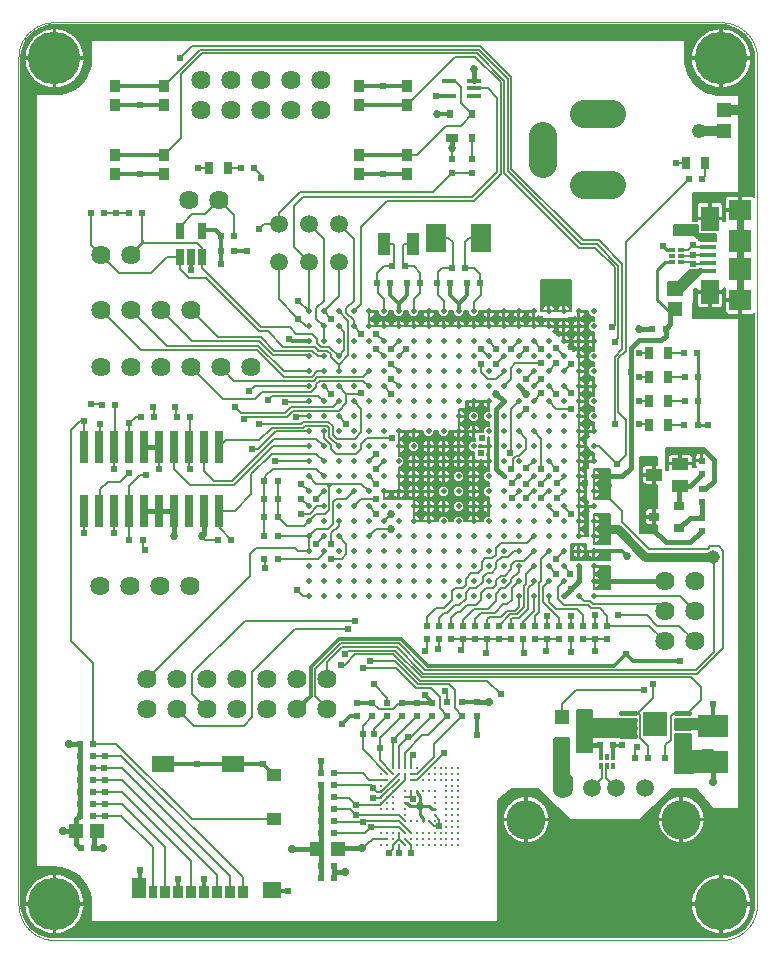
<source format=gtl>
G75*
%MOIN*%
%OFA0B0*%
%FSLAX25Y25*%
%IPPOS*%
%LPD*%
%AMOC8*
5,1,8,0,0,1.08239X$1,22.5*
%
%ADD10C,0.00000*%
%ADD11C,0.06400*%
%ADD12C,0.01969*%
%ADD13C,0.09449*%
%ADD14R,0.07480X0.07087*%
%ADD15R,0.07480X0.07480*%
%ADD16R,0.06299X0.08268*%
%ADD17R,0.05315X0.01575*%
%ADD18R,0.05000X0.04500*%
%ADD19R,0.02400X0.02000*%
%ADD20C,0.05906*%
%ADD21R,0.03543X0.03937*%
%ADD22R,0.03100X0.04000*%
%ADD23R,0.03543X0.03150*%
%ADD24R,0.05512X0.03937*%
%ADD25R,0.02000X0.02400*%
%ADD26C,0.17500*%
%ADD27R,0.04600X0.01400*%
%ADD28R,0.02362X0.02756*%
%ADD29R,0.03937X0.02756*%
%ADD30R,0.04331X0.07480*%
%ADD31R,0.07040X0.09500*%
%ADD32R,0.02800X0.11000*%
%ADD33C,0.01600*%
%ADD34R,0.08000X0.08000*%
%ADD35R,0.01181X0.02165*%
%ADD36R,0.01181X0.02047*%
%ADD37C,0.05937*%
%ADD38C,0.13055*%
%ADD39R,0.04500X0.05000*%
%ADD40R,0.09843X0.07677*%
%ADD41R,0.02165X0.01181*%
%ADD42R,0.02047X0.01181*%
%ADD43R,0.02953X0.04331*%
%ADD44R,0.03346X0.04331*%
%ADD45R,0.03445X0.04331*%
%ADD46R,0.04724X0.03937*%
%ADD47R,0.07480X0.05315*%
%ADD48R,0.04606X0.07087*%
%ADD49R,0.06102X0.05315*%
%ADD50C,0.00965*%
%ADD51R,0.02756X0.05512*%
%ADD52C,0.00600*%
%ADD53C,0.03200*%
%ADD54C,0.02400*%
%ADD55C,0.02700*%
%ADD56C,0.01500*%
%ADD57C,0.01200*%
%ADD58C,0.01000*%
%ADD59C,0.02800*%
%ADD60C,0.04800*%
%ADD61C,0.03000*%
%ADD62C,0.04500*%
%ADD63C,0.00001*%
%ADD64C,0.02400*%
D10*
X0082495Y0063233D02*
X0082495Y0345433D01*
X0082498Y0345716D01*
X0082509Y0345998D01*
X0082526Y0346280D01*
X0082550Y0346562D01*
X0082580Y0346843D01*
X0082618Y0347124D01*
X0082662Y0347403D01*
X0082713Y0347681D01*
X0082771Y0347958D01*
X0082835Y0348233D01*
X0082906Y0348507D01*
X0082984Y0348779D01*
X0083068Y0349048D01*
X0083158Y0349316D01*
X0083255Y0349582D01*
X0083359Y0349845D01*
X0083469Y0350106D01*
X0083585Y0350363D01*
X0083707Y0350618D01*
X0083835Y0350870D01*
X0083970Y0351119D01*
X0084110Y0351364D01*
X0084256Y0351606D01*
X0084408Y0351845D01*
X0084566Y0352079D01*
X0084730Y0352310D01*
X0084898Y0352537D01*
X0085073Y0352759D01*
X0085253Y0352978D01*
X0085437Y0353192D01*
X0085627Y0353401D01*
X0085822Y0353606D01*
X0086022Y0353806D01*
X0086227Y0354001D01*
X0086436Y0354191D01*
X0086650Y0354375D01*
X0086869Y0354555D01*
X0087091Y0354730D01*
X0087318Y0354898D01*
X0087549Y0355062D01*
X0087783Y0355220D01*
X0088022Y0355372D01*
X0088264Y0355518D01*
X0088509Y0355658D01*
X0088758Y0355793D01*
X0089010Y0355921D01*
X0089265Y0356043D01*
X0089522Y0356159D01*
X0089783Y0356269D01*
X0090046Y0356373D01*
X0090312Y0356470D01*
X0090580Y0356560D01*
X0090849Y0356644D01*
X0091121Y0356722D01*
X0091395Y0356793D01*
X0091670Y0356857D01*
X0091947Y0356915D01*
X0092225Y0356966D01*
X0092504Y0357010D01*
X0092785Y0357048D01*
X0093066Y0357078D01*
X0093348Y0357102D01*
X0093630Y0357119D01*
X0093912Y0357130D01*
X0094195Y0357133D01*
X0316695Y0357133D01*
X0316985Y0357129D01*
X0317275Y0357119D01*
X0317564Y0357101D01*
X0317853Y0357077D01*
X0318141Y0357046D01*
X0318429Y0357007D01*
X0318715Y0356962D01*
X0319001Y0356909D01*
X0319284Y0356850D01*
X0319567Y0356784D01*
X0319847Y0356712D01*
X0320126Y0356632D01*
X0320403Y0356546D01*
X0320678Y0356453D01*
X0320950Y0356353D01*
X0321220Y0356247D01*
X0321487Y0356135D01*
X0321752Y0356015D01*
X0322013Y0355890D01*
X0322272Y0355758D01*
X0322527Y0355621D01*
X0322779Y0355477D01*
X0323027Y0355327D01*
X0323271Y0355171D01*
X0323512Y0355009D01*
X0323748Y0354841D01*
X0323981Y0354668D01*
X0324209Y0354489D01*
X0324433Y0354305D01*
X0324652Y0354115D01*
X0324867Y0353920D01*
X0325077Y0353720D01*
X0325282Y0353515D01*
X0325482Y0353305D01*
X0325677Y0353090D01*
X0325867Y0352871D01*
X0326051Y0352647D01*
X0326230Y0352419D01*
X0326403Y0352186D01*
X0326571Y0351950D01*
X0326733Y0351709D01*
X0326889Y0351465D01*
X0327039Y0351217D01*
X0327183Y0350965D01*
X0327320Y0350710D01*
X0327452Y0350451D01*
X0327577Y0350190D01*
X0327697Y0349925D01*
X0327809Y0349658D01*
X0327915Y0349388D01*
X0328015Y0349116D01*
X0328108Y0348841D01*
X0328194Y0348564D01*
X0328274Y0348285D01*
X0328346Y0348005D01*
X0328412Y0347722D01*
X0328471Y0347439D01*
X0328524Y0347153D01*
X0328569Y0346867D01*
X0328608Y0346579D01*
X0328639Y0346291D01*
X0328663Y0346002D01*
X0328681Y0345713D01*
X0328691Y0345423D01*
X0328695Y0345133D01*
X0328695Y0063233D01*
X0328691Y0062943D01*
X0328681Y0062653D01*
X0328663Y0062364D01*
X0328639Y0062075D01*
X0328608Y0061787D01*
X0328569Y0061499D01*
X0328524Y0061213D01*
X0328471Y0060927D01*
X0328412Y0060644D01*
X0328346Y0060361D01*
X0328274Y0060081D01*
X0328194Y0059802D01*
X0328108Y0059525D01*
X0328015Y0059250D01*
X0327915Y0058978D01*
X0327809Y0058708D01*
X0327697Y0058441D01*
X0327577Y0058176D01*
X0327452Y0057915D01*
X0327320Y0057656D01*
X0327183Y0057401D01*
X0327039Y0057149D01*
X0326889Y0056901D01*
X0326733Y0056657D01*
X0326571Y0056416D01*
X0326403Y0056180D01*
X0326230Y0055947D01*
X0326051Y0055719D01*
X0325867Y0055495D01*
X0325677Y0055276D01*
X0325482Y0055061D01*
X0325282Y0054851D01*
X0325077Y0054646D01*
X0324867Y0054446D01*
X0324652Y0054251D01*
X0324433Y0054061D01*
X0324209Y0053877D01*
X0323981Y0053698D01*
X0323748Y0053525D01*
X0323512Y0053357D01*
X0323271Y0053195D01*
X0323027Y0053039D01*
X0322779Y0052889D01*
X0322527Y0052745D01*
X0322272Y0052608D01*
X0322013Y0052476D01*
X0321752Y0052351D01*
X0321487Y0052231D01*
X0321220Y0052119D01*
X0320950Y0052013D01*
X0320678Y0051913D01*
X0320403Y0051820D01*
X0320126Y0051734D01*
X0319847Y0051654D01*
X0319567Y0051582D01*
X0319284Y0051516D01*
X0319001Y0051457D01*
X0318715Y0051404D01*
X0318429Y0051359D01*
X0318141Y0051320D01*
X0317853Y0051289D01*
X0317564Y0051265D01*
X0317275Y0051247D01*
X0316985Y0051237D01*
X0316695Y0051233D01*
X0094495Y0051233D01*
X0094205Y0051237D01*
X0093915Y0051247D01*
X0093626Y0051265D01*
X0093337Y0051289D01*
X0093049Y0051320D01*
X0092761Y0051359D01*
X0092475Y0051404D01*
X0092189Y0051457D01*
X0091906Y0051516D01*
X0091623Y0051582D01*
X0091343Y0051654D01*
X0091064Y0051734D01*
X0090787Y0051820D01*
X0090512Y0051913D01*
X0090240Y0052013D01*
X0089970Y0052119D01*
X0089703Y0052231D01*
X0089438Y0052351D01*
X0089177Y0052476D01*
X0088918Y0052608D01*
X0088663Y0052745D01*
X0088411Y0052889D01*
X0088163Y0053039D01*
X0087919Y0053195D01*
X0087678Y0053357D01*
X0087442Y0053525D01*
X0087209Y0053698D01*
X0086981Y0053877D01*
X0086757Y0054061D01*
X0086538Y0054251D01*
X0086323Y0054446D01*
X0086113Y0054646D01*
X0085908Y0054851D01*
X0085708Y0055061D01*
X0085513Y0055276D01*
X0085323Y0055495D01*
X0085139Y0055719D01*
X0084960Y0055947D01*
X0084787Y0056180D01*
X0084619Y0056416D01*
X0084457Y0056657D01*
X0084301Y0056901D01*
X0084151Y0057149D01*
X0084007Y0057401D01*
X0083870Y0057656D01*
X0083738Y0057915D01*
X0083613Y0058176D01*
X0083493Y0058441D01*
X0083381Y0058708D01*
X0083275Y0058978D01*
X0083175Y0059250D01*
X0083082Y0059525D01*
X0082996Y0059802D01*
X0082916Y0060081D01*
X0082844Y0060361D01*
X0082778Y0060644D01*
X0082719Y0060927D01*
X0082666Y0061213D01*
X0082621Y0061499D01*
X0082582Y0061787D01*
X0082551Y0062075D01*
X0082527Y0062364D01*
X0082509Y0062653D01*
X0082499Y0062943D01*
X0082495Y0063233D01*
X0260751Y0101367D02*
X0260695Y0101933D01*
X0260695Y0117933D01*
X0260726Y0118166D01*
X0260816Y0118383D01*
X0260959Y0118569D01*
X0261145Y0118712D01*
X0261362Y0118802D01*
X0261595Y0118833D01*
X0265395Y0118833D01*
X0265550Y0118809D01*
X0265689Y0118738D01*
X0265800Y0118627D01*
X0265871Y0118488D01*
X0265895Y0118333D01*
X0265895Y0106433D01*
X0266995Y0105333D01*
X0266995Y0102033D01*
X0266938Y0101448D01*
X0266767Y0100885D01*
X0266490Y0100366D01*
X0266116Y0099912D01*
X0265662Y0099539D01*
X0265143Y0099261D01*
X0264580Y0099091D01*
X0263995Y0099033D01*
X0263595Y0099033D01*
X0263029Y0099089D01*
X0262485Y0099254D01*
X0261984Y0099522D01*
X0261545Y0099882D01*
X0261184Y0100322D01*
X0260916Y0100823D01*
X0260751Y0101367D01*
X0298695Y0266333D02*
X0298695Y0270733D01*
X0301895Y0270733D01*
X0306095Y0274933D01*
X0306649Y0274933D01*
X0306650Y0274933D01*
X0308141Y0274933D01*
X0309095Y0274933D01*
X0309795Y0275133D01*
X0311295Y0274433D01*
X0310795Y0274433D01*
X0309995Y0273633D01*
X0309895Y0273633D01*
X0303795Y0267533D01*
X0303695Y0267533D01*
X0303695Y0266333D01*
X0298695Y0266333D01*
X0308141Y0274933D02*
X0308141Y0274933D01*
X0278395Y0302933D02*
X0278397Y0303010D01*
X0278403Y0303087D01*
X0278413Y0303164D01*
X0278427Y0303240D01*
X0278444Y0303315D01*
X0278466Y0303389D01*
X0278491Y0303462D01*
X0278521Y0303534D01*
X0278553Y0303604D01*
X0278590Y0303672D01*
X0278629Y0303738D01*
X0278672Y0303802D01*
X0278719Y0303864D01*
X0278768Y0303923D01*
X0278821Y0303980D01*
X0278876Y0304034D01*
X0278934Y0304085D01*
X0278995Y0304133D01*
X0279058Y0304178D01*
X0279123Y0304219D01*
X0279190Y0304257D01*
X0279259Y0304292D01*
X0279330Y0304322D01*
X0279402Y0304350D01*
X0279476Y0304373D01*
X0279550Y0304393D01*
X0279626Y0304409D01*
X0279702Y0304421D01*
X0279779Y0304429D01*
X0279856Y0304433D01*
X0279934Y0304433D01*
X0280011Y0304429D01*
X0280088Y0304421D01*
X0280164Y0304409D01*
X0280240Y0304393D01*
X0280314Y0304373D01*
X0280388Y0304350D01*
X0280460Y0304322D01*
X0280531Y0304292D01*
X0280600Y0304257D01*
X0280667Y0304219D01*
X0280732Y0304178D01*
X0280795Y0304133D01*
X0280856Y0304085D01*
X0280914Y0304034D01*
X0280969Y0303980D01*
X0281022Y0303923D01*
X0281071Y0303864D01*
X0281118Y0303802D01*
X0281161Y0303738D01*
X0281200Y0303672D01*
X0281237Y0303604D01*
X0281269Y0303534D01*
X0281299Y0303462D01*
X0281324Y0303389D01*
X0281346Y0303315D01*
X0281363Y0303240D01*
X0281377Y0303164D01*
X0281387Y0303087D01*
X0281393Y0303010D01*
X0281395Y0302933D01*
X0281393Y0302856D01*
X0281387Y0302779D01*
X0281377Y0302702D01*
X0281363Y0302626D01*
X0281346Y0302551D01*
X0281324Y0302477D01*
X0281299Y0302404D01*
X0281269Y0302332D01*
X0281237Y0302262D01*
X0281200Y0302194D01*
X0281161Y0302128D01*
X0281118Y0302064D01*
X0281071Y0302002D01*
X0281022Y0301943D01*
X0280969Y0301886D01*
X0280914Y0301832D01*
X0280856Y0301781D01*
X0280795Y0301733D01*
X0280732Y0301688D01*
X0280667Y0301647D01*
X0280600Y0301609D01*
X0280531Y0301574D01*
X0280460Y0301544D01*
X0280388Y0301516D01*
X0280314Y0301493D01*
X0280240Y0301473D01*
X0280164Y0301457D01*
X0280088Y0301445D01*
X0280011Y0301437D01*
X0279934Y0301433D01*
X0279856Y0301433D01*
X0279779Y0301437D01*
X0279702Y0301445D01*
X0279626Y0301457D01*
X0279550Y0301473D01*
X0279476Y0301493D01*
X0279402Y0301516D01*
X0279330Y0301544D01*
X0279259Y0301574D01*
X0279190Y0301609D01*
X0279123Y0301647D01*
X0279058Y0301688D01*
X0278995Y0301733D01*
X0278934Y0301781D01*
X0278876Y0301832D01*
X0278821Y0301886D01*
X0278768Y0301943D01*
X0278719Y0302002D01*
X0278672Y0302064D01*
X0278629Y0302128D01*
X0278590Y0302194D01*
X0278553Y0302262D01*
X0278521Y0302332D01*
X0278491Y0302404D01*
X0278466Y0302477D01*
X0278444Y0302551D01*
X0278427Y0302626D01*
X0278413Y0302702D01*
X0278403Y0302779D01*
X0278397Y0302856D01*
X0278395Y0302933D01*
X0270395Y0302833D02*
X0270397Y0302910D01*
X0270403Y0302987D01*
X0270413Y0303064D01*
X0270427Y0303140D01*
X0270444Y0303215D01*
X0270466Y0303289D01*
X0270491Y0303362D01*
X0270521Y0303434D01*
X0270553Y0303504D01*
X0270590Y0303572D01*
X0270629Y0303638D01*
X0270672Y0303702D01*
X0270719Y0303764D01*
X0270768Y0303823D01*
X0270821Y0303880D01*
X0270876Y0303934D01*
X0270934Y0303985D01*
X0270995Y0304033D01*
X0271058Y0304078D01*
X0271123Y0304119D01*
X0271190Y0304157D01*
X0271259Y0304192D01*
X0271330Y0304222D01*
X0271402Y0304250D01*
X0271476Y0304273D01*
X0271550Y0304293D01*
X0271626Y0304309D01*
X0271702Y0304321D01*
X0271779Y0304329D01*
X0271856Y0304333D01*
X0271934Y0304333D01*
X0272011Y0304329D01*
X0272088Y0304321D01*
X0272164Y0304309D01*
X0272240Y0304293D01*
X0272314Y0304273D01*
X0272388Y0304250D01*
X0272460Y0304222D01*
X0272531Y0304192D01*
X0272600Y0304157D01*
X0272667Y0304119D01*
X0272732Y0304078D01*
X0272795Y0304033D01*
X0272856Y0303985D01*
X0272914Y0303934D01*
X0272969Y0303880D01*
X0273022Y0303823D01*
X0273071Y0303764D01*
X0273118Y0303702D01*
X0273161Y0303638D01*
X0273200Y0303572D01*
X0273237Y0303504D01*
X0273269Y0303434D01*
X0273299Y0303362D01*
X0273324Y0303289D01*
X0273346Y0303215D01*
X0273363Y0303140D01*
X0273377Y0303064D01*
X0273387Y0302987D01*
X0273393Y0302910D01*
X0273395Y0302833D01*
X0273393Y0302756D01*
X0273387Y0302679D01*
X0273377Y0302602D01*
X0273363Y0302526D01*
X0273346Y0302451D01*
X0273324Y0302377D01*
X0273299Y0302304D01*
X0273269Y0302232D01*
X0273237Y0302162D01*
X0273200Y0302094D01*
X0273161Y0302028D01*
X0273118Y0301964D01*
X0273071Y0301902D01*
X0273022Y0301843D01*
X0272969Y0301786D01*
X0272914Y0301732D01*
X0272856Y0301681D01*
X0272795Y0301633D01*
X0272732Y0301588D01*
X0272667Y0301547D01*
X0272600Y0301509D01*
X0272531Y0301474D01*
X0272460Y0301444D01*
X0272388Y0301416D01*
X0272314Y0301393D01*
X0272240Y0301373D01*
X0272164Y0301357D01*
X0272088Y0301345D01*
X0272011Y0301337D01*
X0271934Y0301333D01*
X0271856Y0301333D01*
X0271779Y0301337D01*
X0271702Y0301345D01*
X0271626Y0301357D01*
X0271550Y0301373D01*
X0271476Y0301393D01*
X0271402Y0301416D01*
X0271330Y0301444D01*
X0271259Y0301474D01*
X0271190Y0301509D01*
X0271123Y0301547D01*
X0271058Y0301588D01*
X0270995Y0301633D01*
X0270934Y0301681D01*
X0270876Y0301732D01*
X0270821Y0301786D01*
X0270768Y0301843D01*
X0270719Y0301902D01*
X0270672Y0301964D01*
X0270629Y0302028D01*
X0270590Y0302094D01*
X0270553Y0302162D01*
X0270521Y0302232D01*
X0270491Y0302304D01*
X0270466Y0302377D01*
X0270444Y0302451D01*
X0270427Y0302526D01*
X0270413Y0302602D01*
X0270403Y0302679D01*
X0270397Y0302756D01*
X0270395Y0302833D01*
X0255795Y0310933D02*
X0255797Y0311010D01*
X0255803Y0311087D01*
X0255813Y0311164D01*
X0255827Y0311240D01*
X0255844Y0311315D01*
X0255866Y0311389D01*
X0255891Y0311462D01*
X0255921Y0311534D01*
X0255953Y0311604D01*
X0255990Y0311672D01*
X0256029Y0311738D01*
X0256072Y0311802D01*
X0256119Y0311864D01*
X0256168Y0311923D01*
X0256221Y0311980D01*
X0256276Y0312034D01*
X0256334Y0312085D01*
X0256395Y0312133D01*
X0256458Y0312178D01*
X0256523Y0312219D01*
X0256590Y0312257D01*
X0256659Y0312292D01*
X0256730Y0312322D01*
X0256802Y0312350D01*
X0256876Y0312373D01*
X0256950Y0312393D01*
X0257026Y0312409D01*
X0257102Y0312421D01*
X0257179Y0312429D01*
X0257256Y0312433D01*
X0257334Y0312433D01*
X0257411Y0312429D01*
X0257488Y0312421D01*
X0257564Y0312409D01*
X0257640Y0312393D01*
X0257714Y0312373D01*
X0257788Y0312350D01*
X0257860Y0312322D01*
X0257931Y0312292D01*
X0258000Y0312257D01*
X0258067Y0312219D01*
X0258132Y0312178D01*
X0258195Y0312133D01*
X0258256Y0312085D01*
X0258314Y0312034D01*
X0258369Y0311980D01*
X0258422Y0311923D01*
X0258471Y0311864D01*
X0258518Y0311802D01*
X0258561Y0311738D01*
X0258600Y0311672D01*
X0258637Y0311604D01*
X0258669Y0311534D01*
X0258699Y0311462D01*
X0258724Y0311389D01*
X0258746Y0311315D01*
X0258763Y0311240D01*
X0258777Y0311164D01*
X0258787Y0311087D01*
X0258793Y0311010D01*
X0258795Y0310933D01*
X0258793Y0310856D01*
X0258787Y0310779D01*
X0258777Y0310702D01*
X0258763Y0310626D01*
X0258746Y0310551D01*
X0258724Y0310477D01*
X0258699Y0310404D01*
X0258669Y0310332D01*
X0258637Y0310262D01*
X0258600Y0310194D01*
X0258561Y0310128D01*
X0258518Y0310064D01*
X0258471Y0310002D01*
X0258422Y0309943D01*
X0258369Y0309886D01*
X0258314Y0309832D01*
X0258256Y0309781D01*
X0258195Y0309733D01*
X0258132Y0309688D01*
X0258067Y0309647D01*
X0258000Y0309609D01*
X0257931Y0309574D01*
X0257860Y0309544D01*
X0257788Y0309516D01*
X0257714Y0309493D01*
X0257640Y0309473D01*
X0257564Y0309457D01*
X0257488Y0309445D01*
X0257411Y0309437D01*
X0257334Y0309433D01*
X0257256Y0309433D01*
X0257179Y0309437D01*
X0257102Y0309445D01*
X0257026Y0309457D01*
X0256950Y0309473D01*
X0256876Y0309493D01*
X0256802Y0309516D01*
X0256730Y0309544D01*
X0256659Y0309574D01*
X0256590Y0309609D01*
X0256523Y0309647D01*
X0256458Y0309688D01*
X0256395Y0309733D01*
X0256334Y0309781D01*
X0256276Y0309832D01*
X0256221Y0309886D01*
X0256168Y0309943D01*
X0256119Y0310002D01*
X0256072Y0310064D01*
X0256029Y0310128D01*
X0255990Y0310194D01*
X0255953Y0310262D01*
X0255921Y0310332D01*
X0255891Y0310404D01*
X0255866Y0310477D01*
X0255844Y0310551D01*
X0255827Y0310626D01*
X0255813Y0310702D01*
X0255803Y0310779D01*
X0255797Y0310856D01*
X0255795Y0310933D01*
X0255795Y0318833D02*
X0255797Y0318910D01*
X0255803Y0318987D01*
X0255813Y0319064D01*
X0255827Y0319140D01*
X0255844Y0319215D01*
X0255866Y0319289D01*
X0255891Y0319362D01*
X0255921Y0319434D01*
X0255953Y0319504D01*
X0255990Y0319572D01*
X0256029Y0319638D01*
X0256072Y0319702D01*
X0256119Y0319764D01*
X0256168Y0319823D01*
X0256221Y0319880D01*
X0256276Y0319934D01*
X0256334Y0319985D01*
X0256395Y0320033D01*
X0256458Y0320078D01*
X0256523Y0320119D01*
X0256590Y0320157D01*
X0256659Y0320192D01*
X0256730Y0320222D01*
X0256802Y0320250D01*
X0256876Y0320273D01*
X0256950Y0320293D01*
X0257026Y0320309D01*
X0257102Y0320321D01*
X0257179Y0320329D01*
X0257256Y0320333D01*
X0257334Y0320333D01*
X0257411Y0320329D01*
X0257488Y0320321D01*
X0257564Y0320309D01*
X0257640Y0320293D01*
X0257714Y0320273D01*
X0257788Y0320250D01*
X0257860Y0320222D01*
X0257931Y0320192D01*
X0258000Y0320157D01*
X0258067Y0320119D01*
X0258132Y0320078D01*
X0258195Y0320033D01*
X0258256Y0319985D01*
X0258314Y0319934D01*
X0258369Y0319880D01*
X0258422Y0319823D01*
X0258471Y0319764D01*
X0258518Y0319702D01*
X0258561Y0319638D01*
X0258600Y0319572D01*
X0258637Y0319504D01*
X0258669Y0319434D01*
X0258699Y0319362D01*
X0258724Y0319289D01*
X0258746Y0319215D01*
X0258763Y0319140D01*
X0258777Y0319064D01*
X0258787Y0318987D01*
X0258793Y0318910D01*
X0258795Y0318833D01*
X0258793Y0318756D01*
X0258787Y0318679D01*
X0258777Y0318602D01*
X0258763Y0318526D01*
X0258746Y0318451D01*
X0258724Y0318377D01*
X0258699Y0318304D01*
X0258669Y0318232D01*
X0258637Y0318162D01*
X0258600Y0318094D01*
X0258561Y0318028D01*
X0258518Y0317964D01*
X0258471Y0317902D01*
X0258422Y0317843D01*
X0258369Y0317786D01*
X0258314Y0317732D01*
X0258256Y0317681D01*
X0258195Y0317633D01*
X0258132Y0317588D01*
X0258067Y0317547D01*
X0258000Y0317509D01*
X0257931Y0317474D01*
X0257860Y0317444D01*
X0257788Y0317416D01*
X0257714Y0317393D01*
X0257640Y0317373D01*
X0257564Y0317357D01*
X0257488Y0317345D01*
X0257411Y0317337D01*
X0257334Y0317333D01*
X0257256Y0317333D01*
X0257179Y0317337D01*
X0257102Y0317345D01*
X0257026Y0317357D01*
X0256950Y0317373D01*
X0256876Y0317393D01*
X0256802Y0317416D01*
X0256730Y0317444D01*
X0256659Y0317474D01*
X0256590Y0317509D01*
X0256523Y0317547D01*
X0256458Y0317588D01*
X0256395Y0317633D01*
X0256334Y0317681D01*
X0256276Y0317732D01*
X0256221Y0317786D01*
X0256168Y0317843D01*
X0256119Y0317902D01*
X0256072Y0317964D01*
X0256029Y0318028D01*
X0255990Y0318094D01*
X0255953Y0318162D01*
X0255921Y0318232D01*
X0255891Y0318304D01*
X0255866Y0318377D01*
X0255844Y0318451D01*
X0255827Y0318526D01*
X0255813Y0318602D01*
X0255803Y0318679D01*
X0255797Y0318756D01*
X0255795Y0318833D01*
X0270395Y0326533D02*
X0270397Y0326610D01*
X0270403Y0326687D01*
X0270413Y0326764D01*
X0270427Y0326840D01*
X0270444Y0326915D01*
X0270466Y0326989D01*
X0270491Y0327062D01*
X0270521Y0327134D01*
X0270553Y0327204D01*
X0270590Y0327272D01*
X0270629Y0327338D01*
X0270672Y0327402D01*
X0270719Y0327464D01*
X0270768Y0327523D01*
X0270821Y0327580D01*
X0270876Y0327634D01*
X0270934Y0327685D01*
X0270995Y0327733D01*
X0271058Y0327778D01*
X0271123Y0327819D01*
X0271190Y0327857D01*
X0271259Y0327892D01*
X0271330Y0327922D01*
X0271402Y0327950D01*
X0271476Y0327973D01*
X0271550Y0327993D01*
X0271626Y0328009D01*
X0271702Y0328021D01*
X0271779Y0328029D01*
X0271856Y0328033D01*
X0271934Y0328033D01*
X0272011Y0328029D01*
X0272088Y0328021D01*
X0272164Y0328009D01*
X0272240Y0327993D01*
X0272314Y0327973D01*
X0272388Y0327950D01*
X0272460Y0327922D01*
X0272531Y0327892D01*
X0272600Y0327857D01*
X0272667Y0327819D01*
X0272732Y0327778D01*
X0272795Y0327733D01*
X0272856Y0327685D01*
X0272914Y0327634D01*
X0272969Y0327580D01*
X0273022Y0327523D01*
X0273071Y0327464D01*
X0273118Y0327402D01*
X0273161Y0327338D01*
X0273200Y0327272D01*
X0273237Y0327204D01*
X0273269Y0327134D01*
X0273299Y0327062D01*
X0273324Y0326989D01*
X0273346Y0326915D01*
X0273363Y0326840D01*
X0273377Y0326764D01*
X0273387Y0326687D01*
X0273393Y0326610D01*
X0273395Y0326533D01*
X0273393Y0326456D01*
X0273387Y0326379D01*
X0273377Y0326302D01*
X0273363Y0326226D01*
X0273346Y0326151D01*
X0273324Y0326077D01*
X0273299Y0326004D01*
X0273269Y0325932D01*
X0273237Y0325862D01*
X0273200Y0325794D01*
X0273161Y0325728D01*
X0273118Y0325664D01*
X0273071Y0325602D01*
X0273022Y0325543D01*
X0272969Y0325486D01*
X0272914Y0325432D01*
X0272856Y0325381D01*
X0272795Y0325333D01*
X0272732Y0325288D01*
X0272667Y0325247D01*
X0272600Y0325209D01*
X0272531Y0325174D01*
X0272460Y0325144D01*
X0272388Y0325116D01*
X0272314Y0325093D01*
X0272240Y0325073D01*
X0272164Y0325057D01*
X0272088Y0325045D01*
X0272011Y0325037D01*
X0271934Y0325033D01*
X0271856Y0325033D01*
X0271779Y0325037D01*
X0271702Y0325045D01*
X0271626Y0325057D01*
X0271550Y0325073D01*
X0271476Y0325093D01*
X0271402Y0325116D01*
X0271330Y0325144D01*
X0271259Y0325174D01*
X0271190Y0325209D01*
X0271123Y0325247D01*
X0271058Y0325288D01*
X0270995Y0325333D01*
X0270934Y0325381D01*
X0270876Y0325432D01*
X0270821Y0325486D01*
X0270768Y0325543D01*
X0270719Y0325602D01*
X0270672Y0325664D01*
X0270629Y0325728D01*
X0270590Y0325794D01*
X0270553Y0325862D01*
X0270521Y0325932D01*
X0270491Y0326004D01*
X0270466Y0326077D01*
X0270444Y0326151D01*
X0270427Y0326226D01*
X0270413Y0326302D01*
X0270403Y0326379D01*
X0270397Y0326456D01*
X0270395Y0326533D01*
X0278295Y0326433D02*
X0278297Y0326510D01*
X0278303Y0326587D01*
X0278313Y0326664D01*
X0278327Y0326740D01*
X0278344Y0326815D01*
X0278366Y0326889D01*
X0278391Y0326962D01*
X0278421Y0327034D01*
X0278453Y0327104D01*
X0278490Y0327172D01*
X0278529Y0327238D01*
X0278572Y0327302D01*
X0278619Y0327364D01*
X0278668Y0327423D01*
X0278721Y0327480D01*
X0278776Y0327534D01*
X0278834Y0327585D01*
X0278895Y0327633D01*
X0278958Y0327678D01*
X0279023Y0327719D01*
X0279090Y0327757D01*
X0279159Y0327792D01*
X0279230Y0327822D01*
X0279302Y0327850D01*
X0279376Y0327873D01*
X0279450Y0327893D01*
X0279526Y0327909D01*
X0279602Y0327921D01*
X0279679Y0327929D01*
X0279756Y0327933D01*
X0279834Y0327933D01*
X0279911Y0327929D01*
X0279988Y0327921D01*
X0280064Y0327909D01*
X0280140Y0327893D01*
X0280214Y0327873D01*
X0280288Y0327850D01*
X0280360Y0327822D01*
X0280431Y0327792D01*
X0280500Y0327757D01*
X0280567Y0327719D01*
X0280632Y0327678D01*
X0280695Y0327633D01*
X0280756Y0327585D01*
X0280814Y0327534D01*
X0280869Y0327480D01*
X0280922Y0327423D01*
X0280971Y0327364D01*
X0281018Y0327302D01*
X0281061Y0327238D01*
X0281100Y0327172D01*
X0281137Y0327104D01*
X0281169Y0327034D01*
X0281199Y0326962D01*
X0281224Y0326889D01*
X0281246Y0326815D01*
X0281263Y0326740D01*
X0281277Y0326664D01*
X0281287Y0326587D01*
X0281293Y0326510D01*
X0281295Y0326433D01*
X0281293Y0326356D01*
X0281287Y0326279D01*
X0281277Y0326202D01*
X0281263Y0326126D01*
X0281246Y0326051D01*
X0281224Y0325977D01*
X0281199Y0325904D01*
X0281169Y0325832D01*
X0281137Y0325762D01*
X0281100Y0325694D01*
X0281061Y0325628D01*
X0281018Y0325564D01*
X0280971Y0325502D01*
X0280922Y0325443D01*
X0280869Y0325386D01*
X0280814Y0325332D01*
X0280756Y0325281D01*
X0280695Y0325233D01*
X0280632Y0325188D01*
X0280567Y0325147D01*
X0280500Y0325109D01*
X0280431Y0325074D01*
X0280360Y0325044D01*
X0280288Y0325016D01*
X0280214Y0324993D01*
X0280140Y0324973D01*
X0280064Y0324957D01*
X0279988Y0324945D01*
X0279911Y0324937D01*
X0279834Y0324933D01*
X0279756Y0324933D01*
X0279679Y0324937D01*
X0279602Y0324945D01*
X0279526Y0324957D01*
X0279450Y0324973D01*
X0279376Y0324993D01*
X0279302Y0325016D01*
X0279230Y0325044D01*
X0279159Y0325074D01*
X0279090Y0325109D01*
X0279023Y0325147D01*
X0278958Y0325188D01*
X0278895Y0325233D01*
X0278834Y0325281D01*
X0278776Y0325332D01*
X0278721Y0325386D01*
X0278668Y0325443D01*
X0278619Y0325502D01*
X0278572Y0325564D01*
X0278529Y0325628D01*
X0278490Y0325694D01*
X0278453Y0325762D01*
X0278421Y0325832D01*
X0278391Y0325904D01*
X0278366Y0325977D01*
X0278344Y0326051D01*
X0278327Y0326126D01*
X0278313Y0326202D01*
X0278303Y0326279D01*
X0278297Y0326356D01*
X0278295Y0326433D01*
D11*
X0183295Y0327933D03*
X0183395Y0337833D03*
X0173295Y0337933D03*
X0163295Y0337933D03*
X0153295Y0337933D03*
X0143295Y0337933D03*
X0143295Y0327933D03*
X0153295Y0327933D03*
X0163295Y0327933D03*
X0173295Y0327933D03*
X0149495Y0297933D03*
X0139495Y0297933D03*
X0119995Y0279733D03*
X0109995Y0279733D03*
X0109995Y0261233D03*
X0119995Y0261233D03*
X0129995Y0261233D03*
X0139995Y0261233D03*
X0139995Y0242233D03*
X0129995Y0242233D03*
X0119995Y0242233D03*
X0109995Y0242233D03*
X0149995Y0242233D03*
X0159995Y0242233D03*
X0139695Y0169333D03*
X0129695Y0169333D03*
X0119695Y0169333D03*
X0109695Y0169333D03*
X0125495Y0138333D03*
X0125495Y0128333D03*
X0135495Y0128333D03*
X0135495Y0138333D03*
X0145495Y0138333D03*
X0145495Y0128333D03*
X0155495Y0128333D03*
X0155495Y0138333D03*
X0165495Y0138333D03*
X0165495Y0128333D03*
X0175495Y0128333D03*
X0175495Y0138333D03*
X0185495Y0138233D03*
X0185495Y0128333D03*
X0297895Y0150833D03*
X0297895Y0160833D03*
X0307895Y0160833D03*
X0307895Y0150833D03*
X0307895Y0170833D03*
X0297895Y0170833D03*
D12*
X0274195Y0170833D03*
X0274195Y0175833D03*
X0274195Y0180833D03*
X0269195Y0180833D03*
X0264195Y0180833D03*
X0264195Y0175833D03*
X0264195Y0170833D03*
X0269195Y0170833D03*
X0269195Y0175833D03*
X0259195Y0175833D03*
X0254195Y0175833D03*
X0249195Y0175833D03*
X0249195Y0170833D03*
X0254195Y0170833D03*
X0259195Y0170833D03*
X0259195Y0165833D03*
X0254195Y0165833D03*
X0249195Y0165833D03*
X0244195Y0165833D03*
X0239195Y0165833D03*
X0234195Y0165833D03*
X0229195Y0165833D03*
X0224195Y0165833D03*
X0219195Y0165833D03*
X0214195Y0165833D03*
X0209195Y0165833D03*
X0204195Y0165833D03*
X0199195Y0165833D03*
X0194195Y0165833D03*
X0189195Y0165833D03*
X0184195Y0165833D03*
X0179195Y0165833D03*
X0179195Y0170833D03*
X0179195Y0175833D03*
X0179195Y0180833D03*
X0184195Y0180833D03*
X0184195Y0175833D03*
X0184195Y0170833D03*
X0189195Y0170833D03*
X0189195Y0175833D03*
X0189195Y0180833D03*
X0194195Y0180833D03*
X0194195Y0175833D03*
X0194195Y0170833D03*
X0199195Y0170833D03*
X0199195Y0175833D03*
X0199195Y0180833D03*
X0199195Y0185833D03*
X0194195Y0185833D03*
X0189195Y0185833D03*
X0189195Y0190833D03*
X0189195Y0195833D03*
X0194195Y0195833D03*
X0194195Y0190833D03*
X0199195Y0190833D03*
X0199195Y0195833D03*
X0199195Y0200833D03*
X0194195Y0200833D03*
X0189195Y0200833D03*
X0189195Y0205833D03*
X0189195Y0210833D03*
X0194195Y0210833D03*
X0194195Y0205833D03*
X0199195Y0205833D03*
X0199195Y0210833D03*
X0199195Y0215833D03*
X0194195Y0215833D03*
X0189195Y0215833D03*
X0189195Y0220833D03*
X0189195Y0225833D03*
X0194195Y0225833D03*
X0194195Y0220833D03*
X0199195Y0220833D03*
X0199195Y0225833D03*
X0199195Y0230833D03*
X0194195Y0230833D03*
X0189195Y0230833D03*
X0189195Y0235833D03*
X0189195Y0240833D03*
X0194195Y0240833D03*
X0194195Y0235833D03*
X0199195Y0235833D03*
X0199195Y0240833D03*
X0199195Y0245833D03*
X0194195Y0245833D03*
X0189195Y0245833D03*
X0189195Y0250833D03*
X0189195Y0255833D03*
X0194195Y0255833D03*
X0194195Y0250833D03*
X0199195Y0250833D03*
X0199195Y0255833D03*
X0199195Y0260833D03*
X0194195Y0260833D03*
X0189195Y0260833D03*
X0184195Y0260833D03*
X0179195Y0260833D03*
X0179195Y0255833D03*
X0179195Y0250833D03*
X0179195Y0245833D03*
X0184195Y0245833D03*
X0184195Y0250833D03*
X0184195Y0255833D03*
X0184195Y0240833D03*
X0179195Y0240833D03*
X0179195Y0235833D03*
X0179195Y0230833D03*
X0184195Y0230833D03*
X0184195Y0235833D03*
X0184195Y0225833D03*
X0179195Y0225833D03*
X0179195Y0220833D03*
X0179195Y0215833D03*
X0184195Y0215833D03*
X0184195Y0220833D03*
X0184195Y0210833D03*
X0179195Y0210833D03*
X0179195Y0205833D03*
X0179195Y0200833D03*
X0184195Y0200833D03*
X0184195Y0205833D03*
X0184195Y0195833D03*
X0179195Y0195833D03*
X0179195Y0190833D03*
X0179195Y0185833D03*
X0184195Y0185833D03*
X0184195Y0190833D03*
X0204195Y0190833D03*
X0204195Y0185833D03*
X0209195Y0185833D03*
X0209195Y0190833D03*
X0209195Y0195833D03*
X0204195Y0195833D03*
X0204195Y0200833D03*
X0204195Y0205833D03*
X0204195Y0210833D03*
X0209195Y0210833D03*
X0209195Y0205833D03*
X0209195Y0200833D03*
X0214195Y0200833D03*
X0214195Y0205833D03*
X0214195Y0210833D03*
X0219195Y0210833D03*
X0219195Y0205833D03*
X0219195Y0200833D03*
X0219195Y0195833D03*
X0214195Y0195833D03*
X0214195Y0190833D03*
X0214195Y0185833D03*
X0219195Y0185833D03*
X0219195Y0190833D03*
X0224195Y0190833D03*
X0224195Y0185833D03*
X0229195Y0185833D03*
X0229195Y0190833D03*
X0229195Y0195833D03*
X0224195Y0195833D03*
X0224195Y0200833D03*
X0224195Y0205833D03*
X0224195Y0210833D03*
X0229195Y0210833D03*
X0229195Y0205833D03*
X0229195Y0200833D03*
X0234195Y0200833D03*
X0234195Y0205833D03*
X0234195Y0210833D03*
X0234195Y0215833D03*
X0229195Y0215833D03*
X0224195Y0215833D03*
X0224195Y0220833D03*
X0224195Y0225833D03*
X0229195Y0225833D03*
X0229195Y0220833D03*
X0234195Y0220833D03*
X0234195Y0225833D03*
X0234195Y0230833D03*
X0229195Y0230833D03*
X0224195Y0230833D03*
X0224195Y0235833D03*
X0224195Y0240833D03*
X0229195Y0240833D03*
X0229195Y0235833D03*
X0234195Y0235833D03*
X0234195Y0240833D03*
X0234195Y0245833D03*
X0229195Y0245833D03*
X0224195Y0245833D03*
X0224195Y0250833D03*
X0224195Y0255833D03*
X0229195Y0255833D03*
X0229195Y0250833D03*
X0234195Y0250833D03*
X0234195Y0255833D03*
X0234195Y0260833D03*
X0229195Y0260833D03*
X0224195Y0260833D03*
X0219195Y0260833D03*
X0214195Y0260833D03*
X0209195Y0260833D03*
X0204195Y0260833D03*
X0204195Y0255833D03*
X0204195Y0250833D03*
X0204195Y0245833D03*
X0209195Y0245833D03*
X0209195Y0250833D03*
X0209195Y0255833D03*
X0214195Y0255833D03*
X0214195Y0250833D03*
X0214195Y0245833D03*
X0219195Y0245833D03*
X0219195Y0250833D03*
X0219195Y0255833D03*
X0219195Y0240833D03*
X0214195Y0240833D03*
X0214195Y0235833D03*
X0214195Y0230833D03*
X0219195Y0230833D03*
X0219195Y0235833D03*
X0209195Y0235833D03*
X0204195Y0235833D03*
X0204195Y0230833D03*
X0209195Y0230833D03*
X0209195Y0225833D03*
X0204195Y0225833D03*
X0204195Y0220833D03*
X0204195Y0215833D03*
X0209195Y0215833D03*
X0209195Y0220833D03*
X0214195Y0220833D03*
X0214195Y0215833D03*
X0219195Y0215833D03*
X0219195Y0220833D03*
X0219195Y0225833D03*
X0214195Y0225833D03*
X0209195Y0240833D03*
X0204195Y0240833D03*
X0239195Y0240833D03*
X0239195Y0235833D03*
X0239195Y0230833D03*
X0244195Y0230833D03*
X0244195Y0235833D03*
X0244195Y0240833D03*
X0244195Y0245833D03*
X0239195Y0245833D03*
X0239195Y0250833D03*
X0239195Y0255833D03*
X0244195Y0255833D03*
X0244195Y0250833D03*
X0249195Y0250833D03*
X0249195Y0245833D03*
X0254195Y0245833D03*
X0254195Y0250833D03*
X0254195Y0255833D03*
X0249195Y0255833D03*
X0249195Y0260833D03*
X0254195Y0260833D03*
X0259195Y0260833D03*
X0259195Y0255833D03*
X0259195Y0250833D03*
X0259195Y0245833D03*
X0259195Y0240833D03*
X0254195Y0240833D03*
X0249195Y0240833D03*
X0249195Y0235833D03*
X0249195Y0230833D03*
X0254195Y0230833D03*
X0254195Y0235833D03*
X0259195Y0235833D03*
X0259195Y0230833D03*
X0259195Y0225833D03*
X0254195Y0225833D03*
X0249195Y0225833D03*
X0249195Y0220833D03*
X0249195Y0215833D03*
X0254195Y0215833D03*
X0254195Y0220833D03*
X0259195Y0220833D03*
X0259195Y0215833D03*
X0259195Y0210833D03*
X0254195Y0210833D03*
X0249195Y0210833D03*
X0249195Y0205833D03*
X0249195Y0200833D03*
X0254195Y0200833D03*
X0254195Y0205833D03*
X0259195Y0205833D03*
X0259195Y0200833D03*
X0259195Y0195833D03*
X0254195Y0195833D03*
X0249195Y0195833D03*
X0249195Y0190833D03*
X0249195Y0185833D03*
X0254195Y0185833D03*
X0254195Y0190833D03*
X0259195Y0190833D03*
X0259195Y0185833D03*
X0259195Y0180833D03*
X0254195Y0180833D03*
X0249195Y0180833D03*
X0244195Y0180833D03*
X0239195Y0180833D03*
X0239195Y0175833D03*
X0239195Y0170833D03*
X0244195Y0170833D03*
X0244195Y0175833D03*
X0234195Y0175833D03*
X0229195Y0175833D03*
X0224195Y0175833D03*
X0224195Y0170833D03*
X0229195Y0170833D03*
X0234195Y0170833D03*
X0234195Y0180833D03*
X0229195Y0180833D03*
X0224195Y0180833D03*
X0219195Y0180833D03*
X0214195Y0180833D03*
X0214195Y0175833D03*
X0214195Y0170833D03*
X0219195Y0170833D03*
X0219195Y0175833D03*
X0209195Y0175833D03*
X0204195Y0175833D03*
X0204195Y0170833D03*
X0209195Y0170833D03*
X0209195Y0180833D03*
X0204195Y0180833D03*
X0234195Y0185833D03*
X0234195Y0190833D03*
X0234195Y0195833D03*
X0239195Y0195833D03*
X0239195Y0190833D03*
X0239195Y0185833D03*
X0244195Y0185833D03*
X0244195Y0190833D03*
X0244195Y0195833D03*
X0244195Y0200833D03*
X0239195Y0200833D03*
X0239195Y0205833D03*
X0239195Y0210833D03*
X0244195Y0210833D03*
X0244195Y0205833D03*
X0244195Y0215833D03*
X0239195Y0215833D03*
X0239195Y0220833D03*
X0239195Y0225833D03*
X0244195Y0225833D03*
X0244195Y0220833D03*
X0264195Y0220833D03*
X0264195Y0215833D03*
X0269195Y0215833D03*
X0269195Y0220833D03*
X0269195Y0225833D03*
X0264195Y0225833D03*
X0264195Y0230833D03*
X0264195Y0235833D03*
X0264195Y0240833D03*
X0269195Y0240833D03*
X0269195Y0235833D03*
X0269195Y0230833D03*
X0274195Y0230833D03*
X0274195Y0235833D03*
X0274195Y0240833D03*
X0274195Y0245833D03*
X0274195Y0250833D03*
X0274195Y0255833D03*
X0269195Y0255833D03*
X0264195Y0255833D03*
X0264195Y0250833D03*
X0264195Y0245833D03*
X0269195Y0245833D03*
X0269195Y0250833D03*
X0269195Y0260833D03*
X0264195Y0260833D03*
X0274195Y0260833D03*
X0244195Y0260833D03*
X0239195Y0260833D03*
X0274195Y0225833D03*
X0274195Y0220833D03*
X0274195Y0215833D03*
X0274195Y0210833D03*
X0274195Y0205833D03*
X0274195Y0200833D03*
X0269195Y0200833D03*
X0264195Y0200833D03*
X0264195Y0205833D03*
X0264195Y0210833D03*
X0269195Y0210833D03*
X0269195Y0205833D03*
X0269195Y0195833D03*
X0264195Y0195833D03*
X0264195Y0190833D03*
X0264195Y0185833D03*
X0269195Y0185833D03*
X0269195Y0190833D03*
X0274195Y0190833D03*
X0274195Y0185833D03*
X0274195Y0195833D03*
X0274195Y0165833D03*
X0269195Y0165833D03*
X0264195Y0165833D03*
D13*
X0270971Y0302811D02*
X0280420Y0302811D01*
X0280420Y0326433D02*
X0270971Y0326433D01*
X0257191Y0319346D02*
X0257191Y0309898D01*
D14*
X0322995Y0294494D03*
X0322995Y0264572D03*
D15*
X0322995Y0274809D03*
X0322995Y0284257D03*
D16*
X0312956Y0291738D03*
X0312956Y0267328D03*
D17*
X0312464Y0274415D03*
X0312464Y0276974D03*
X0312464Y0279533D03*
X0312464Y0282092D03*
X0312464Y0284651D03*
D18*
X0301195Y0268533D03*
X0301195Y0261533D03*
X0317795Y0321033D03*
X0317795Y0328033D03*
D19*
X0310295Y0304833D03*
X0305895Y0304833D03*
X0298195Y0255033D03*
X0293795Y0255033D03*
X0304395Y0246933D03*
X0308795Y0246933D03*
X0308995Y0238933D03*
X0304595Y0238933D03*
X0304595Y0230933D03*
X0308995Y0230933D03*
X0308895Y0222933D03*
X0304495Y0222933D03*
X0236395Y0270333D03*
X0231995Y0270333D03*
X0231395Y0275333D03*
X0226995Y0275333D03*
X0226395Y0270333D03*
X0221995Y0270333D03*
X0216395Y0270333D03*
X0211995Y0270333D03*
X0211395Y0275833D03*
X0206995Y0275833D03*
X0206395Y0270333D03*
X0201995Y0270333D03*
X0161095Y0308533D03*
X0156695Y0308533D03*
X0154495Y0286033D03*
X0154495Y0280833D03*
X0150095Y0280833D03*
X0150095Y0286033D03*
X0123595Y0293733D03*
X0119195Y0293733D03*
X0111095Y0293733D03*
X0106695Y0293733D03*
X0110295Y0229633D03*
X0114695Y0229633D03*
X0123195Y0225533D03*
X0127595Y0225533D03*
X0135295Y0225633D03*
X0139695Y0225633D03*
X0164495Y0204333D03*
X0168895Y0204333D03*
X0168895Y0198333D03*
X0168895Y0192333D03*
X0164495Y0192333D03*
X0164495Y0198333D03*
X0164495Y0185833D03*
X0168895Y0185833D03*
X0168895Y0178333D03*
X0164495Y0178333D03*
X0153295Y0184733D03*
X0148895Y0184733D03*
X0123895Y0184733D03*
X0119495Y0184733D03*
X0107495Y0116733D03*
X0107495Y0112733D03*
X0107495Y0108733D03*
X0107495Y0104733D03*
X0107495Y0100733D03*
X0107495Y0096733D03*
X0107495Y0092733D03*
X0103095Y0092733D03*
X0103095Y0096733D03*
X0103095Y0100733D03*
X0103095Y0104733D03*
X0103095Y0108733D03*
X0103095Y0112733D03*
X0103095Y0116733D03*
X0103195Y0081933D03*
X0107595Y0081933D03*
X0183195Y0075933D03*
X0183195Y0071933D03*
X0187595Y0071933D03*
X0187595Y0075933D03*
X0187795Y0086833D03*
X0187795Y0090833D03*
X0187795Y0094833D03*
X0187795Y0098833D03*
X0187795Y0102833D03*
X0187795Y0106833D03*
X0183395Y0106833D03*
X0183395Y0102833D03*
X0183395Y0098833D03*
X0183395Y0094833D03*
X0183395Y0090833D03*
X0183395Y0086833D03*
X0276395Y0116233D03*
X0280795Y0116233D03*
X0287995Y0111833D03*
X0292395Y0111833D03*
X0297995Y0111833D03*
X0302395Y0111833D03*
D20*
X0189195Y0277333D03*
X0179195Y0277333D03*
X0169195Y0277333D03*
X0169195Y0289833D03*
X0179195Y0289833D03*
X0189195Y0289833D03*
D21*
X0195924Y0306483D03*
X0195924Y0312783D03*
X0212066Y0312783D03*
X0212066Y0306483D03*
X0212066Y0329683D03*
X0212066Y0335983D03*
X0195924Y0335983D03*
X0195924Y0329683D03*
X0130966Y0329683D03*
X0130966Y0335983D03*
X0114824Y0335983D03*
X0114824Y0329683D03*
X0114824Y0312783D03*
X0114824Y0306483D03*
X0130966Y0306483D03*
X0130966Y0312783D03*
D22*
X0145845Y0308533D03*
X0152345Y0308533D03*
X0292645Y0246933D03*
X0299145Y0246933D03*
X0299145Y0238933D03*
X0292645Y0238933D03*
X0292645Y0230933D03*
X0299145Y0230933D03*
X0299145Y0222933D03*
X0292645Y0222933D03*
X0304945Y0310233D03*
X0311445Y0310233D03*
D23*
X0302732Y0196073D03*
X0302732Y0188593D03*
X0294464Y0192333D03*
D24*
X0303126Y0202593D03*
X0303126Y0210073D03*
X0294464Y0206333D03*
D25*
X0310295Y0206633D03*
X0310295Y0211033D03*
X0310295Y0201533D03*
X0310295Y0197133D03*
X0310295Y0192033D03*
X0310295Y0187633D03*
X0278695Y0156033D03*
X0274695Y0156033D03*
X0270695Y0156033D03*
X0266695Y0156033D03*
X0266695Y0151633D03*
X0270695Y0151633D03*
X0274695Y0151633D03*
X0278695Y0151633D03*
X0262695Y0151633D03*
X0258695Y0151633D03*
X0254695Y0151633D03*
X0250695Y0151633D03*
X0246695Y0151633D03*
X0242695Y0151633D03*
X0238695Y0151633D03*
X0238695Y0156033D03*
X0242695Y0156033D03*
X0246695Y0156033D03*
X0250695Y0156033D03*
X0254695Y0156033D03*
X0258695Y0156033D03*
X0262695Y0156033D03*
X0235495Y0130433D03*
X0235495Y0126033D03*
X0230495Y0126033D03*
X0230495Y0130433D03*
X0225495Y0130433D03*
X0225495Y0126033D03*
X0220495Y0125933D03*
X0220495Y0130333D03*
X0215495Y0130333D03*
X0215495Y0125933D03*
X0210495Y0125933D03*
X0210495Y0130333D03*
X0205495Y0130333D03*
X0205495Y0125933D03*
X0200495Y0125933D03*
X0200495Y0130333D03*
X0195495Y0130333D03*
X0195495Y0125933D03*
X0218695Y0151633D03*
X0222695Y0151633D03*
X0226695Y0151633D03*
X0230695Y0151633D03*
X0234695Y0151633D03*
X0234695Y0156033D03*
X0230695Y0156033D03*
X0226695Y0156033D03*
X0222695Y0156033D03*
X0218695Y0156033D03*
X0227095Y0307033D03*
X0227095Y0311433D03*
X0233795Y0311433D03*
X0233795Y0307033D03*
D26*
X0316695Y0345133D03*
X0094495Y0345133D03*
X0094495Y0063233D03*
X0316695Y0063233D03*
D27*
X0234195Y0332574D03*
X0234195Y0335133D03*
X0234195Y0337692D03*
X0225995Y0337692D03*
X0225995Y0332574D03*
D28*
X0226355Y0326570D03*
X0233835Y0326570D03*
X0233835Y0318696D03*
D29*
X0227142Y0318696D03*
D30*
X0214116Y0283333D03*
X0204274Y0283333D03*
D31*
X0221715Y0285333D03*
X0236675Y0285333D03*
D32*
X0149495Y0215683D03*
X0144495Y0215683D03*
X0139495Y0215683D03*
X0134495Y0215683D03*
X0129495Y0215683D03*
X0124495Y0215683D03*
X0119495Y0215683D03*
X0114495Y0215683D03*
X0109495Y0215683D03*
X0104495Y0215683D03*
X0104495Y0194383D03*
X0109495Y0194383D03*
X0114495Y0194383D03*
X0119495Y0194383D03*
X0124495Y0194383D03*
X0129495Y0194383D03*
X0134495Y0194383D03*
X0139495Y0194383D03*
X0144495Y0194383D03*
X0149495Y0194383D03*
D33*
X0103095Y0112733D02*
X0103095Y0100733D01*
X0103095Y0096733D01*
X0103095Y0092733D01*
X0101795Y0091433D01*
X0101795Y0087433D01*
X0101795Y0083333D01*
X0103195Y0081933D01*
X0107595Y0081933D02*
X0107595Y0086233D01*
X0108795Y0087433D01*
X0107595Y0081933D02*
X0110795Y0081933D01*
X0101795Y0087433D02*
X0101695Y0087533D01*
X0097495Y0087533D01*
X0103095Y0100733D02*
X0103095Y0104733D01*
X0103095Y0108733D01*
X0103095Y0112733D01*
X0173595Y0081433D02*
X0181895Y0081433D01*
X0180295Y0081433D01*
X0183395Y0086833D02*
X0183395Y0090833D01*
X0183395Y0094833D01*
X0183395Y0098833D01*
X0183395Y0102833D01*
X0189295Y0081833D02*
X0188895Y0081433D01*
X0189295Y0081833D02*
X0196995Y0081833D01*
X0235295Y0130533D02*
X0239195Y0130533D01*
X0264195Y0165833D02*
X0266695Y0168333D01*
X0269195Y0170833D01*
X0269195Y0175833D01*
X0279195Y0202833D02*
X0278695Y0203333D01*
X0244195Y0205833D02*
X0241695Y0208333D01*
X0241695Y0228333D01*
X0244195Y0230833D01*
X0283445Y0127073D02*
X0287845Y0127073D01*
X0287845Y0124513D02*
X0283445Y0124513D01*
X0283445Y0121953D02*
X0287845Y0121953D01*
X0287895Y0119393D02*
X0283495Y0119393D01*
X0301695Y0119393D02*
X0306095Y0119393D01*
X0306145Y0121953D02*
X0301745Y0121953D01*
X0301745Y0124513D02*
X0306145Y0124513D01*
X0306145Y0127073D02*
X0301745Y0127073D01*
D34*
X0294795Y0123233D03*
D35*
X0276627Y0109335D03*
D36*
X0278595Y0109276D03*
X0280564Y0109276D03*
X0280564Y0112190D03*
X0278595Y0112190D03*
X0276627Y0112190D03*
D37*
X0273658Y0102075D03*
X0281532Y0102075D03*
X0291375Y0102075D03*
X0263816Y0102075D03*
D38*
X0251729Y0091405D03*
X0303461Y0091405D03*
D39*
X0270595Y0116233D03*
X0263595Y0116233D03*
X0263595Y0125433D03*
X0270595Y0125433D03*
X0188895Y0081433D03*
X0181895Y0081433D03*
X0108795Y0087433D03*
X0101795Y0087433D03*
D40*
X0313995Y0110429D03*
X0313995Y0122437D03*
D41*
X0303193Y0277265D03*
D42*
X0303252Y0279233D03*
X0303252Y0281202D03*
X0300338Y0281202D03*
X0300338Y0279233D03*
X0300338Y0277265D03*
D43*
X0127301Y0067361D03*
D44*
X0131435Y0067361D03*
X0135766Y0067361D03*
X0140097Y0067361D03*
X0144427Y0067361D03*
X0148758Y0067361D03*
X0157420Y0067361D03*
D45*
X0153089Y0067361D03*
D46*
X0167794Y0091573D03*
X0167794Y0106140D03*
D47*
X0154014Y0109979D03*
X0130510Y0109979D03*
D48*
X0122538Y0068739D03*
D49*
X0167105Y0067853D03*
D50*
X0203500Y0083038D03*
X0203500Y0085006D03*
X0205468Y0085006D03*
X0205468Y0083038D03*
X0207437Y0083038D03*
X0207437Y0085006D03*
X0209405Y0085006D03*
X0209405Y0083038D03*
X0211374Y0083038D03*
X0211374Y0085006D03*
X0213342Y0085006D03*
X0213342Y0083038D03*
X0215311Y0083038D03*
X0215311Y0085006D03*
X0217279Y0085006D03*
X0217279Y0083038D03*
X0219248Y0083038D03*
X0219248Y0085006D03*
X0221216Y0085006D03*
X0221216Y0083038D03*
X0223185Y0083038D03*
X0223185Y0085006D03*
X0225153Y0085006D03*
X0225153Y0083038D03*
X0227122Y0083038D03*
X0227122Y0085006D03*
X0229090Y0085006D03*
X0229090Y0083038D03*
X0229090Y0086975D03*
X0227122Y0086975D03*
X0227122Y0088943D03*
X0229090Y0088943D03*
X0229090Y0090912D03*
X0227122Y0090912D03*
X0227122Y0092880D03*
X0229090Y0092880D03*
X0229090Y0094849D03*
X0227122Y0094849D03*
X0227122Y0096817D03*
X0229090Y0096817D03*
X0229090Y0098786D03*
X0227122Y0098786D03*
X0227122Y0100754D03*
X0229090Y0100754D03*
X0229090Y0102723D03*
X0227122Y0102723D03*
X0227122Y0104691D03*
X0229090Y0104691D03*
X0229090Y0106660D03*
X0227122Y0106660D03*
X0227122Y0108628D03*
X0229090Y0108628D03*
X0225153Y0108628D03*
X0223185Y0108628D03*
X0223185Y0106660D03*
X0225153Y0106660D03*
X0225153Y0104691D03*
X0223185Y0104691D03*
X0221216Y0104691D03*
X0219248Y0104691D03*
X0217279Y0104691D03*
X0215311Y0104691D03*
X0213342Y0104691D03*
X0211374Y0104691D03*
X0209405Y0104691D03*
X0207437Y0104691D03*
X0207437Y0102723D03*
X0209405Y0102723D03*
X0207437Y0100754D03*
X0207437Y0098786D03*
X0205468Y0098786D03*
X0203500Y0098786D03*
X0203500Y0100754D03*
X0205468Y0100754D03*
X0205468Y0102723D03*
X0203500Y0102723D03*
X0203500Y0104691D03*
X0205468Y0104691D03*
X0205468Y0106660D03*
X0203500Y0106660D03*
X0203500Y0108628D03*
X0205468Y0108628D03*
X0207437Y0108628D03*
X0207437Y0106660D03*
X0209405Y0106660D03*
X0209405Y0108628D03*
X0211374Y0108628D03*
X0211374Y0106660D03*
X0213342Y0106660D03*
X0213342Y0108628D03*
X0215311Y0108628D03*
X0215311Y0106660D03*
X0217279Y0106660D03*
X0217279Y0108628D03*
X0219248Y0108628D03*
X0219248Y0106660D03*
X0221216Y0106660D03*
X0221216Y0108628D03*
X0225153Y0102723D03*
X0225153Y0100754D03*
X0225153Y0098786D03*
X0225153Y0096817D03*
X0225153Y0094849D03*
X0225153Y0092880D03*
X0225153Y0090912D03*
X0225153Y0088943D03*
X0225153Y0086975D03*
X0223185Y0086975D03*
X0221216Y0086975D03*
X0219248Y0086975D03*
X0217279Y0086975D03*
X0215311Y0086975D03*
X0213342Y0086975D03*
X0211374Y0086975D03*
X0209405Y0086975D03*
X0207437Y0086975D03*
X0207437Y0088943D03*
X0205468Y0088943D03*
X0203500Y0088943D03*
X0203500Y0086975D03*
X0205468Y0086975D03*
X0205468Y0090912D03*
X0203500Y0090912D03*
X0203500Y0092880D03*
X0205468Y0092880D03*
X0205468Y0094849D03*
X0203500Y0094849D03*
X0203500Y0096817D03*
X0205468Y0096817D03*
X0207437Y0096817D03*
X0207437Y0094849D03*
X0207437Y0092880D03*
X0207437Y0090912D03*
X0211374Y0090912D03*
X0211374Y0092880D03*
X0211374Y0094849D03*
X0211374Y0096817D03*
X0211374Y0098786D03*
X0211374Y0100754D03*
X0213342Y0100754D03*
X0215311Y0100754D03*
X0217279Y0100754D03*
X0219248Y0100754D03*
X0221216Y0100754D03*
X0221216Y0098786D03*
X0221216Y0096817D03*
X0221216Y0094849D03*
X0221216Y0092880D03*
X0221216Y0090912D03*
X0219248Y0090912D03*
X0217279Y0090912D03*
X0215311Y0090912D03*
X0213342Y0090912D03*
D51*
X0143735Y0279002D03*
X0139995Y0279002D03*
X0136255Y0279002D03*
X0136255Y0287664D03*
X0143735Y0287664D03*
D52*
X0083532Y0061497D02*
X0084605Y0058194D01*
X0086646Y0055384D01*
X0088495Y0054041D01*
X0088495Y0055163D01*
X0087788Y0055728D01*
X0086990Y0056526D01*
X0086286Y0057408D01*
X0085685Y0058364D01*
X0085196Y0059381D01*
X0084823Y0060446D01*
X0084572Y0061547D01*
X0084445Y0062669D01*
X0084445Y0062933D01*
X0088495Y0062933D01*
X0088495Y0063533D01*
X0084445Y0063533D01*
X0084445Y0063797D01*
X0084572Y0064919D01*
X0084823Y0066020D01*
X0085196Y0067085D01*
X0085685Y0068102D01*
X0086286Y0069058D01*
X0086990Y0069940D01*
X0087788Y0070739D01*
X0088495Y0071303D01*
X0088495Y0337063D01*
X0087788Y0337628D01*
X0086990Y0338426D01*
X0086286Y0339308D01*
X0085685Y0340264D01*
X0085196Y0341281D01*
X0084823Y0342346D01*
X0084572Y0343447D01*
X0084445Y0344569D01*
X0084445Y0344833D01*
X0088495Y0344833D01*
X0088495Y0345433D01*
X0084445Y0345433D01*
X0084445Y0345697D01*
X0084572Y0346819D01*
X0084823Y0347920D01*
X0085196Y0348985D01*
X0085685Y0350002D01*
X0086286Y0350958D01*
X0086990Y0351840D01*
X0086426Y0351133D01*
X0085151Y0351133D01*
X0086558Y0353070D01*
X0089292Y0355056D01*
X0092506Y0356100D01*
X0094195Y0356233D01*
X0316695Y0356233D01*
X0318432Y0356096D01*
X0321734Y0355023D01*
X0324544Y0352982D01*
X0326585Y0350172D01*
X0327658Y0346869D01*
X0327795Y0345133D01*
X0327795Y0298801D01*
X0327776Y0298835D01*
X0327534Y0299077D01*
X0327237Y0299248D01*
X0326906Y0299337D01*
X0323295Y0299337D01*
X0323295Y0297033D01*
X0322695Y0297033D01*
X0322695Y0299337D01*
X0319084Y0299337D01*
X0318753Y0299248D01*
X0318457Y0299077D01*
X0318215Y0298835D01*
X0318044Y0298539D01*
X0317955Y0298208D01*
X0317955Y0294794D01*
X0320995Y0294794D01*
X0320995Y0294194D01*
X0317955Y0294194D01*
X0317955Y0290833D01*
X0317405Y0290833D01*
X0317405Y0291438D01*
X0313256Y0291438D01*
X0313256Y0292038D01*
X0317405Y0292038D01*
X0317405Y0296043D01*
X0317317Y0296373D01*
X0317146Y0296670D01*
X0316904Y0296912D01*
X0316607Y0297083D01*
X0316277Y0297172D01*
X0313256Y0297172D01*
X0313256Y0292038D01*
X0312656Y0292038D01*
X0312656Y0297172D01*
X0309635Y0297172D01*
X0309304Y0297083D01*
X0309008Y0296912D01*
X0308766Y0296670D01*
X0308595Y0296373D01*
X0308506Y0296043D01*
X0308506Y0292038D01*
X0312656Y0292038D01*
X0312656Y0291438D01*
X0308506Y0291438D01*
X0308506Y0290833D01*
X0307495Y0290833D01*
X0307495Y0300333D01*
X0322695Y0300333D01*
X0322695Y0337063D01*
X0323402Y0337628D01*
X0324201Y0338426D01*
X0324904Y0339308D01*
X0325505Y0340264D01*
X0325995Y0341281D01*
X0326368Y0342346D01*
X0326619Y0343447D01*
X0326745Y0344569D01*
X0326745Y0344833D01*
X0322695Y0344833D01*
X0322695Y0345433D01*
X0326745Y0345433D01*
X0326745Y0345697D01*
X0326619Y0346819D01*
X0326368Y0347920D01*
X0325995Y0348985D01*
X0325505Y0350002D01*
X0324904Y0350958D01*
X0324201Y0351840D01*
X0323402Y0352639D01*
X0322695Y0353203D01*
X0322695Y0354325D01*
X0324544Y0352982D01*
X0325887Y0351133D01*
X0324765Y0351133D01*
X0324201Y0351840D01*
X0323402Y0352639D01*
X0322520Y0353342D01*
X0321564Y0353943D01*
X0320547Y0354433D01*
X0319482Y0354805D01*
X0318381Y0355057D01*
X0317260Y0355183D01*
X0316995Y0355183D01*
X0316995Y0351133D01*
X0316395Y0351133D01*
X0316395Y0355183D01*
X0316131Y0355183D01*
X0315009Y0355057D01*
X0313909Y0354805D01*
X0312843Y0354433D01*
X0311826Y0353943D01*
X0310870Y0353342D01*
X0309988Y0352639D01*
X0309190Y0351840D01*
X0308626Y0351133D01*
X0102565Y0351133D01*
X0102001Y0351840D01*
X0101202Y0352639D01*
X0100320Y0353342D01*
X0099364Y0353943D01*
X0098347Y0354433D01*
X0097282Y0354805D01*
X0096181Y0355057D01*
X0095060Y0355183D01*
X0094795Y0355183D01*
X0094795Y0351133D01*
X0094195Y0351133D01*
X0094195Y0355183D01*
X0093931Y0355183D01*
X0092809Y0355057D01*
X0091709Y0354805D01*
X0090643Y0354433D01*
X0089626Y0353943D01*
X0088670Y0353342D01*
X0087788Y0352639D01*
X0086990Y0351840D01*
X0087788Y0352639D01*
X0088495Y0353203D01*
X0088495Y0354477D01*
X0086558Y0353070D01*
X0084572Y0350336D01*
X0083528Y0347123D01*
X0083395Y0345433D01*
X0083395Y0063233D01*
X0083532Y0061497D01*
X0083395Y0063233D01*
X0083395Y0075433D01*
X0094495Y0075433D01*
X0096232Y0075323D01*
X0097936Y0074967D01*
X0099572Y0074372D01*
X0101107Y0073550D01*
X0102509Y0072519D01*
X0103750Y0071298D01*
X0104804Y0069913D01*
X0105651Y0068392D01*
X0106273Y0066766D01*
X0106657Y0065068D01*
X0106795Y0063333D01*
X0106795Y0052133D01*
X0094495Y0052133D01*
X0092759Y0052270D01*
X0089456Y0053343D01*
X0086646Y0055384D01*
X0084605Y0058194D01*
X0083532Y0061497D01*
X0083561Y0061408D02*
X0084603Y0061408D01*
X0083561Y0061408D01*
X0083492Y0062006D02*
X0084520Y0062006D01*
X0083492Y0062006D01*
X0083445Y0062605D02*
X0084452Y0062605D01*
X0083445Y0062605D01*
X0083397Y0063203D02*
X0088495Y0063203D01*
X0084445Y0062933D02*
X0084445Y0062669D01*
X0084572Y0061547D01*
X0084823Y0060446D01*
X0085196Y0059381D01*
X0085685Y0058364D01*
X0086286Y0057408D01*
X0086990Y0056526D01*
X0087788Y0055728D01*
X0088670Y0055024D01*
X0089626Y0054423D01*
X0090643Y0053933D01*
X0091709Y0053561D01*
X0092809Y0053309D01*
X0093931Y0053183D01*
X0094195Y0053183D01*
X0094195Y0062933D01*
X0084445Y0062933D01*
X0084445Y0063533D02*
X0094195Y0063533D01*
X0094195Y0062933D01*
X0094795Y0062933D01*
X0094795Y0053183D01*
X0095060Y0053183D01*
X0096181Y0053309D01*
X0097282Y0053561D01*
X0098347Y0053933D01*
X0099364Y0054423D01*
X0100320Y0055024D01*
X0101202Y0055728D01*
X0102001Y0056526D01*
X0102704Y0057408D01*
X0103305Y0058364D01*
X0103795Y0059381D01*
X0104168Y0060446D01*
X0104419Y0061547D01*
X0104545Y0062669D01*
X0104545Y0062933D01*
X0094795Y0062933D01*
X0094795Y0063533D01*
X0094195Y0063533D01*
X0094195Y0073283D01*
X0093931Y0073283D01*
X0092809Y0073157D01*
X0091709Y0072905D01*
X0090643Y0072533D01*
X0089626Y0072043D01*
X0088670Y0071442D01*
X0087788Y0070739D01*
X0086990Y0069940D01*
X0086286Y0069058D01*
X0085685Y0068102D01*
X0085196Y0067085D01*
X0084823Y0066020D01*
X0084572Y0064919D01*
X0084445Y0063797D01*
X0084445Y0063533D01*
X0084446Y0063802D02*
X0083395Y0063802D01*
X0084446Y0063802D01*
X0084513Y0064400D02*
X0083395Y0064400D01*
X0084513Y0064400D01*
X0084590Y0064999D02*
X0083395Y0064999D01*
X0084590Y0064999D01*
X0084726Y0065597D02*
X0083395Y0065597D01*
X0084726Y0065597D01*
X0084884Y0066196D02*
X0083395Y0066196D01*
X0084884Y0066196D01*
X0085094Y0066794D02*
X0083395Y0066794D01*
X0085094Y0066794D01*
X0085344Y0067393D02*
X0083395Y0067393D01*
X0085344Y0067393D01*
X0085632Y0067991D02*
X0083395Y0067991D01*
X0085632Y0067991D01*
X0085992Y0068590D02*
X0083395Y0068590D01*
X0085992Y0068590D01*
X0086390Y0069188D02*
X0083395Y0069188D01*
X0086390Y0069188D01*
X0086867Y0069787D02*
X0083395Y0069787D01*
X0086867Y0069787D01*
X0087435Y0070385D02*
X0083395Y0070385D01*
X0087435Y0070385D01*
X0088095Y0070984D02*
X0083395Y0070984D01*
X0088095Y0070984D01*
X0088495Y0071582D02*
X0083395Y0071582D01*
X0088893Y0071582D01*
X0088495Y0072181D02*
X0083395Y0072181D01*
X0089913Y0072181D01*
X0088495Y0072779D02*
X0083395Y0072779D01*
X0091348Y0072779D01*
X0094195Y0072779D02*
X0094795Y0072779D01*
X0094795Y0073283D02*
X0095060Y0073283D01*
X0096181Y0073157D01*
X0097282Y0072905D01*
X0098347Y0072533D01*
X0099364Y0072043D01*
X0100320Y0071442D01*
X0101202Y0070739D01*
X0102001Y0069940D01*
X0102704Y0069058D01*
X0103305Y0068102D01*
X0103795Y0067085D01*
X0104168Y0066020D01*
X0104419Y0064919D01*
X0104545Y0063797D01*
X0104545Y0063533D01*
X0094795Y0063533D01*
X0094795Y0073283D01*
X0094795Y0072181D02*
X0094195Y0072181D01*
X0094195Y0071582D02*
X0094795Y0071582D01*
X0094795Y0070984D02*
X0094195Y0070984D01*
X0094195Y0070385D02*
X0094795Y0070385D01*
X0094795Y0069787D02*
X0094195Y0069787D01*
X0094195Y0069188D02*
X0094795Y0069188D01*
X0094795Y0068590D02*
X0094195Y0068590D01*
X0094195Y0067991D02*
X0094795Y0067991D01*
X0094795Y0067393D02*
X0094195Y0067393D01*
X0094195Y0066794D02*
X0094795Y0066794D01*
X0094795Y0066196D02*
X0094195Y0066196D01*
X0094195Y0065597D02*
X0094795Y0065597D01*
X0094795Y0064999D02*
X0094195Y0064999D01*
X0094195Y0064400D02*
X0094795Y0064400D01*
X0094795Y0063802D02*
X0094195Y0063802D01*
X0094195Y0063203D02*
X0083397Y0063203D01*
X0083755Y0060809D02*
X0084740Y0060809D01*
X0083755Y0060809D01*
X0083950Y0060211D02*
X0084905Y0060211D01*
X0083950Y0060211D01*
X0084144Y0059612D02*
X0085115Y0059612D01*
X0084144Y0059612D01*
X0084339Y0059014D02*
X0085372Y0059014D01*
X0084339Y0059014D01*
X0084533Y0058415D02*
X0085661Y0058415D01*
X0084533Y0058415D01*
X0084879Y0057817D02*
X0086029Y0057817D01*
X0084879Y0057817D01*
X0085314Y0057218D02*
X0086437Y0057218D01*
X0085314Y0057218D01*
X0085749Y0056620D02*
X0086915Y0056620D01*
X0085749Y0056620D01*
X0086183Y0056021D02*
X0087494Y0056021D01*
X0086183Y0056021D01*
X0086618Y0055423D02*
X0088170Y0055423D01*
X0086618Y0055423D01*
X0087417Y0054824D02*
X0088495Y0054824D01*
X0088988Y0054824D02*
X0087417Y0054824D01*
X0088241Y0054226D02*
X0088495Y0054226D01*
X0088241Y0054226D02*
X0090036Y0054226D01*
X0089065Y0053627D02*
X0091519Y0053627D01*
X0090423Y0053029D02*
X0106795Y0053029D01*
X0106795Y0053627D02*
X0097472Y0053627D01*
X0098954Y0054226D02*
X0106795Y0054226D01*
X0106795Y0054824D02*
X0100002Y0054824D01*
X0100820Y0055423D02*
X0106795Y0055423D01*
X0106795Y0056021D02*
X0101496Y0056021D01*
X0102076Y0056620D02*
X0106795Y0056620D01*
X0106795Y0057218D02*
X0102553Y0057218D01*
X0102961Y0057817D02*
X0106795Y0057817D01*
X0106795Y0058415D02*
X0103330Y0058415D01*
X0103618Y0059014D02*
X0106795Y0059014D01*
X0106795Y0059612D02*
X0103876Y0059612D01*
X0104085Y0060211D02*
X0106795Y0060211D01*
X0106795Y0060809D02*
X0104250Y0060809D01*
X0104387Y0061408D02*
X0106795Y0061408D01*
X0106795Y0062006D02*
X0104470Y0062006D01*
X0104538Y0062605D02*
X0106795Y0062605D01*
X0106795Y0063203D02*
X0094795Y0063203D01*
X0094795Y0062605D02*
X0094195Y0062605D01*
X0094195Y0062006D02*
X0094795Y0062006D01*
X0094795Y0061408D02*
X0094195Y0061408D01*
X0094195Y0060809D02*
X0094795Y0060809D01*
X0094795Y0060211D02*
X0094195Y0060211D01*
X0094195Y0059612D02*
X0094795Y0059612D01*
X0094795Y0059014D02*
X0094195Y0059014D01*
X0094195Y0058415D02*
X0094795Y0058415D01*
X0094795Y0057817D02*
X0094195Y0057817D01*
X0094195Y0057218D02*
X0094795Y0057218D01*
X0094795Y0056620D02*
X0094195Y0056620D01*
X0094195Y0056021D02*
X0094795Y0056021D01*
X0094795Y0055423D02*
X0094195Y0055423D01*
X0094195Y0054824D02*
X0094795Y0054824D01*
X0094795Y0054226D02*
X0094195Y0054226D01*
X0094195Y0053627D02*
X0094795Y0053627D01*
X0092265Y0052430D02*
X0106795Y0052430D01*
X0106195Y0052430D02*
X0318925Y0052430D01*
X0304495Y0052430D01*
X0304495Y0052133D02*
X0304495Y0063233D01*
X0304617Y0064941D01*
X0304981Y0066614D01*
X0305580Y0068218D01*
X0306400Y0069721D01*
X0307426Y0071091D01*
X0308637Y0072302D01*
X0310007Y0073328D01*
X0311510Y0074149D01*
X0313114Y0074747D01*
X0314787Y0075111D01*
X0316495Y0075233D01*
X0327795Y0075233D01*
X0327795Y0063233D01*
X0327658Y0061497D01*
X0326585Y0058194D01*
X0324544Y0055384D01*
X0321734Y0053343D01*
X0318432Y0052270D01*
X0316695Y0052133D01*
X0106195Y0052133D01*
X0106195Y0057233D01*
X0242495Y0057233D01*
X0242495Y0097833D01*
X0247095Y0101733D01*
X0255795Y0101733D01*
X0266395Y0091133D01*
X0289795Y0091133D01*
X0300395Y0101733D01*
X0308495Y0101733D01*
X0313995Y0094933D01*
X0327795Y0094933D01*
X0327795Y0063233D01*
X0327658Y0061497D01*
X0326585Y0058194D01*
X0324544Y0055384D01*
X0321734Y0053343D01*
X0318432Y0052270D01*
X0316695Y0052133D01*
X0304495Y0052133D01*
X0304495Y0053029D02*
X0320767Y0053029D01*
X0106195Y0053029D01*
X0106195Y0053627D02*
X0313719Y0053627D01*
X0304495Y0053627D01*
X0304495Y0054226D02*
X0312236Y0054226D01*
X0106195Y0054226D01*
X0106195Y0054824D02*
X0311188Y0054824D01*
X0304495Y0054824D01*
X0304495Y0055423D02*
X0310370Y0055423D01*
X0106195Y0055423D01*
X0106195Y0056021D02*
X0309694Y0056021D01*
X0304495Y0056021D01*
X0304495Y0056620D02*
X0309115Y0056620D01*
X0106195Y0056620D01*
X0106195Y0057218D02*
X0308637Y0057218D01*
X0304495Y0057218D01*
X0304495Y0057817D02*
X0308229Y0057817D01*
X0242495Y0057817D01*
X0242495Y0058415D02*
X0307861Y0058415D01*
X0304495Y0058415D01*
X0304495Y0059014D02*
X0307572Y0059014D01*
X0242495Y0059014D01*
X0242495Y0059612D02*
X0307315Y0059612D01*
X0304495Y0059612D01*
X0304495Y0060211D02*
X0307105Y0060211D01*
X0242495Y0060211D01*
X0242495Y0060809D02*
X0306940Y0060809D01*
X0304495Y0060809D01*
X0304495Y0061408D02*
X0306803Y0061408D01*
X0242495Y0061408D01*
X0242495Y0062006D02*
X0306720Y0062006D01*
X0304495Y0062006D01*
X0304495Y0062605D02*
X0306652Y0062605D01*
X0242495Y0062605D01*
X0242495Y0063203D02*
X0316395Y0063203D01*
X0304495Y0063203D01*
X0304536Y0063802D02*
X0306646Y0063802D01*
X0242495Y0063802D01*
X0242495Y0064400D02*
X0306713Y0064400D01*
X0304579Y0064400D01*
X0304630Y0064999D02*
X0306790Y0064999D01*
X0242495Y0064999D01*
X0242495Y0065597D02*
X0306926Y0065597D01*
X0304760Y0065597D01*
X0304890Y0066196D02*
X0307084Y0066196D01*
X0242495Y0066196D01*
X0242495Y0066794D02*
X0307294Y0066794D01*
X0305049Y0066794D01*
X0305272Y0067393D02*
X0307544Y0067393D01*
X0242495Y0067393D01*
X0242495Y0067991D02*
X0307832Y0067991D01*
X0305495Y0067991D01*
X0305783Y0068590D02*
X0308192Y0068590D01*
X0242495Y0068590D01*
X0242495Y0069188D02*
X0308590Y0069188D01*
X0306109Y0069188D01*
X0306450Y0069787D02*
X0309067Y0069787D01*
X0242495Y0069787D01*
X0242495Y0070385D02*
X0309635Y0070385D01*
X0306898Y0070385D01*
X0307346Y0070984D02*
X0310295Y0070984D01*
X0242495Y0070984D01*
X0242495Y0071582D02*
X0311093Y0071582D01*
X0307917Y0071582D01*
X0308516Y0072181D02*
X0312113Y0072181D01*
X0242495Y0072181D01*
X0242495Y0072779D02*
X0313548Y0072779D01*
X0309275Y0072779D01*
X0310099Y0073378D02*
X0327795Y0073378D01*
X0242495Y0073378D01*
X0242495Y0073977D02*
X0327795Y0073977D01*
X0311195Y0073977D01*
X0312653Y0074575D02*
X0327795Y0074575D01*
X0242495Y0074575D01*
X0242495Y0075174D02*
X0327795Y0075174D01*
X0315663Y0075174D01*
X0316131Y0073283D02*
X0315009Y0073157D01*
X0313909Y0072905D01*
X0312843Y0072533D01*
X0311826Y0072043D01*
X0310870Y0071442D01*
X0309988Y0070739D01*
X0309190Y0069940D01*
X0308486Y0069058D01*
X0307885Y0068102D01*
X0307396Y0067085D01*
X0307023Y0066020D01*
X0306772Y0064919D01*
X0306645Y0063797D01*
X0306645Y0063533D01*
X0316395Y0063533D01*
X0316395Y0062933D01*
X0306645Y0062933D01*
X0306645Y0062669D01*
X0306772Y0061547D01*
X0307023Y0060446D01*
X0307396Y0059381D01*
X0307885Y0058364D01*
X0308486Y0057408D01*
X0309190Y0056526D01*
X0309988Y0055728D01*
X0310870Y0055024D01*
X0311826Y0054423D01*
X0312843Y0053933D01*
X0313909Y0053561D01*
X0315009Y0053309D01*
X0316131Y0053183D01*
X0316395Y0053183D01*
X0316395Y0062933D01*
X0306645Y0062933D01*
X0306645Y0062669D01*
X0306772Y0061547D01*
X0307023Y0060446D01*
X0307396Y0059381D01*
X0307885Y0058364D01*
X0308486Y0057408D01*
X0309190Y0056526D01*
X0309988Y0055728D01*
X0310870Y0055024D01*
X0311826Y0054423D01*
X0312843Y0053933D01*
X0313909Y0053561D01*
X0315009Y0053309D01*
X0316131Y0053183D01*
X0316395Y0053183D01*
X0316395Y0062933D01*
X0316395Y0063533D01*
X0306645Y0063533D01*
X0306645Y0063797D01*
X0306772Y0064919D01*
X0307023Y0066020D01*
X0307396Y0067085D01*
X0307885Y0068102D01*
X0308486Y0069058D01*
X0309190Y0069940D01*
X0309988Y0070739D01*
X0310870Y0071442D01*
X0311826Y0072043D01*
X0312843Y0072533D01*
X0313909Y0072905D01*
X0315009Y0073157D01*
X0316131Y0073283D01*
X0316395Y0073283D01*
X0316395Y0063533D01*
X0316995Y0063533D01*
X0316995Y0073283D01*
X0317260Y0073283D01*
X0318381Y0073157D01*
X0319482Y0072905D01*
X0320547Y0072533D01*
X0321564Y0072043D01*
X0322520Y0071442D01*
X0323402Y0070739D01*
X0324201Y0069940D01*
X0324904Y0069058D01*
X0325505Y0068102D01*
X0325995Y0067085D01*
X0326368Y0066020D01*
X0326619Y0064919D01*
X0326745Y0063797D01*
X0326745Y0063533D01*
X0316995Y0063533D01*
X0316395Y0063533D01*
X0316395Y0073283D01*
X0316131Y0073283D01*
X0316395Y0072779D02*
X0316995Y0072779D01*
X0316395Y0072779D01*
X0316395Y0072181D02*
X0316995Y0072181D01*
X0316395Y0072181D01*
X0316395Y0071582D02*
X0316995Y0071582D01*
X0316395Y0071582D01*
X0316395Y0070984D02*
X0316995Y0070984D01*
X0316395Y0070984D01*
X0316395Y0070385D02*
X0316995Y0070385D01*
X0316395Y0070385D01*
X0316395Y0069787D02*
X0316995Y0069787D01*
X0316395Y0069787D01*
X0316395Y0069188D02*
X0316995Y0069188D01*
X0316395Y0069188D01*
X0316395Y0068590D02*
X0316995Y0068590D01*
X0316395Y0068590D01*
X0316395Y0067991D02*
X0316995Y0067991D01*
X0316395Y0067991D01*
X0316395Y0067393D02*
X0316995Y0067393D01*
X0316395Y0067393D01*
X0316395Y0066794D02*
X0316995Y0066794D01*
X0316395Y0066794D01*
X0316395Y0066196D02*
X0316995Y0066196D01*
X0316395Y0066196D01*
X0316395Y0065597D02*
X0316995Y0065597D01*
X0316395Y0065597D01*
X0316395Y0064999D02*
X0316995Y0064999D01*
X0316395Y0064999D01*
X0316395Y0064400D02*
X0316995Y0064400D01*
X0316395Y0064400D01*
X0316395Y0063802D02*
X0316995Y0063802D01*
X0316395Y0063802D01*
X0316995Y0063533D02*
X0316995Y0073283D01*
X0317260Y0073283D01*
X0318381Y0073157D01*
X0319482Y0072905D01*
X0320547Y0072533D01*
X0321564Y0072043D01*
X0322520Y0071442D01*
X0323402Y0070739D01*
X0324201Y0069940D01*
X0324904Y0069058D01*
X0325505Y0068102D01*
X0325995Y0067085D01*
X0326368Y0066020D01*
X0326619Y0064919D01*
X0326745Y0063797D01*
X0326745Y0063533D01*
X0316995Y0063533D01*
X0316995Y0062933D01*
X0316995Y0053183D01*
X0317260Y0053183D01*
X0318381Y0053309D01*
X0319482Y0053561D01*
X0320547Y0053933D01*
X0321564Y0054423D01*
X0322520Y0055024D01*
X0323402Y0055728D01*
X0324201Y0056526D01*
X0324904Y0057408D01*
X0325505Y0058364D01*
X0325995Y0059381D01*
X0326368Y0060446D01*
X0326619Y0061547D01*
X0326745Y0062669D01*
X0326745Y0062933D01*
X0316995Y0062933D01*
X0316395Y0062933D01*
X0316995Y0062933D01*
X0316995Y0053183D01*
X0317260Y0053183D01*
X0318381Y0053309D01*
X0319482Y0053561D01*
X0320547Y0053933D01*
X0321564Y0054423D01*
X0322520Y0055024D01*
X0323402Y0055728D01*
X0324201Y0056526D01*
X0324904Y0057408D01*
X0325505Y0058364D01*
X0325995Y0059381D01*
X0326368Y0060446D01*
X0326619Y0061547D01*
X0326745Y0062669D01*
X0326745Y0062933D01*
X0316995Y0062933D01*
X0316995Y0063533D01*
X0316995Y0063203D02*
X0327793Y0063203D01*
X0316995Y0063203D01*
X0316995Y0062605D02*
X0316395Y0062605D01*
X0316995Y0062605D01*
X0316995Y0062006D02*
X0316395Y0062006D01*
X0316995Y0062006D01*
X0316995Y0061408D02*
X0316395Y0061408D01*
X0316995Y0061408D01*
X0316995Y0060809D02*
X0316395Y0060809D01*
X0316995Y0060809D01*
X0316995Y0060211D02*
X0316395Y0060211D01*
X0316995Y0060211D01*
X0316995Y0059612D02*
X0316395Y0059612D01*
X0316995Y0059612D01*
X0316995Y0059014D02*
X0316395Y0059014D01*
X0316995Y0059014D01*
X0316995Y0058415D02*
X0316395Y0058415D01*
X0316995Y0058415D01*
X0316995Y0057817D02*
X0316395Y0057817D01*
X0316995Y0057817D01*
X0316995Y0057218D02*
X0316395Y0057218D01*
X0316995Y0057218D01*
X0316995Y0056620D02*
X0316395Y0056620D01*
X0316995Y0056620D01*
X0316995Y0056021D02*
X0316395Y0056021D01*
X0316995Y0056021D01*
X0316995Y0055423D02*
X0316395Y0055423D01*
X0316995Y0055423D01*
X0316995Y0054824D02*
X0316395Y0054824D01*
X0316995Y0054824D01*
X0316995Y0054226D02*
X0316395Y0054226D01*
X0316995Y0054226D01*
X0316995Y0053627D02*
X0316395Y0053627D01*
X0316995Y0053627D01*
X0319672Y0053627D02*
X0322126Y0053627D01*
X0319672Y0053627D01*
X0321154Y0054226D02*
X0322949Y0054226D01*
X0321154Y0054226D01*
X0322202Y0054824D02*
X0323773Y0054824D01*
X0322202Y0054824D01*
X0322695Y0054824D02*
X0323773Y0054824D01*
X0324544Y0055384D02*
X0322695Y0054041D01*
X0322695Y0055163D01*
X0323402Y0055728D01*
X0324201Y0056526D01*
X0324904Y0057408D01*
X0325505Y0058364D01*
X0325995Y0059381D01*
X0326368Y0060446D01*
X0326619Y0061547D01*
X0326745Y0062669D01*
X0326745Y0062933D01*
X0322695Y0062933D01*
X0322695Y0063533D01*
X0326745Y0063533D01*
X0326745Y0063797D01*
X0326619Y0064919D01*
X0326368Y0066020D01*
X0325995Y0067085D01*
X0325505Y0068102D01*
X0324904Y0069058D01*
X0324201Y0069940D01*
X0323402Y0070739D01*
X0322695Y0071303D01*
X0322695Y0258533D01*
X0307495Y0258433D01*
X0307595Y0268333D01*
X0308506Y0268341D01*
X0308506Y0267628D01*
X0312656Y0267628D01*
X0312656Y0267028D01*
X0313256Y0267028D01*
X0313256Y0261894D01*
X0316277Y0261894D01*
X0316607Y0261983D01*
X0316904Y0262154D01*
X0317146Y0262396D01*
X0317317Y0262693D01*
X0317405Y0263023D01*
X0317405Y0267028D01*
X0313256Y0267028D01*
X0313256Y0267628D01*
X0317405Y0267628D01*
X0317405Y0268415D01*
X0317991Y0268420D01*
X0317955Y0268287D01*
X0317955Y0264872D01*
X0320595Y0264872D01*
X0320595Y0264336D01*
X0320621Y0264272D01*
X0317955Y0264272D01*
X0317955Y0260858D01*
X0318044Y0260527D01*
X0318215Y0260231D01*
X0318457Y0259989D01*
X0318753Y0259818D01*
X0319084Y0259729D01*
X0322695Y0259729D01*
X0322695Y0262333D01*
X0323295Y0262333D01*
X0323295Y0259729D01*
X0326906Y0259729D01*
X0327237Y0259818D01*
X0327534Y0259989D01*
X0327776Y0260231D01*
X0327795Y0260265D01*
X0327795Y0063233D01*
X0327658Y0061497D01*
X0326585Y0058194D01*
X0324544Y0055384D01*
X0324572Y0055423D02*
X0323020Y0055423D01*
X0324572Y0055423D01*
X0323020Y0055423D01*
X0323696Y0056021D02*
X0325007Y0056021D01*
X0323696Y0056021D01*
X0325007Y0056021D01*
X0325442Y0056620D02*
X0324276Y0056620D01*
X0325442Y0056620D01*
X0324276Y0056620D01*
X0324753Y0057218D02*
X0325877Y0057218D01*
X0324753Y0057218D01*
X0325877Y0057218D01*
X0326311Y0057817D02*
X0325161Y0057817D01*
X0326311Y0057817D01*
X0325161Y0057817D01*
X0325530Y0058415D02*
X0326657Y0058415D01*
X0325530Y0058415D01*
X0326657Y0058415D01*
X0326852Y0059014D02*
X0325818Y0059014D01*
X0326852Y0059014D01*
X0325818Y0059014D01*
X0326076Y0059612D02*
X0327046Y0059612D01*
X0326076Y0059612D01*
X0327046Y0059612D01*
X0327241Y0060211D02*
X0326285Y0060211D01*
X0327241Y0060211D01*
X0326285Y0060211D01*
X0326450Y0060809D02*
X0327435Y0060809D01*
X0326450Y0060809D01*
X0327435Y0060809D01*
X0327630Y0061408D02*
X0326587Y0061408D01*
X0327630Y0061408D01*
X0326587Y0061408D01*
X0326670Y0062006D02*
X0327699Y0062006D01*
X0326670Y0062006D01*
X0327699Y0062006D01*
X0327746Y0062605D02*
X0326738Y0062605D01*
X0327746Y0062605D01*
X0326738Y0062605D01*
X0326745Y0063802D02*
X0327795Y0063802D01*
X0326745Y0063802D01*
X0327795Y0063802D01*
X0327795Y0064400D02*
X0326677Y0064400D01*
X0327795Y0064400D01*
X0326677Y0064400D01*
X0326601Y0064999D02*
X0327795Y0064999D01*
X0326601Y0064999D01*
X0327795Y0064999D01*
X0327795Y0065597D02*
X0326464Y0065597D01*
X0327795Y0065597D01*
X0326464Y0065597D01*
X0326306Y0066196D02*
X0327795Y0066196D01*
X0326306Y0066196D01*
X0327795Y0066196D01*
X0327795Y0066794D02*
X0326096Y0066794D01*
X0327795Y0066794D01*
X0326096Y0066794D01*
X0325847Y0067393D02*
X0327795Y0067393D01*
X0325847Y0067393D01*
X0327795Y0067393D01*
X0327795Y0067991D02*
X0325558Y0067991D01*
X0327795Y0067991D01*
X0325558Y0067991D01*
X0325198Y0068590D02*
X0327795Y0068590D01*
X0325198Y0068590D01*
X0327795Y0068590D01*
X0327795Y0069188D02*
X0324800Y0069188D01*
X0327795Y0069188D01*
X0324800Y0069188D01*
X0324323Y0069787D02*
X0327795Y0069787D01*
X0324323Y0069787D01*
X0327795Y0069787D01*
X0327795Y0070385D02*
X0323756Y0070385D01*
X0327795Y0070385D01*
X0323756Y0070385D01*
X0323095Y0070984D02*
X0327795Y0070984D01*
X0323095Y0070984D01*
X0327795Y0070984D01*
X0327795Y0071582D02*
X0322297Y0071582D01*
X0327795Y0071582D01*
X0322695Y0071582D01*
X0322695Y0072181D02*
X0327795Y0072181D01*
X0321278Y0072181D01*
X0327795Y0072181D01*
X0327795Y0072779D02*
X0319842Y0072779D01*
X0327795Y0072779D01*
X0322695Y0072779D01*
X0322695Y0073378D02*
X0327795Y0073378D01*
X0327795Y0073977D02*
X0322695Y0073977D01*
X0322695Y0074575D02*
X0327795Y0074575D01*
X0327795Y0075174D02*
X0322695Y0075174D01*
X0322695Y0075772D02*
X0327795Y0075772D01*
X0242495Y0075772D01*
X0242495Y0076371D02*
X0327795Y0076371D01*
X0322695Y0076371D01*
X0322695Y0076969D02*
X0327795Y0076969D01*
X0242495Y0076969D01*
X0242495Y0077568D02*
X0327795Y0077568D01*
X0322695Y0077568D01*
X0322695Y0078166D02*
X0327795Y0078166D01*
X0242495Y0078166D01*
X0242495Y0078765D02*
X0327795Y0078765D01*
X0322695Y0078765D01*
X0322695Y0079363D02*
X0327795Y0079363D01*
X0242495Y0079363D01*
X0242495Y0079962D02*
X0327795Y0079962D01*
X0322695Y0079962D01*
X0322695Y0080560D02*
X0327795Y0080560D01*
X0242495Y0080560D01*
X0242495Y0081159D02*
X0327795Y0081159D01*
X0322695Y0081159D01*
X0322695Y0081757D02*
X0327795Y0081757D01*
X0242495Y0081757D01*
X0242495Y0082356D02*
X0327795Y0082356D01*
X0322695Y0082356D01*
X0322695Y0082954D02*
X0327795Y0082954D01*
X0242495Y0082954D01*
X0242495Y0083553D02*
X0327795Y0083553D01*
X0322695Y0083553D01*
X0322695Y0084151D02*
X0327795Y0084151D01*
X0306403Y0084151D01*
X0305983Y0083977D02*
X0306931Y0084370D01*
X0307819Y0084883D01*
X0308633Y0085507D01*
X0309359Y0086233D01*
X0309984Y0087047D01*
X0310497Y0087936D01*
X0310889Y0088884D01*
X0311155Y0089875D01*
X0311289Y0090892D01*
X0311289Y0091105D01*
X0303761Y0091105D01*
X0303761Y0083578D01*
X0303974Y0083578D01*
X0304992Y0083711D01*
X0305983Y0083977D01*
X0307589Y0084750D02*
X0327795Y0084750D01*
X0322695Y0084750D01*
X0322695Y0085348D02*
X0327795Y0085348D01*
X0308426Y0085348D01*
X0309073Y0085947D02*
X0327795Y0085947D01*
X0322695Y0085947D01*
X0322695Y0086545D02*
X0327795Y0086545D01*
X0309599Y0086545D01*
X0310039Y0087144D02*
X0327795Y0087144D01*
X0322695Y0087144D01*
X0322695Y0087742D02*
X0327795Y0087742D01*
X0310385Y0087742D01*
X0310664Y0088341D02*
X0327795Y0088341D01*
X0322695Y0088341D01*
X0322695Y0088939D02*
X0327795Y0088939D01*
X0310904Y0088939D01*
X0311065Y0089538D02*
X0327795Y0089538D01*
X0322695Y0089538D01*
X0322695Y0090136D02*
X0327795Y0090136D01*
X0311189Y0090136D01*
X0311268Y0090735D02*
X0327795Y0090735D01*
X0322695Y0090735D01*
X0322695Y0091333D02*
X0327795Y0091333D01*
X0303761Y0091333D01*
X0303761Y0091105D02*
X0303761Y0091705D01*
X0303161Y0091705D01*
X0303161Y0091105D01*
X0295634Y0091105D01*
X0295634Y0090892D01*
X0295768Y0089875D01*
X0296033Y0088884D01*
X0296426Y0087936D01*
X0296939Y0087047D01*
X0297564Y0086233D01*
X0298289Y0085507D01*
X0299103Y0084883D01*
X0299992Y0084370D01*
X0300940Y0083977D01*
X0301931Y0083711D01*
X0302948Y0083578D01*
X0303161Y0083578D01*
X0303161Y0091105D01*
X0303761Y0091105D01*
X0303761Y0090735D02*
X0303161Y0090735D01*
X0303161Y0091333D02*
X0289995Y0091333D01*
X0290594Y0091932D02*
X0295636Y0091932D01*
X0295634Y0091918D02*
X0295634Y0091705D01*
X0303161Y0091705D01*
X0303161Y0099233D01*
X0302948Y0099233D01*
X0301931Y0099099D01*
X0300940Y0098833D01*
X0299992Y0098440D01*
X0299103Y0097927D01*
X0298289Y0097303D01*
X0297564Y0096577D01*
X0296939Y0095763D01*
X0296426Y0094875D01*
X0296033Y0093927D01*
X0295768Y0092935D01*
X0295634Y0091918D01*
X0295714Y0092530D02*
X0291192Y0092530D01*
X0291791Y0093129D02*
X0295819Y0093129D01*
X0295980Y0093727D02*
X0292389Y0093727D01*
X0292988Y0094326D02*
X0296199Y0094326D01*
X0296455Y0094924D02*
X0293586Y0094924D01*
X0294185Y0095523D02*
X0296800Y0095523D01*
X0297214Y0096121D02*
X0294783Y0096121D01*
X0295382Y0096720D02*
X0297706Y0096720D01*
X0298310Y0097318D02*
X0295981Y0097318D01*
X0296579Y0097917D02*
X0299090Y0097917D01*
X0300173Y0098515D02*
X0297178Y0098515D01*
X0297776Y0099114D02*
X0302047Y0099114D01*
X0303161Y0099114D02*
X0303761Y0099114D01*
X0303761Y0099233D02*
X0303974Y0099233D01*
X0304992Y0099099D01*
X0305983Y0098833D01*
X0306931Y0098440D01*
X0307819Y0097927D01*
X0308633Y0097303D01*
X0309359Y0096577D01*
X0309984Y0095763D01*
X0310497Y0094875D01*
X0310889Y0093927D01*
X0311155Y0092935D01*
X0311289Y0091918D01*
X0311289Y0091705D01*
X0303761Y0091705D01*
X0303761Y0099233D01*
X0303761Y0098515D02*
X0303161Y0098515D01*
X0303161Y0097917D02*
X0303761Y0097917D01*
X0303761Y0097318D02*
X0303161Y0097318D01*
X0303161Y0096720D02*
X0303761Y0096720D01*
X0303761Y0096121D02*
X0303161Y0096121D01*
X0303161Y0095523D02*
X0303761Y0095523D01*
X0303761Y0094924D02*
X0303161Y0094924D01*
X0303161Y0094326D02*
X0303761Y0094326D01*
X0303761Y0093727D02*
X0303161Y0093727D01*
X0303161Y0093129D02*
X0303761Y0093129D01*
X0303761Y0092530D02*
X0303161Y0092530D01*
X0303161Y0091932D02*
X0303761Y0091932D01*
X0303761Y0090136D02*
X0303161Y0090136D01*
X0303161Y0089538D02*
X0303761Y0089538D01*
X0303761Y0088939D02*
X0303161Y0088939D01*
X0303161Y0088341D02*
X0303761Y0088341D01*
X0303761Y0087742D02*
X0303161Y0087742D01*
X0303161Y0087144D02*
X0303761Y0087144D01*
X0303761Y0086545D02*
X0303161Y0086545D01*
X0303161Y0085947D02*
X0303761Y0085947D01*
X0303761Y0085348D02*
X0303161Y0085348D01*
X0303161Y0084750D02*
X0303761Y0084750D01*
X0303761Y0084151D02*
X0303161Y0084151D01*
X0300519Y0084151D02*
X0254671Y0084151D01*
X0254250Y0083977D02*
X0255198Y0084370D01*
X0256087Y0084883D01*
X0256901Y0085507D01*
X0257627Y0086233D01*
X0258251Y0087047D01*
X0258764Y0087936D01*
X0259157Y0088884D01*
X0259423Y0089875D01*
X0259557Y0090892D01*
X0259557Y0091105D01*
X0252029Y0091105D01*
X0252029Y0083578D01*
X0252242Y0083578D01*
X0253259Y0083711D01*
X0254250Y0083977D01*
X0255857Y0084750D02*
X0299334Y0084750D01*
X0298497Y0085348D02*
X0256694Y0085348D01*
X0257340Y0085947D02*
X0297850Y0085947D01*
X0297324Y0086545D02*
X0257866Y0086545D01*
X0258307Y0087144D02*
X0296883Y0087144D01*
X0296538Y0087742D02*
X0258653Y0087742D01*
X0258932Y0088341D02*
X0296258Y0088341D01*
X0296018Y0088939D02*
X0259172Y0088939D01*
X0259332Y0089538D02*
X0295858Y0089538D01*
X0295733Y0090136D02*
X0259457Y0090136D01*
X0259536Y0090735D02*
X0295654Y0090735D01*
X0298375Y0099712D02*
X0310129Y0099712D01*
X0310614Y0099114D02*
X0304876Y0099114D01*
X0306750Y0098515D02*
X0311098Y0098515D01*
X0311582Y0097917D02*
X0307833Y0097917D01*
X0308613Y0097318D02*
X0312066Y0097318D01*
X0312550Y0096720D02*
X0309216Y0096720D01*
X0309709Y0096121D02*
X0313034Y0096121D01*
X0313518Y0095523D02*
X0310122Y0095523D01*
X0310468Y0094924D02*
X0327795Y0094924D01*
X0322695Y0094924D01*
X0322695Y0094326D02*
X0327795Y0094326D01*
X0310724Y0094326D01*
X0310943Y0093727D02*
X0327795Y0093727D01*
X0322695Y0093727D01*
X0322695Y0093129D02*
X0327795Y0093129D01*
X0311103Y0093129D01*
X0311208Y0092530D02*
X0327795Y0092530D01*
X0322695Y0092530D01*
X0322695Y0091932D02*
X0327795Y0091932D01*
X0311287Y0091932D01*
X0309645Y0100311D02*
X0298973Y0100311D01*
X0299572Y0100910D02*
X0309161Y0100910D01*
X0308677Y0101508D02*
X0300170Y0101508D01*
X0301195Y0106833D02*
X0314095Y0107233D01*
X0314095Y0114733D01*
X0306695Y0114333D01*
X0306695Y0119833D01*
X0301195Y0119833D01*
X0301195Y0106833D01*
X0301195Y0106895D02*
X0303180Y0106895D01*
X0301195Y0107493D02*
X0314095Y0107493D01*
X0314095Y0108092D02*
X0301195Y0108092D01*
X0301195Y0108690D02*
X0314095Y0108690D01*
X0314095Y0109289D02*
X0301195Y0109289D01*
X0301195Y0109887D02*
X0314095Y0109887D01*
X0314095Y0110486D02*
X0301195Y0110486D01*
X0301195Y0111084D02*
X0314095Y0111084D01*
X0314095Y0111683D02*
X0301195Y0111683D01*
X0301195Y0112281D02*
X0314095Y0112281D01*
X0314095Y0112880D02*
X0301195Y0112880D01*
X0301195Y0113478D02*
X0314095Y0113478D01*
X0314095Y0114077D02*
X0301195Y0114077D01*
X0301195Y0114675D02*
X0306695Y0114675D01*
X0306695Y0115274D02*
X0301195Y0115274D01*
X0301195Y0115872D02*
X0306695Y0115872D01*
X0306695Y0116471D02*
X0301195Y0116471D01*
X0301195Y0117069D02*
X0306695Y0117069D01*
X0306695Y0117668D02*
X0301195Y0117668D01*
X0301195Y0118266D02*
X0306695Y0118266D01*
X0306695Y0118865D02*
X0301195Y0118865D01*
X0301195Y0119463D02*
X0306695Y0119463D01*
X0310195Y0121433D02*
X0301295Y0121433D01*
X0301295Y0125033D01*
X0310195Y0125033D01*
X0310195Y0121433D01*
X0310195Y0121857D02*
X0301295Y0121857D01*
X0301295Y0122456D02*
X0310195Y0122456D01*
X0310195Y0123054D02*
X0301295Y0123054D01*
X0301295Y0123653D02*
X0310195Y0123653D01*
X0310195Y0124251D02*
X0301295Y0124251D01*
X0301295Y0124850D02*
X0310195Y0124850D01*
X0305995Y0127133D02*
X0309995Y0131133D01*
X0309995Y0135533D01*
X0306695Y0138833D01*
X0216895Y0138833D01*
X0207995Y0147733D01*
X0192495Y0147733D01*
X0191395Y0146633D01*
X0190395Y0148933D02*
X0208595Y0148933D01*
X0217495Y0140033D01*
X0308795Y0140033D01*
X0317395Y0148633D01*
X0317395Y0180933D01*
X0315895Y0182433D01*
X0312895Y0182433D01*
X0312195Y0181733D01*
X0292595Y0181733D01*
X0283795Y0190533D01*
X0283795Y0194233D01*
X0278495Y0199533D01*
X0278495Y0202133D01*
X0279195Y0202833D01*
X0279695Y0202656D02*
X0275578Y0202656D01*
X0275651Y0202607D02*
X0275277Y0202857D01*
X0274861Y0203030D01*
X0274420Y0203117D01*
X0274387Y0203117D01*
X0274387Y0201025D01*
X0274195Y0201025D01*
X0274195Y0205641D01*
X0274387Y0205641D01*
X0274387Y0203549D01*
X0274420Y0203549D01*
X0274861Y0203637D01*
X0275277Y0203809D01*
X0275651Y0204059D01*
X0275969Y0204377D01*
X0276219Y0204751D01*
X0276392Y0205167D01*
X0276479Y0205608D01*
X0276479Y0205641D01*
X0274387Y0205641D01*
X0274387Y0206025D01*
X0274195Y0206025D01*
X0274195Y0208333D01*
X0279695Y0208333D01*
X0279695Y0198333D01*
X0274195Y0198333D01*
X0274195Y0200641D01*
X0274387Y0200641D01*
X0274387Y0198549D01*
X0274420Y0198549D01*
X0274861Y0198637D01*
X0275277Y0198809D01*
X0275651Y0199059D01*
X0275969Y0199377D01*
X0276219Y0199751D01*
X0276392Y0200167D01*
X0276479Y0200608D01*
X0276479Y0200641D01*
X0274387Y0200641D01*
X0274387Y0201025D01*
X0276479Y0201025D01*
X0276479Y0201058D01*
X0276392Y0201499D01*
X0276219Y0201915D01*
X0275969Y0202289D01*
X0275651Y0202607D01*
X0276124Y0202058D02*
X0279695Y0202058D01*
X0279695Y0201459D02*
X0276400Y0201459D01*
X0276411Y0200262D02*
X0279695Y0200262D01*
X0279695Y0199664D02*
X0276161Y0199664D01*
X0275658Y0199065D02*
X0279695Y0199065D01*
X0279695Y0198467D02*
X0274195Y0198467D01*
X0274195Y0199065D02*
X0274387Y0199065D01*
X0274387Y0199664D02*
X0274195Y0199664D01*
X0274195Y0200262D02*
X0274387Y0200262D01*
X0274387Y0200861D02*
X0279695Y0200861D01*
X0279695Y0203255D02*
X0274195Y0203255D01*
X0274195Y0203853D02*
X0274387Y0203853D01*
X0274387Y0204452D02*
X0274195Y0204452D01*
X0274195Y0205050D02*
X0274387Y0205050D01*
X0274387Y0205649D02*
X0279695Y0205649D01*
X0279695Y0206248D02*
X0276442Y0206248D01*
X0276479Y0206058D02*
X0276392Y0206499D01*
X0276219Y0206915D01*
X0275969Y0207289D01*
X0275651Y0207607D01*
X0275277Y0207857D01*
X0274861Y0208030D01*
X0274420Y0208117D01*
X0274387Y0208117D01*
X0274387Y0206025D01*
X0276479Y0206025D01*
X0276479Y0206058D01*
X0276248Y0206846D02*
X0279695Y0206846D01*
X0279695Y0207445D02*
X0275814Y0207445D01*
X0274794Y0208043D02*
X0279695Y0208043D01*
X0281995Y0209933D02*
X0284895Y0212833D01*
X0284895Y0224633D01*
X0282395Y0227133D01*
X0282395Y0245133D01*
X0284895Y0247633D01*
X0284895Y0283833D01*
X0305895Y0304833D01*
X0310295Y0304833D02*
X0311445Y0305983D01*
X0311445Y0310233D01*
X0304945Y0310233D02*
X0301595Y0310233D01*
X0307495Y0300214D02*
X0327795Y0300214D01*
X0327795Y0300812D02*
X0322695Y0300812D01*
X0322695Y0301411D02*
X0327795Y0301411D01*
X0327795Y0302009D02*
X0322695Y0302009D01*
X0322695Y0302608D02*
X0327795Y0302608D01*
X0327795Y0303206D02*
X0322695Y0303206D01*
X0322695Y0303805D02*
X0327795Y0303805D01*
X0327795Y0304403D02*
X0322695Y0304403D01*
X0322695Y0305002D02*
X0327795Y0305002D01*
X0327795Y0305600D02*
X0322695Y0305600D01*
X0322695Y0306199D02*
X0327795Y0306199D01*
X0327795Y0306797D02*
X0322695Y0306797D01*
X0322695Y0307396D02*
X0327795Y0307396D01*
X0327795Y0307994D02*
X0322695Y0307994D01*
X0322695Y0308593D02*
X0327795Y0308593D01*
X0327795Y0309191D02*
X0322695Y0309191D01*
X0322695Y0309790D02*
X0327795Y0309790D01*
X0327795Y0310388D02*
X0322695Y0310388D01*
X0322695Y0310987D02*
X0327795Y0310987D01*
X0327795Y0311585D02*
X0322695Y0311585D01*
X0322695Y0312184D02*
X0327795Y0312184D01*
X0327795Y0312783D02*
X0322695Y0312783D01*
X0322695Y0313381D02*
X0327795Y0313381D01*
X0327795Y0313980D02*
X0322695Y0313980D01*
X0322695Y0314578D02*
X0327795Y0314578D01*
X0327795Y0315177D02*
X0322695Y0315177D01*
X0322695Y0315775D02*
X0327795Y0315775D01*
X0327795Y0316374D02*
X0322695Y0316374D01*
X0322695Y0316972D02*
X0327795Y0316972D01*
X0327795Y0317571D02*
X0322695Y0317571D01*
X0322695Y0318169D02*
X0327795Y0318169D01*
X0327795Y0318768D02*
X0322695Y0318768D01*
X0322695Y0319366D02*
X0327795Y0319366D01*
X0327795Y0319965D02*
X0322695Y0319965D01*
X0322695Y0320563D02*
X0327795Y0320563D01*
X0327795Y0321162D02*
X0322695Y0321162D01*
X0322695Y0321760D02*
X0327795Y0321760D01*
X0327795Y0322359D02*
X0322695Y0322359D01*
X0322695Y0322957D02*
X0327795Y0322957D01*
X0327795Y0323556D02*
X0322695Y0323556D01*
X0322695Y0324154D02*
X0327795Y0324154D01*
X0327795Y0324753D02*
X0322695Y0324753D01*
X0322695Y0325351D02*
X0327795Y0325351D01*
X0327795Y0325950D02*
X0322695Y0325950D01*
X0322695Y0326548D02*
X0327795Y0326548D01*
X0327795Y0327147D02*
X0322695Y0327147D01*
X0322695Y0327745D02*
X0327795Y0327745D01*
X0327795Y0328344D02*
X0322695Y0328344D01*
X0322695Y0328942D02*
X0327795Y0328942D01*
X0327795Y0329541D02*
X0322695Y0329541D01*
X0322695Y0330139D02*
X0327795Y0330139D01*
X0327795Y0330738D02*
X0322695Y0330738D01*
X0322695Y0331336D02*
X0327795Y0331336D01*
X0327795Y0331935D02*
X0322695Y0331935D01*
X0322695Y0332533D02*
X0327795Y0332533D01*
X0327795Y0332933D02*
X0316695Y0332933D01*
X0314987Y0333055D01*
X0313314Y0333419D01*
X0311710Y0334017D01*
X0310207Y0334838D01*
X0308837Y0335864D01*
X0307626Y0337075D01*
X0306600Y0338445D01*
X0305780Y0339948D01*
X0305181Y0341552D01*
X0304817Y0343225D01*
X0304695Y0344933D01*
X0304695Y0356233D01*
X0316695Y0356233D01*
X0318432Y0356096D01*
X0321734Y0355023D01*
X0324544Y0352982D01*
X0326585Y0350172D01*
X0327658Y0346869D01*
X0327795Y0345133D01*
X0327795Y0332933D01*
X0327795Y0333132D02*
X0322695Y0333132D01*
X0322695Y0333730D02*
X0327795Y0333730D01*
X0312480Y0333730D01*
X0311140Y0334329D02*
X0327795Y0334329D01*
X0322695Y0334329D01*
X0322695Y0334927D02*
X0327795Y0334927D01*
X0310088Y0334927D01*
X0309289Y0335526D02*
X0313722Y0335526D01*
X0313909Y0335461D02*
X0315009Y0335209D01*
X0316131Y0335083D01*
X0316395Y0335083D01*
X0316395Y0344833D01*
X0306645Y0344833D01*
X0306645Y0344569D01*
X0306772Y0343447D01*
X0307023Y0342346D01*
X0307396Y0341281D01*
X0307885Y0340264D01*
X0308486Y0339308D01*
X0309190Y0338426D01*
X0309988Y0337628D01*
X0310870Y0336924D01*
X0311826Y0336323D01*
X0312843Y0335833D01*
X0313909Y0335461D01*
X0312239Y0336124D02*
X0308576Y0336124D01*
X0307978Y0336723D02*
X0311190Y0336723D01*
X0310372Y0337321D02*
X0307441Y0337321D01*
X0306993Y0337920D02*
X0309695Y0337920D01*
X0309116Y0338519D02*
X0306560Y0338519D01*
X0306233Y0339117D02*
X0308638Y0339117D01*
X0308230Y0339716D02*
X0305907Y0339716D01*
X0305643Y0340314D02*
X0307861Y0340314D01*
X0307573Y0340913D02*
X0305420Y0340913D01*
X0305197Y0341511D02*
X0307315Y0341511D01*
X0307106Y0342110D02*
X0305060Y0342110D01*
X0304930Y0342708D02*
X0306940Y0342708D01*
X0306804Y0343307D02*
X0304811Y0343307D01*
X0304769Y0343905D02*
X0306720Y0343905D01*
X0306652Y0344504D02*
X0304726Y0344504D01*
X0304695Y0345102D02*
X0316395Y0345102D01*
X0316395Y0344833D02*
X0316395Y0345433D01*
X0306645Y0345433D01*
X0306645Y0345697D01*
X0306772Y0346819D01*
X0307023Y0347920D01*
X0307396Y0348985D01*
X0307885Y0350002D01*
X0308486Y0350958D01*
X0309190Y0351840D01*
X0309988Y0352639D01*
X0310870Y0353342D01*
X0311826Y0353943D01*
X0312843Y0354433D01*
X0313909Y0354805D01*
X0315009Y0355057D01*
X0316131Y0355183D01*
X0316395Y0355183D01*
X0316395Y0345433D01*
X0316995Y0345433D01*
X0316995Y0355183D01*
X0317260Y0355183D01*
X0318381Y0355057D01*
X0319482Y0354805D01*
X0320547Y0354433D01*
X0321564Y0353943D01*
X0322520Y0353342D01*
X0323402Y0352639D01*
X0324201Y0351840D01*
X0324904Y0350958D01*
X0325505Y0350002D01*
X0325995Y0348985D01*
X0326368Y0347920D01*
X0326619Y0346819D01*
X0326745Y0345697D01*
X0326745Y0345433D01*
X0316995Y0345433D01*
X0316995Y0344833D01*
X0316995Y0335083D01*
X0317260Y0335083D01*
X0318381Y0335209D01*
X0319482Y0335461D01*
X0320547Y0335833D01*
X0321564Y0336323D01*
X0322520Y0336924D01*
X0323402Y0337628D01*
X0324201Y0338426D01*
X0324904Y0339308D01*
X0325505Y0340264D01*
X0325995Y0341281D01*
X0326368Y0342346D01*
X0326619Y0343447D01*
X0326745Y0344569D01*
X0326745Y0344833D01*
X0316995Y0344833D01*
X0316395Y0344833D01*
X0316395Y0344504D02*
X0316995Y0344504D01*
X0316995Y0345102D02*
X0327795Y0345102D01*
X0322695Y0345102D01*
X0326738Y0344504D02*
X0327795Y0344504D01*
X0326738Y0344504D01*
X0326670Y0343905D02*
X0327795Y0343905D01*
X0326670Y0343905D01*
X0326587Y0343307D02*
X0327795Y0343307D01*
X0326587Y0343307D01*
X0326450Y0342708D02*
X0327795Y0342708D01*
X0326450Y0342708D01*
X0326285Y0342110D02*
X0327795Y0342110D01*
X0326285Y0342110D01*
X0326075Y0341511D02*
X0327795Y0341511D01*
X0326075Y0341511D01*
X0325817Y0340913D02*
X0327795Y0340913D01*
X0325817Y0340913D01*
X0325529Y0340314D02*
X0327795Y0340314D01*
X0325529Y0340314D01*
X0325160Y0339716D02*
X0327795Y0339716D01*
X0325160Y0339716D01*
X0324752Y0339117D02*
X0327795Y0339117D01*
X0324752Y0339117D01*
X0324275Y0338519D02*
X0327795Y0338519D01*
X0324275Y0338519D01*
X0323695Y0337920D02*
X0327795Y0337920D01*
X0323695Y0337920D01*
X0323019Y0337321D02*
X0327795Y0337321D01*
X0323019Y0337321D01*
X0322695Y0336723D02*
X0327795Y0336723D01*
X0322200Y0336723D01*
X0322695Y0336124D02*
X0327795Y0336124D01*
X0321151Y0336124D01*
X0319668Y0335526D02*
X0327795Y0335526D01*
X0322695Y0335526D01*
X0327795Y0333132D02*
X0314635Y0333132D01*
X0316395Y0335526D02*
X0316995Y0335526D01*
X0316995Y0336124D02*
X0316395Y0336124D01*
X0316395Y0336723D02*
X0316995Y0336723D01*
X0316995Y0337321D02*
X0316395Y0337321D01*
X0316395Y0337920D02*
X0316995Y0337920D01*
X0316995Y0338519D02*
X0316395Y0338519D01*
X0316395Y0339117D02*
X0316995Y0339117D01*
X0316995Y0339716D02*
X0316395Y0339716D01*
X0316395Y0340314D02*
X0316995Y0340314D01*
X0316995Y0340913D02*
X0316395Y0340913D01*
X0316395Y0341511D02*
X0316995Y0341511D01*
X0316995Y0342110D02*
X0316395Y0342110D01*
X0316395Y0342708D02*
X0316995Y0342708D01*
X0316995Y0343307D02*
X0316395Y0343307D01*
X0316395Y0343905D02*
X0316995Y0343905D01*
X0316995Y0345701D02*
X0316395Y0345701D01*
X0316395Y0346299D02*
X0316995Y0346299D01*
X0316995Y0346898D02*
X0316395Y0346898D01*
X0316395Y0347496D02*
X0316995Y0347496D01*
X0316995Y0348095D02*
X0316395Y0348095D01*
X0316395Y0348693D02*
X0316995Y0348693D01*
X0316995Y0349292D02*
X0316395Y0349292D01*
X0316395Y0349890D02*
X0316995Y0349890D01*
X0316995Y0350489D02*
X0316395Y0350489D01*
X0316395Y0351087D02*
X0316995Y0351087D01*
X0316995Y0351686D02*
X0316395Y0351686D01*
X0316995Y0351686D01*
X0316995Y0352284D02*
X0316395Y0352284D01*
X0316995Y0352284D01*
X0316995Y0352883D02*
X0316395Y0352883D01*
X0316995Y0352883D01*
X0316995Y0353481D02*
X0316395Y0353481D01*
X0316995Y0353481D01*
X0316995Y0354080D02*
X0316395Y0354080D01*
X0316995Y0354080D01*
X0316995Y0354678D02*
X0316395Y0354678D01*
X0316995Y0354678D01*
X0319112Y0355875D02*
X0091814Y0355875D01*
X0106795Y0355875D01*
X0106795Y0356233D02*
X0106795Y0345133D01*
X0106673Y0343425D01*
X0106309Y0341752D01*
X0105711Y0340148D01*
X0104890Y0338645D01*
X0103864Y0337275D01*
X0102653Y0336064D01*
X0101283Y0335038D01*
X0099780Y0334217D01*
X0098176Y0333619D01*
X0096503Y0333255D01*
X0094795Y0333133D01*
X0083395Y0333133D01*
X0083395Y0345433D01*
X0083528Y0347123D01*
X0084572Y0350336D01*
X0086558Y0353070D01*
X0089292Y0355056D01*
X0092506Y0356100D01*
X0094195Y0356233D01*
X0106795Y0356233D01*
X0106795Y0355277D02*
X0089972Y0355277D01*
X0320954Y0355277D01*
X0304695Y0355277D01*
X0304695Y0355875D02*
X0319112Y0355875D01*
X0319845Y0354678D02*
X0322209Y0354678D01*
X0319845Y0354678D01*
X0321280Y0354080D02*
X0323033Y0354080D01*
X0322695Y0354080D01*
X0323033Y0354080D02*
X0321280Y0354080D01*
X0322299Y0353481D02*
X0323857Y0353481D01*
X0322695Y0353481D01*
X0322299Y0353481D02*
X0323857Y0353481D01*
X0324616Y0352883D02*
X0323096Y0352883D01*
X0324616Y0352883D01*
X0323096Y0352883D01*
X0323757Y0352284D02*
X0325051Y0352284D01*
X0323757Y0352284D01*
X0325051Y0352284D01*
X0325486Y0351686D02*
X0324324Y0351686D01*
X0325486Y0351686D01*
X0324324Y0351686D01*
X0324801Y0351087D02*
X0325921Y0351087D01*
X0324801Y0351087D01*
X0325199Y0350489D02*
X0326355Y0350489D01*
X0325199Y0350489D01*
X0325559Y0349890D02*
X0326677Y0349890D01*
X0325559Y0349890D01*
X0325847Y0349292D02*
X0326871Y0349292D01*
X0325847Y0349292D01*
X0326097Y0348693D02*
X0327066Y0348693D01*
X0326097Y0348693D01*
X0326306Y0348095D02*
X0327260Y0348095D01*
X0326306Y0348095D01*
X0326464Y0347496D02*
X0327455Y0347496D01*
X0326464Y0347496D01*
X0326601Y0346898D02*
X0327649Y0346898D01*
X0326601Y0346898D01*
X0326677Y0346299D02*
X0327703Y0346299D01*
X0326677Y0346299D01*
X0326745Y0345701D02*
X0327750Y0345701D01*
X0326745Y0345701D01*
X0313545Y0354678D02*
X0097645Y0354678D01*
X0106795Y0354678D01*
X0106795Y0354080D02*
X0099080Y0354080D01*
X0312110Y0354080D01*
X0304695Y0354080D01*
X0304695Y0354678D02*
X0313545Y0354678D01*
X0311091Y0353481D02*
X0100099Y0353481D01*
X0106795Y0353481D01*
X0106795Y0352883D02*
X0100896Y0352883D01*
X0310294Y0352883D01*
X0304695Y0352883D01*
X0304695Y0353481D02*
X0311091Y0353481D01*
X0309633Y0352284D02*
X0101557Y0352284D01*
X0106795Y0352284D01*
X0106795Y0351686D02*
X0102124Y0351686D01*
X0309066Y0351686D01*
X0304695Y0351686D01*
X0304695Y0352284D02*
X0309633Y0352284D01*
X0308589Y0351087D02*
X0304695Y0351087D01*
X0304695Y0350489D02*
X0308191Y0350489D01*
X0307831Y0349890D02*
X0304695Y0349890D01*
X0304695Y0349292D02*
X0307543Y0349292D01*
X0307293Y0348693D02*
X0304695Y0348693D01*
X0304695Y0348095D02*
X0307084Y0348095D01*
X0306926Y0347496D02*
X0304695Y0347496D01*
X0304695Y0346898D02*
X0306789Y0346898D01*
X0306713Y0346299D02*
X0304695Y0346299D01*
X0304695Y0345701D02*
X0306646Y0345701D01*
X0307495Y0299615D02*
X0327795Y0299615D01*
X0327795Y0299017D02*
X0327594Y0299017D01*
X0323295Y0299017D02*
X0322695Y0299017D01*
X0322695Y0298418D02*
X0323295Y0298418D01*
X0323295Y0297820D02*
X0322695Y0297820D01*
X0322695Y0297221D02*
X0323295Y0297221D01*
X0322995Y0294494D02*
X0322995Y0284257D01*
X0322995Y0274809D01*
X0322995Y0264572D01*
X0320609Y0264303D02*
X0317405Y0264303D01*
X0317405Y0263705D02*
X0317955Y0263705D01*
X0317955Y0263106D02*
X0317405Y0263106D01*
X0317210Y0262508D02*
X0317955Y0262508D01*
X0317955Y0261909D02*
X0316331Y0261909D01*
X0317955Y0261311D02*
X0307524Y0261311D01*
X0307530Y0261909D02*
X0309581Y0261909D01*
X0309635Y0261894D02*
X0309304Y0261983D01*
X0309008Y0262154D01*
X0308766Y0262396D01*
X0308595Y0262693D01*
X0308506Y0263023D01*
X0308506Y0267028D01*
X0312656Y0267028D01*
X0312656Y0261894D01*
X0309635Y0261894D01*
X0308702Y0262508D02*
X0307536Y0262508D01*
X0307542Y0263106D02*
X0308506Y0263106D01*
X0308506Y0263705D02*
X0307548Y0263705D01*
X0307554Y0264303D02*
X0308506Y0264303D01*
X0308506Y0264902D02*
X0307560Y0264902D01*
X0307567Y0265500D02*
X0308506Y0265500D01*
X0308506Y0266099D02*
X0307573Y0266099D01*
X0307579Y0266697D02*
X0308506Y0266697D01*
X0307585Y0267296D02*
X0312656Y0267296D01*
X0312656Y0266697D02*
X0313256Y0266697D01*
X0313256Y0266099D02*
X0312656Y0266099D01*
X0312656Y0265500D02*
X0313256Y0265500D01*
X0313256Y0264902D02*
X0312656Y0264902D01*
X0312656Y0264303D02*
X0313256Y0264303D01*
X0313256Y0263705D02*
X0312656Y0263705D01*
X0312656Y0263106D02*
X0313256Y0263106D01*
X0313256Y0262508D02*
X0312656Y0262508D01*
X0312656Y0261909D02*
X0313256Y0261909D01*
X0317994Y0260712D02*
X0307518Y0260712D01*
X0307512Y0260114D02*
X0318332Y0260114D01*
X0322695Y0260114D02*
X0323295Y0260114D01*
X0323295Y0260712D02*
X0322695Y0260712D01*
X0322695Y0261311D02*
X0323295Y0261311D01*
X0323295Y0261909D02*
X0322695Y0261909D01*
X0322695Y0258318D02*
X0327795Y0258318D01*
X0327795Y0258916D02*
X0307500Y0258916D01*
X0307506Y0259515D02*
X0327795Y0259515D01*
X0327795Y0260114D02*
X0327658Y0260114D01*
X0327795Y0257719D02*
X0322695Y0257719D01*
X0322695Y0257121D02*
X0327795Y0257121D01*
X0327795Y0256522D02*
X0322695Y0256522D01*
X0322695Y0255924D02*
X0327795Y0255924D01*
X0327795Y0255325D02*
X0322695Y0255325D01*
X0322695Y0254727D02*
X0327795Y0254727D01*
X0327795Y0254128D02*
X0322695Y0254128D01*
X0322695Y0253530D02*
X0327795Y0253530D01*
X0327795Y0252931D02*
X0322695Y0252931D01*
X0322695Y0252333D02*
X0327795Y0252333D01*
X0327795Y0251734D02*
X0322695Y0251734D01*
X0322695Y0251136D02*
X0327795Y0251136D01*
X0327795Y0250537D02*
X0322695Y0250537D01*
X0322695Y0249939D02*
X0327795Y0249939D01*
X0327795Y0249340D02*
X0322695Y0249340D01*
X0322695Y0248742D02*
X0327795Y0248742D01*
X0327795Y0248143D02*
X0322695Y0248143D01*
X0322695Y0247545D02*
X0327795Y0247545D01*
X0327795Y0246946D02*
X0322695Y0246946D01*
X0322695Y0246348D02*
X0327795Y0246348D01*
X0327795Y0245749D02*
X0322695Y0245749D01*
X0322695Y0245151D02*
X0327795Y0245151D01*
X0327795Y0244552D02*
X0322695Y0244552D01*
X0322695Y0243954D02*
X0327795Y0243954D01*
X0327795Y0243355D02*
X0322695Y0243355D01*
X0322695Y0242757D02*
X0327795Y0242757D01*
X0327795Y0242158D02*
X0322695Y0242158D01*
X0322695Y0241560D02*
X0327795Y0241560D01*
X0327795Y0240961D02*
X0322695Y0240961D01*
X0322695Y0240363D02*
X0327795Y0240363D01*
X0327795Y0239764D02*
X0322695Y0239764D01*
X0322695Y0239166D02*
X0327795Y0239166D01*
X0327795Y0238567D02*
X0322695Y0238567D01*
X0322695Y0237969D02*
X0327795Y0237969D01*
X0327795Y0237370D02*
X0322695Y0237370D01*
X0322695Y0236772D02*
X0327795Y0236772D01*
X0327795Y0236173D02*
X0322695Y0236173D01*
X0322695Y0235575D02*
X0327795Y0235575D01*
X0327795Y0234976D02*
X0322695Y0234976D01*
X0322695Y0234378D02*
X0327795Y0234378D01*
X0327795Y0233779D02*
X0322695Y0233779D01*
X0322695Y0233181D02*
X0327795Y0233181D01*
X0327795Y0232582D02*
X0322695Y0232582D01*
X0322695Y0231983D02*
X0327795Y0231983D01*
X0327795Y0231385D02*
X0322695Y0231385D01*
X0322695Y0230786D02*
X0327795Y0230786D01*
X0327795Y0230188D02*
X0322695Y0230188D01*
X0322695Y0229589D02*
X0327795Y0229589D01*
X0327795Y0228991D02*
X0322695Y0228991D01*
X0322695Y0228392D02*
X0327795Y0228392D01*
X0327795Y0227794D02*
X0322695Y0227794D01*
X0322695Y0227195D02*
X0327795Y0227195D01*
X0327795Y0226597D02*
X0322695Y0226597D01*
X0322695Y0225998D02*
X0327795Y0225998D01*
X0327795Y0225400D02*
X0322695Y0225400D01*
X0322695Y0224801D02*
X0327795Y0224801D01*
X0327795Y0224203D02*
X0322695Y0224203D01*
X0322695Y0223604D02*
X0327795Y0223604D01*
X0327795Y0223006D02*
X0322695Y0223006D01*
X0322695Y0222407D02*
X0327795Y0222407D01*
X0327795Y0221809D02*
X0322695Y0221809D01*
X0322695Y0221210D02*
X0327795Y0221210D01*
X0327795Y0220612D02*
X0322695Y0220612D01*
X0322695Y0220013D02*
X0327795Y0220013D01*
X0327795Y0219415D02*
X0322695Y0219415D01*
X0322695Y0218816D02*
X0327795Y0218816D01*
X0327795Y0218218D02*
X0322695Y0218218D01*
X0322695Y0217619D02*
X0327795Y0217619D01*
X0327795Y0217021D02*
X0322695Y0217021D01*
X0322695Y0216422D02*
X0327795Y0216422D01*
X0327795Y0215824D02*
X0322695Y0215824D01*
X0322695Y0215225D02*
X0327795Y0215225D01*
X0327795Y0214627D02*
X0322695Y0214627D01*
X0322695Y0214028D02*
X0327795Y0214028D01*
X0327795Y0213430D02*
X0322695Y0213430D01*
X0322695Y0212831D02*
X0327795Y0212831D01*
X0327795Y0212233D02*
X0322695Y0212233D01*
X0322695Y0211634D02*
X0327795Y0211634D01*
X0327795Y0211036D02*
X0322695Y0211036D01*
X0322695Y0210437D02*
X0327795Y0210437D01*
X0327795Y0209839D02*
X0322695Y0209839D01*
X0322695Y0209240D02*
X0327795Y0209240D01*
X0327795Y0208642D02*
X0322695Y0208642D01*
X0322695Y0208043D02*
X0327795Y0208043D01*
X0327795Y0207445D02*
X0322695Y0207445D01*
X0322695Y0206846D02*
X0327795Y0206846D01*
X0327795Y0206248D02*
X0322695Y0206248D01*
X0322695Y0205649D02*
X0327795Y0205649D01*
X0327795Y0205050D02*
X0322695Y0205050D01*
X0322695Y0204452D02*
X0327795Y0204452D01*
X0327795Y0203853D02*
X0322695Y0203853D01*
X0322695Y0203255D02*
X0327795Y0203255D01*
X0327795Y0202656D02*
X0322695Y0202656D01*
X0322695Y0202058D02*
X0327795Y0202058D01*
X0327795Y0201459D02*
X0322695Y0201459D01*
X0322695Y0200861D02*
X0327795Y0200861D01*
X0327795Y0200262D02*
X0322695Y0200262D01*
X0322695Y0199664D02*
X0327795Y0199664D01*
X0327795Y0199065D02*
X0322695Y0199065D01*
X0322695Y0198467D02*
X0327795Y0198467D01*
X0327795Y0197868D02*
X0322695Y0197868D01*
X0322695Y0197270D02*
X0327795Y0197270D01*
X0327795Y0196671D02*
X0322695Y0196671D01*
X0322695Y0196073D02*
X0327795Y0196073D01*
X0327795Y0195474D02*
X0322695Y0195474D01*
X0322695Y0194876D02*
X0327795Y0194876D01*
X0327795Y0194277D02*
X0322695Y0194277D01*
X0322695Y0193679D02*
X0327795Y0193679D01*
X0327795Y0193080D02*
X0322695Y0193080D01*
X0322695Y0192482D02*
X0327795Y0192482D01*
X0327795Y0191883D02*
X0322695Y0191883D01*
X0322695Y0191285D02*
X0327795Y0191285D01*
X0327795Y0190686D02*
X0322695Y0190686D01*
X0322695Y0190088D02*
X0327795Y0190088D01*
X0327795Y0189489D02*
X0322695Y0189489D01*
X0322695Y0188891D02*
X0327795Y0188891D01*
X0327795Y0188292D02*
X0322695Y0188292D01*
X0322695Y0187694D02*
X0327795Y0187694D01*
X0327795Y0187095D02*
X0322695Y0187095D01*
X0322695Y0186497D02*
X0327795Y0186497D01*
X0327795Y0185898D02*
X0322695Y0185898D01*
X0322695Y0185300D02*
X0327795Y0185300D01*
X0327795Y0184701D02*
X0322695Y0184701D01*
X0322695Y0184103D02*
X0327795Y0184103D01*
X0327795Y0183504D02*
X0322695Y0183504D01*
X0322695Y0182906D02*
X0327795Y0182906D01*
X0327795Y0182307D02*
X0322695Y0182307D01*
X0322695Y0181709D02*
X0327795Y0181709D01*
X0327795Y0181110D02*
X0322695Y0181110D01*
X0322695Y0180512D02*
X0327795Y0180512D01*
X0327795Y0179913D02*
X0322695Y0179913D01*
X0322695Y0179314D02*
X0327795Y0179314D01*
X0327795Y0178716D02*
X0322695Y0178716D01*
X0322695Y0178117D02*
X0327795Y0178117D01*
X0327795Y0177519D02*
X0322695Y0177519D01*
X0322695Y0176920D02*
X0327795Y0176920D01*
X0327795Y0176322D02*
X0322695Y0176322D01*
X0322695Y0175723D02*
X0327795Y0175723D01*
X0327795Y0175125D02*
X0322695Y0175125D01*
X0322695Y0174526D02*
X0327795Y0174526D01*
X0327795Y0173928D02*
X0322695Y0173928D01*
X0322695Y0173329D02*
X0327795Y0173329D01*
X0327795Y0172731D02*
X0322695Y0172731D01*
X0322695Y0172132D02*
X0327795Y0172132D01*
X0327795Y0171534D02*
X0322695Y0171534D01*
X0322695Y0170935D02*
X0327795Y0170935D01*
X0327795Y0170337D02*
X0322695Y0170337D01*
X0322695Y0169738D02*
X0327795Y0169738D01*
X0327795Y0169140D02*
X0322695Y0169140D01*
X0322695Y0168541D02*
X0327795Y0168541D01*
X0327795Y0167943D02*
X0322695Y0167943D01*
X0322695Y0167344D02*
X0327795Y0167344D01*
X0327795Y0166746D02*
X0322695Y0166746D01*
X0322695Y0166147D02*
X0327795Y0166147D01*
X0327795Y0165549D02*
X0322695Y0165549D01*
X0322695Y0164950D02*
X0327795Y0164950D01*
X0327795Y0164352D02*
X0322695Y0164352D01*
X0322695Y0163753D02*
X0327795Y0163753D01*
X0327795Y0163155D02*
X0322695Y0163155D01*
X0322695Y0162556D02*
X0327795Y0162556D01*
X0327795Y0161958D02*
X0322695Y0161958D01*
X0322695Y0161359D02*
X0327795Y0161359D01*
X0327795Y0160761D02*
X0322695Y0160761D01*
X0322695Y0160162D02*
X0327795Y0160162D01*
X0327795Y0159564D02*
X0322695Y0159564D01*
X0322695Y0158965D02*
X0327795Y0158965D01*
X0327795Y0158367D02*
X0322695Y0158367D01*
X0322695Y0157768D02*
X0327795Y0157768D01*
X0327795Y0157170D02*
X0322695Y0157170D01*
X0322695Y0156571D02*
X0327795Y0156571D01*
X0327795Y0155973D02*
X0322695Y0155973D01*
X0322695Y0155374D02*
X0327795Y0155374D01*
X0327795Y0154776D02*
X0322695Y0154776D01*
X0322695Y0154177D02*
X0327795Y0154177D01*
X0327795Y0153579D02*
X0322695Y0153579D01*
X0322695Y0152980D02*
X0327795Y0152980D01*
X0327795Y0152381D02*
X0322695Y0152381D01*
X0322695Y0151783D02*
X0327795Y0151783D01*
X0327795Y0151184D02*
X0322695Y0151184D01*
X0322695Y0150586D02*
X0327795Y0150586D01*
X0327795Y0149987D02*
X0322695Y0149987D01*
X0322695Y0149389D02*
X0327795Y0149389D01*
X0327795Y0148790D02*
X0322695Y0148790D01*
X0322695Y0148192D02*
X0327795Y0148192D01*
X0327795Y0147593D02*
X0322695Y0147593D01*
X0322695Y0146995D02*
X0327795Y0146995D01*
X0327795Y0146396D02*
X0322695Y0146396D01*
X0322695Y0145798D02*
X0327795Y0145798D01*
X0327795Y0145199D02*
X0322695Y0145199D01*
X0322695Y0144601D02*
X0327795Y0144601D01*
X0327795Y0144002D02*
X0322695Y0144002D01*
X0322695Y0143404D02*
X0327795Y0143404D01*
X0327795Y0142805D02*
X0322695Y0142805D01*
X0322695Y0142207D02*
X0327795Y0142207D01*
X0327795Y0141608D02*
X0322695Y0141608D01*
X0322695Y0141010D02*
X0327795Y0141010D01*
X0327795Y0140411D02*
X0322695Y0140411D01*
X0322695Y0139813D02*
X0327795Y0139813D01*
X0327795Y0139214D02*
X0322695Y0139214D01*
X0322695Y0138616D02*
X0327795Y0138616D01*
X0327795Y0138017D02*
X0322695Y0138017D01*
X0322695Y0137419D02*
X0327795Y0137419D01*
X0327795Y0136820D02*
X0322695Y0136820D01*
X0322695Y0136222D02*
X0327795Y0136222D01*
X0327795Y0135623D02*
X0322695Y0135623D01*
X0322695Y0135025D02*
X0327795Y0135025D01*
X0327795Y0134426D02*
X0322695Y0134426D01*
X0322695Y0133828D02*
X0327795Y0133828D01*
X0327795Y0133229D02*
X0322695Y0133229D01*
X0322695Y0132631D02*
X0327795Y0132631D01*
X0327795Y0132032D02*
X0322695Y0132032D01*
X0322695Y0131434D02*
X0327795Y0131434D01*
X0327795Y0130835D02*
X0322695Y0130835D01*
X0322695Y0130237D02*
X0327795Y0130237D01*
X0327795Y0129638D02*
X0322695Y0129638D01*
X0322695Y0129040D02*
X0327795Y0129040D01*
X0327795Y0128441D02*
X0322695Y0128441D01*
X0322695Y0127843D02*
X0327795Y0127843D01*
X0327795Y0127244D02*
X0322695Y0127244D01*
X0322695Y0126645D02*
X0327795Y0126645D01*
X0327795Y0126047D02*
X0322695Y0126047D01*
X0322695Y0125448D02*
X0327795Y0125448D01*
X0327795Y0124850D02*
X0322695Y0124850D01*
X0322695Y0124251D02*
X0327795Y0124251D01*
X0327795Y0123653D02*
X0322695Y0123653D01*
X0322695Y0123054D02*
X0327795Y0123054D01*
X0327795Y0122456D02*
X0322695Y0122456D01*
X0322695Y0121857D02*
X0327795Y0121857D01*
X0327795Y0121259D02*
X0322695Y0121259D01*
X0322695Y0120660D02*
X0327795Y0120660D01*
X0327795Y0120062D02*
X0322695Y0120062D01*
X0322695Y0119463D02*
X0327795Y0119463D01*
X0327795Y0118865D02*
X0322695Y0118865D01*
X0322695Y0118266D02*
X0327795Y0118266D01*
X0327795Y0117668D02*
X0322695Y0117668D01*
X0322695Y0117069D02*
X0327795Y0117069D01*
X0327795Y0116471D02*
X0322695Y0116471D01*
X0322695Y0115872D02*
X0327795Y0115872D01*
X0327795Y0115274D02*
X0322695Y0115274D01*
X0322695Y0114675D02*
X0327795Y0114675D01*
X0327795Y0114077D02*
X0322695Y0114077D01*
X0322695Y0113478D02*
X0327795Y0113478D01*
X0327795Y0112880D02*
X0322695Y0112880D01*
X0322695Y0112281D02*
X0327795Y0112281D01*
X0327795Y0111683D02*
X0322695Y0111683D01*
X0322695Y0111084D02*
X0327795Y0111084D01*
X0327795Y0110486D02*
X0322695Y0110486D01*
X0322695Y0109887D02*
X0327795Y0109887D01*
X0327795Y0109289D02*
X0322695Y0109289D01*
X0322695Y0108690D02*
X0327795Y0108690D01*
X0327795Y0108092D02*
X0322695Y0108092D01*
X0322695Y0107493D02*
X0327795Y0107493D01*
X0327795Y0106895D02*
X0322695Y0106895D01*
X0322695Y0106296D02*
X0327795Y0106296D01*
X0327795Y0105698D02*
X0322695Y0105698D01*
X0322695Y0105099D02*
X0327795Y0105099D01*
X0327795Y0104501D02*
X0322695Y0104501D01*
X0322695Y0103902D02*
X0327795Y0103902D01*
X0327795Y0103304D02*
X0322695Y0103304D01*
X0322695Y0102705D02*
X0327795Y0102705D01*
X0327795Y0102107D02*
X0322695Y0102107D01*
X0322695Y0101508D02*
X0327795Y0101508D01*
X0327795Y0100910D02*
X0322695Y0100910D01*
X0322695Y0100311D02*
X0327795Y0100311D01*
X0327795Y0099712D02*
X0322695Y0099712D01*
X0322695Y0099114D02*
X0327795Y0099114D01*
X0327795Y0098515D02*
X0322695Y0098515D01*
X0322695Y0097917D02*
X0327795Y0097917D01*
X0327795Y0097318D02*
X0322695Y0097318D01*
X0322695Y0096720D02*
X0327795Y0096720D01*
X0327795Y0096121D02*
X0322695Y0096121D01*
X0322695Y0095523D02*
X0327795Y0095523D01*
X0314095Y0114675D02*
X0313026Y0114675D01*
X0305995Y0127133D02*
X0304005Y0127133D01*
X0303945Y0127073D01*
X0301555Y0127073D01*
X0300935Y0127073D02*
X0303945Y0127073D01*
X0304095Y0127073D01*
X0300935Y0127073D02*
X0299895Y0126033D01*
X0299895Y0118033D01*
X0297995Y0116133D01*
X0297995Y0111833D01*
X0292395Y0111833D02*
X0292395Y0115833D01*
X0289695Y0118533D01*
X0289695Y0126333D01*
X0288955Y0127073D01*
X0293895Y0132013D01*
X0293895Y0136433D01*
X0291095Y0134633D02*
X0268295Y0134633D01*
X0263595Y0129933D01*
X0263595Y0125433D01*
X0268695Y0125448D02*
X0273695Y0125448D01*
X0273695Y0125033D02*
X0288195Y0125033D01*
X0288195Y0118933D01*
X0273695Y0118933D01*
X0273695Y0113833D01*
X0268695Y0113833D01*
X0268695Y0127833D01*
X0273695Y0127833D01*
X0273695Y0125033D01*
X0273695Y0126047D02*
X0268695Y0126047D01*
X0268695Y0126645D02*
X0273695Y0126645D01*
X0273695Y0127244D02*
X0268695Y0127244D01*
X0268695Y0124850D02*
X0288195Y0124850D01*
X0288195Y0124251D02*
X0268695Y0124251D01*
X0268695Y0123653D02*
X0288195Y0123653D01*
X0288195Y0123054D02*
X0268695Y0123054D01*
X0268695Y0122456D02*
X0288195Y0122456D01*
X0288195Y0121857D02*
X0268695Y0121857D01*
X0268695Y0121259D02*
X0288195Y0121259D01*
X0288195Y0120660D02*
X0268695Y0120660D01*
X0268695Y0120062D02*
X0288195Y0120062D01*
X0288195Y0119463D02*
X0268695Y0119463D01*
X0268695Y0118865D02*
X0273695Y0118865D01*
X0273695Y0118266D02*
X0268695Y0118266D01*
X0268695Y0117668D02*
X0273695Y0117668D01*
X0273695Y0117069D02*
X0268695Y0117069D01*
X0268695Y0116471D02*
X0273695Y0116471D01*
X0273695Y0115872D02*
X0268695Y0115872D01*
X0268695Y0115274D02*
X0273695Y0115274D01*
X0273695Y0114675D02*
X0268695Y0114675D01*
X0268695Y0114077D02*
X0273695Y0114077D01*
X0276627Y0109335D02*
X0276995Y0108967D01*
X0276995Y0105412D01*
X0273658Y0102075D01*
X0278195Y0105412D02*
X0278195Y0108876D01*
X0278595Y0109276D01*
X0278195Y0105412D02*
X0281532Y0102075D01*
X0287995Y0111833D02*
X0287995Y0114633D01*
X0288795Y0115433D01*
X0294795Y0123233D02*
X0296695Y0121333D01*
X0288955Y0127073D02*
X0285645Y0127073D01*
X0274795Y0147633D02*
X0274795Y0151533D01*
X0274695Y0151633D01*
X0278695Y0151633D01*
X0274695Y0151633D02*
X0270695Y0151633D01*
X0266695Y0151633D02*
X0266695Y0147333D01*
X0266595Y0147233D01*
X0262695Y0151633D02*
X0258695Y0151633D01*
X0258795Y0151533D01*
X0258795Y0147933D01*
X0258395Y0147533D01*
X0258695Y0151633D02*
X0254695Y0151633D01*
X0250695Y0151633D02*
X0250595Y0151533D01*
X0250595Y0147433D01*
X0250995Y0147033D01*
X0246695Y0151633D02*
X0242695Y0151633D01*
X0238695Y0151633D01*
X0238695Y0147333D01*
X0238395Y0147033D01*
X0238695Y0151633D02*
X0234695Y0151633D01*
X0230695Y0151633D01*
X0230695Y0148733D01*
X0229995Y0148033D01*
X0230695Y0151633D02*
X0226695Y0151633D01*
X0222695Y0151633D02*
X0222695Y0148433D01*
X0222395Y0148133D01*
X0218595Y0148133D02*
X0218595Y0151533D01*
X0218695Y0151633D01*
X0218595Y0148133D02*
X0217995Y0147533D01*
X0218095Y0141233D02*
X0308295Y0141233D01*
X0314395Y0147333D01*
X0314395Y0178533D01*
X0314095Y0178833D01*
X0302895Y0165833D02*
X0307895Y0160833D01*
X0302895Y0165833D02*
X0274195Y0165833D01*
X0273095Y0164133D02*
X0274095Y0163133D01*
X0295595Y0163133D01*
X0297895Y0160833D01*
X0295395Y0156033D02*
X0291995Y0159433D01*
X0282395Y0159433D01*
X0278695Y0159333D02*
X0278695Y0156033D01*
X0292695Y0156033D01*
X0297895Y0150833D01*
X0295395Y0156033D02*
X0302695Y0156033D01*
X0307895Y0150833D01*
X0278695Y0159333D02*
X0276195Y0161833D01*
X0273195Y0161833D01*
X0272195Y0162833D01*
X0264295Y0162833D01*
X0262295Y0164833D01*
X0262295Y0168933D01*
X0264195Y0170833D01*
X0266395Y0173233D02*
X0266395Y0173633D01*
X0264195Y0175833D01*
X0266695Y0177833D02*
X0266695Y0183333D01*
X0271695Y0183333D01*
X0271695Y0180833D01*
X0274003Y0180833D01*
X0274003Y0180641D01*
X0271911Y0180641D01*
X0271911Y0180608D01*
X0271999Y0180167D01*
X0272171Y0179751D01*
X0272421Y0179377D01*
X0272739Y0179059D01*
X0273113Y0178809D01*
X0273529Y0178637D01*
X0273970Y0178549D01*
X0274003Y0178549D01*
X0274003Y0180641D01*
X0274387Y0180641D01*
X0274387Y0178549D01*
X0274420Y0178549D01*
X0274861Y0178637D01*
X0275277Y0178809D01*
X0275651Y0179059D01*
X0275969Y0179377D01*
X0276219Y0179751D01*
X0276392Y0180167D01*
X0276479Y0180608D01*
X0276479Y0180641D01*
X0274387Y0180641D01*
X0274387Y0180833D01*
X0279695Y0180833D01*
X0279695Y0177833D01*
X0266695Y0177833D01*
X0266695Y0178117D02*
X0279695Y0178117D01*
X0279695Y0178716D02*
X0275053Y0178716D01*
X0274387Y0178716D02*
X0274003Y0178716D01*
X0274003Y0179314D02*
X0274387Y0179314D01*
X0274387Y0179913D02*
X0274003Y0179913D01*
X0274003Y0180512D02*
X0274387Y0180512D01*
X0275907Y0179314D02*
X0279695Y0179314D01*
X0279695Y0179913D02*
X0276286Y0179913D01*
X0276460Y0180512D02*
X0279695Y0180512D01*
X0279695Y0183333D02*
X0274195Y0183333D01*
X0274195Y0185641D01*
X0274387Y0185641D01*
X0274387Y0183549D01*
X0274420Y0183549D01*
X0274861Y0183637D01*
X0275277Y0183809D01*
X0275651Y0184059D01*
X0275969Y0184377D01*
X0276219Y0184751D01*
X0276392Y0185167D01*
X0276479Y0185608D01*
X0276479Y0185641D01*
X0274387Y0185641D01*
X0274387Y0186025D01*
X0274195Y0186025D01*
X0274195Y0190641D01*
X0274387Y0190641D01*
X0274387Y0188549D01*
X0274420Y0188549D01*
X0274861Y0188637D01*
X0275277Y0188809D01*
X0275651Y0189059D01*
X0275969Y0189377D01*
X0276219Y0189751D01*
X0276392Y0190167D01*
X0276479Y0190608D01*
X0276479Y0190641D01*
X0274387Y0190641D01*
X0274387Y0191025D01*
X0274195Y0191025D01*
X0274195Y0193333D01*
X0279695Y0193333D01*
X0279695Y0183333D01*
X0279695Y0183504D02*
X0274195Y0183504D01*
X0274195Y0184103D02*
X0274387Y0184103D01*
X0274387Y0184701D02*
X0274195Y0184701D01*
X0274195Y0185300D02*
X0274387Y0185300D01*
X0274387Y0185898D02*
X0279695Y0185898D01*
X0279695Y0185300D02*
X0276418Y0185300D01*
X0276186Y0184701D02*
X0279695Y0184701D01*
X0279695Y0184103D02*
X0275695Y0184103D01*
X0276479Y0186025D02*
X0276479Y0186058D01*
X0276392Y0186499D01*
X0276219Y0186915D01*
X0275969Y0187289D01*
X0275651Y0187607D01*
X0275277Y0187857D01*
X0274861Y0188030D01*
X0274420Y0188117D01*
X0274387Y0188117D01*
X0274387Y0186025D01*
X0276479Y0186025D01*
X0276392Y0186497D02*
X0279695Y0186497D01*
X0279695Y0187095D02*
X0276099Y0187095D01*
X0275522Y0187694D02*
X0279695Y0187694D01*
X0279695Y0188292D02*
X0274195Y0188292D01*
X0274195Y0187694D02*
X0274387Y0187694D01*
X0274387Y0187095D02*
X0274195Y0187095D01*
X0274195Y0186497D02*
X0274387Y0186497D01*
X0272195Y0186497D02*
X0271392Y0186497D01*
X0271392Y0186499D02*
X0271219Y0186915D01*
X0270969Y0187289D01*
X0270651Y0187607D01*
X0270277Y0187857D01*
X0269861Y0188030D01*
X0269420Y0188117D01*
X0269387Y0188117D01*
X0269387Y0186025D01*
X0269195Y0186025D01*
X0269195Y0190641D01*
X0269387Y0190641D01*
X0269387Y0188549D01*
X0269420Y0188549D01*
X0269861Y0188637D01*
X0270277Y0188809D01*
X0270651Y0189059D01*
X0270969Y0189377D01*
X0271219Y0189751D01*
X0271392Y0190167D01*
X0271479Y0190608D01*
X0271479Y0190641D01*
X0269387Y0190641D01*
X0269387Y0191025D01*
X0269195Y0191025D01*
X0269195Y0195641D01*
X0269387Y0195641D01*
X0269387Y0193549D01*
X0269420Y0193549D01*
X0269861Y0193637D01*
X0270277Y0193809D01*
X0270651Y0194059D01*
X0270969Y0194377D01*
X0271219Y0194751D01*
X0271392Y0195167D01*
X0271479Y0195608D01*
X0271479Y0195641D01*
X0269387Y0195641D01*
X0269387Y0196025D01*
X0269195Y0196025D01*
X0269195Y0200641D01*
X0269387Y0200641D01*
X0269387Y0198549D01*
X0269420Y0198549D01*
X0269861Y0198637D01*
X0270277Y0198809D01*
X0270651Y0199059D01*
X0270969Y0199377D01*
X0271219Y0199751D01*
X0271392Y0200167D01*
X0271479Y0200608D01*
X0271479Y0200641D01*
X0269387Y0200641D01*
X0269387Y0201025D01*
X0269195Y0201025D01*
X0269195Y0205641D01*
X0269387Y0205641D01*
X0269387Y0203549D01*
X0269420Y0203549D01*
X0269861Y0203637D01*
X0270277Y0203809D01*
X0270651Y0204059D01*
X0270969Y0204377D01*
X0271219Y0204751D01*
X0271392Y0205167D01*
X0271479Y0205608D01*
X0271479Y0205641D01*
X0269387Y0205641D01*
X0269387Y0206025D01*
X0269195Y0206025D01*
X0269195Y0210641D01*
X0269387Y0210641D01*
X0269387Y0208549D01*
X0269420Y0208549D01*
X0269861Y0208637D01*
X0270277Y0208809D01*
X0270651Y0209059D01*
X0270969Y0209377D01*
X0271219Y0209751D01*
X0271392Y0210167D01*
X0271479Y0210608D01*
X0271479Y0210641D01*
X0269387Y0210641D01*
X0269387Y0211025D01*
X0269195Y0211025D01*
X0269195Y0215641D01*
X0269387Y0215641D01*
X0269387Y0213549D01*
X0269420Y0213549D01*
X0269861Y0213637D01*
X0270277Y0213809D01*
X0270651Y0214059D01*
X0270969Y0214377D01*
X0271219Y0214751D01*
X0271392Y0215167D01*
X0271479Y0215608D01*
X0271479Y0215641D01*
X0269387Y0215641D01*
X0269387Y0216025D01*
X0269195Y0216025D01*
X0269195Y0220641D01*
X0269387Y0220641D01*
X0269387Y0218549D01*
X0269420Y0218549D01*
X0269861Y0218637D01*
X0270277Y0218809D01*
X0270651Y0219059D01*
X0270969Y0219377D01*
X0271219Y0219751D01*
X0271392Y0220167D01*
X0271479Y0220608D01*
X0271479Y0220641D01*
X0269387Y0220641D01*
X0269387Y0221025D01*
X0269195Y0221025D01*
X0269195Y0225641D01*
X0269387Y0225641D01*
X0269387Y0223549D01*
X0269420Y0223549D01*
X0269861Y0223637D01*
X0270277Y0223809D01*
X0270651Y0224059D01*
X0270969Y0224377D01*
X0271219Y0224751D01*
X0271392Y0225167D01*
X0271479Y0225608D01*
X0271479Y0225641D01*
X0269387Y0225641D01*
X0269387Y0226025D01*
X0269195Y0226025D01*
X0269195Y0230641D01*
X0269387Y0230641D01*
X0269387Y0228549D01*
X0269420Y0228549D01*
X0269861Y0228637D01*
X0270277Y0228809D01*
X0270651Y0229059D01*
X0270969Y0229377D01*
X0271219Y0229751D01*
X0271392Y0230167D01*
X0271479Y0230608D01*
X0271479Y0230641D01*
X0269387Y0230641D01*
X0269387Y0231025D01*
X0269195Y0231025D01*
X0269195Y0235641D01*
X0269387Y0235641D01*
X0269387Y0233549D01*
X0269420Y0233549D01*
X0269861Y0233637D01*
X0270277Y0233809D01*
X0270651Y0234059D01*
X0270969Y0234377D01*
X0271219Y0234751D01*
X0271392Y0235167D01*
X0271479Y0235608D01*
X0271479Y0235641D01*
X0269387Y0235641D01*
X0269387Y0236025D01*
X0269195Y0236025D01*
X0269195Y0240641D01*
X0269387Y0240641D01*
X0269387Y0238549D01*
X0269420Y0238549D01*
X0269861Y0238637D01*
X0270277Y0238809D01*
X0270651Y0239059D01*
X0270969Y0239377D01*
X0271219Y0239751D01*
X0271392Y0240167D01*
X0271479Y0240608D01*
X0271479Y0240641D01*
X0269387Y0240641D01*
X0269387Y0241025D01*
X0269195Y0241025D01*
X0269195Y0245641D01*
X0269387Y0245641D01*
X0269387Y0243549D01*
X0269420Y0243549D01*
X0269861Y0243637D01*
X0270277Y0243809D01*
X0270651Y0244059D01*
X0270969Y0244377D01*
X0271219Y0244751D01*
X0271392Y0245167D01*
X0271479Y0245608D01*
X0271479Y0245641D01*
X0269387Y0245641D01*
X0269387Y0246025D01*
X0269003Y0246025D01*
X0269003Y0248117D01*
X0268970Y0248117D01*
X0268529Y0248030D01*
X0268113Y0247857D01*
X0267739Y0247607D01*
X0267580Y0247448D01*
X0265810Y0249218D01*
X0265969Y0249377D01*
X0266219Y0249751D01*
X0266392Y0250167D01*
X0266479Y0250608D01*
X0266479Y0250641D01*
X0264387Y0250641D01*
X0264387Y0251025D01*
X0264003Y0251025D01*
X0264003Y0253117D01*
X0263970Y0253117D01*
X0263529Y0253030D01*
X0263113Y0252857D01*
X0262739Y0252607D01*
X0262580Y0252448D01*
X0260810Y0254218D01*
X0260969Y0254377D01*
X0261219Y0254751D01*
X0261392Y0255167D01*
X0261479Y0255608D01*
X0261479Y0255641D01*
X0259387Y0255641D01*
X0259387Y0256025D01*
X0259003Y0256025D01*
X0259003Y0255833D01*
X0254387Y0255833D01*
X0254387Y0256025D01*
X0254003Y0256025D01*
X0254003Y0255833D01*
X0249387Y0255833D01*
X0249387Y0256025D01*
X0249003Y0256025D01*
X0249003Y0255833D01*
X0244387Y0255833D01*
X0244387Y0256025D01*
X0244003Y0256025D01*
X0244003Y0255833D01*
X0239387Y0255833D01*
X0239387Y0256025D01*
X0239003Y0256025D01*
X0239003Y0255833D01*
X0234387Y0255833D01*
X0234387Y0256025D01*
X0234003Y0256025D01*
X0234003Y0255833D01*
X0229387Y0255833D01*
X0229387Y0256025D01*
X0229003Y0256025D01*
X0229003Y0255833D01*
X0224387Y0255833D01*
X0224387Y0256025D01*
X0224003Y0256025D01*
X0224003Y0255833D01*
X0219387Y0255833D01*
X0219387Y0256025D01*
X0219003Y0256025D01*
X0219003Y0255833D01*
X0214387Y0255833D01*
X0214387Y0256025D01*
X0214003Y0256025D01*
X0214003Y0255833D01*
X0209387Y0255833D01*
X0209387Y0256025D01*
X0209003Y0256025D01*
X0209003Y0255833D01*
X0204387Y0255833D01*
X0204387Y0256025D01*
X0204003Y0256025D01*
X0204003Y0255833D01*
X0199387Y0255833D01*
X0199387Y0256025D01*
X0199195Y0256025D01*
X0199195Y0260641D01*
X0199387Y0260641D01*
X0199387Y0258549D01*
X0199420Y0258549D01*
X0199861Y0258637D01*
X0200277Y0258809D01*
X0200651Y0259059D01*
X0200969Y0259377D01*
X0201219Y0259751D01*
X0201392Y0260167D01*
X0201479Y0260608D01*
X0201479Y0260641D01*
X0199387Y0260641D01*
X0199387Y0260833D01*
X0202311Y0260833D01*
X0202311Y0260053D01*
X0203415Y0258949D01*
X0204976Y0258949D01*
X0206079Y0260053D01*
X0206079Y0260833D01*
X0207311Y0260833D01*
X0207311Y0260053D01*
X0208415Y0258949D01*
X0209976Y0258949D01*
X0211079Y0260053D01*
X0211079Y0260833D01*
X0212311Y0260833D01*
X0212311Y0260053D01*
X0213415Y0258949D01*
X0214976Y0258949D01*
X0216079Y0260053D01*
X0216079Y0260833D01*
X0219003Y0260833D01*
X0219003Y0260641D01*
X0216911Y0260641D01*
X0216911Y0260608D01*
X0216999Y0260167D01*
X0217171Y0259751D01*
X0217421Y0259377D01*
X0217739Y0259059D01*
X0218113Y0258809D01*
X0218529Y0258637D01*
X0218970Y0258549D01*
X0219003Y0258549D01*
X0219003Y0260641D01*
X0219387Y0260641D01*
X0219387Y0258549D01*
X0219420Y0258549D01*
X0219861Y0258637D01*
X0220277Y0258809D01*
X0220651Y0259059D01*
X0220969Y0259377D01*
X0221219Y0259751D01*
X0221392Y0260167D01*
X0221479Y0260608D01*
X0221479Y0260641D01*
X0219387Y0260641D01*
X0219387Y0260833D01*
X0222311Y0260833D01*
X0222311Y0260053D01*
X0223415Y0258949D01*
X0224976Y0258949D01*
X0226079Y0260053D01*
X0226079Y0260833D01*
X0227311Y0260833D01*
X0227311Y0260053D01*
X0228415Y0258949D01*
X0229976Y0258949D01*
X0231079Y0260053D01*
X0231079Y0260833D01*
X0232311Y0260833D01*
X0232311Y0260053D01*
X0233415Y0258949D01*
X0234976Y0258949D01*
X0236079Y0260053D01*
X0236079Y0260833D01*
X0239003Y0260833D01*
X0239003Y0260641D01*
X0236911Y0260641D01*
X0236911Y0260608D01*
X0236999Y0260167D01*
X0237171Y0259751D01*
X0237421Y0259377D01*
X0237739Y0259059D01*
X0238113Y0258809D01*
X0238529Y0258637D01*
X0238970Y0258549D01*
X0239003Y0258549D01*
X0239003Y0260641D01*
X0239387Y0260641D01*
X0239387Y0258549D01*
X0239420Y0258549D01*
X0239861Y0258637D01*
X0240277Y0258809D01*
X0240651Y0259059D01*
X0240969Y0259377D01*
X0241219Y0259751D01*
X0241392Y0260167D01*
X0241479Y0260608D01*
X0241479Y0260641D01*
X0239387Y0260641D01*
X0239387Y0260833D01*
X0244003Y0260833D01*
X0244003Y0260641D01*
X0241911Y0260641D01*
X0241911Y0260608D01*
X0241999Y0260167D01*
X0242171Y0259751D01*
X0242421Y0259377D01*
X0242739Y0259059D01*
X0243113Y0258809D01*
X0243529Y0258637D01*
X0243970Y0258549D01*
X0244003Y0258549D01*
X0244003Y0260641D01*
X0244387Y0260641D01*
X0244387Y0258549D01*
X0244420Y0258549D01*
X0244861Y0258637D01*
X0245277Y0258809D01*
X0245651Y0259059D01*
X0245969Y0259377D01*
X0246219Y0259751D01*
X0246392Y0260167D01*
X0246479Y0260608D01*
X0246479Y0260641D01*
X0244387Y0260641D01*
X0244387Y0260833D01*
X0249003Y0260833D01*
X0249003Y0260641D01*
X0246911Y0260641D01*
X0246911Y0260608D01*
X0246999Y0260167D01*
X0247171Y0259751D01*
X0247421Y0259377D01*
X0247739Y0259059D01*
X0248113Y0258809D01*
X0248529Y0258637D01*
X0248970Y0258549D01*
X0249003Y0258549D01*
X0249003Y0260641D01*
X0249387Y0260641D01*
X0249387Y0258549D01*
X0249420Y0258549D01*
X0249861Y0258637D01*
X0250277Y0258809D01*
X0250651Y0259059D01*
X0250969Y0259377D01*
X0251219Y0259751D01*
X0251392Y0260167D01*
X0251479Y0260608D01*
X0251479Y0260641D01*
X0249387Y0260641D01*
X0249387Y0260833D01*
X0254003Y0260833D01*
X0254003Y0260641D01*
X0251911Y0260641D01*
X0251911Y0260608D01*
X0251999Y0260167D01*
X0252171Y0259751D01*
X0252421Y0259377D01*
X0252739Y0259059D01*
X0253113Y0258809D01*
X0253529Y0258637D01*
X0253970Y0258549D01*
X0254003Y0258549D01*
X0254003Y0260641D01*
X0254387Y0260641D01*
X0254387Y0258549D01*
X0254420Y0258549D01*
X0254861Y0258637D01*
X0255277Y0258809D01*
X0255651Y0259059D01*
X0255810Y0259218D01*
X0256695Y0258333D01*
X0267195Y0258333D01*
X0267848Y0258986D01*
X0268113Y0258809D01*
X0268529Y0258637D01*
X0268970Y0258549D01*
X0269003Y0258549D01*
X0269003Y0260141D01*
X0269195Y0260333D01*
X0269195Y0260641D01*
X0269387Y0260641D01*
X0269387Y0258549D01*
X0269420Y0258549D01*
X0269861Y0258637D01*
X0270277Y0258809D01*
X0270651Y0259059D01*
X0270969Y0259377D01*
X0271219Y0259751D01*
X0271392Y0260167D01*
X0271479Y0260608D01*
X0271479Y0260641D01*
X0269387Y0260641D01*
X0269387Y0260833D01*
X0272311Y0260833D01*
X0272311Y0260053D01*
X0273415Y0258949D01*
X0274376Y0258949D01*
X0274364Y0257717D01*
X0273415Y0257717D01*
X0272311Y0256614D01*
X0272311Y0255053D01*
X0273415Y0253949D01*
X0274326Y0253949D01*
X0274297Y0251025D01*
X0274003Y0251025D01*
X0274003Y0250641D01*
X0271911Y0250641D01*
X0271911Y0250608D01*
X0271999Y0250167D01*
X0272171Y0249751D01*
X0272421Y0249377D01*
X0272739Y0249059D01*
X0273113Y0248809D01*
X0273529Y0248637D01*
X0273970Y0248549D01*
X0274003Y0248549D01*
X0274003Y0250641D01*
X0274195Y0250641D01*
X0274195Y0247717D01*
X0273415Y0247717D01*
X0272311Y0246614D01*
X0272311Y0245053D01*
X0273415Y0243949D01*
X0274195Y0243949D01*
X0274195Y0242717D01*
X0273415Y0242717D01*
X0272311Y0241614D01*
X0272311Y0240053D01*
X0273415Y0238949D01*
X0274195Y0238949D01*
X0274195Y0236025D01*
X0274003Y0236025D01*
X0274003Y0235641D01*
X0271911Y0235641D01*
X0271911Y0235608D01*
X0271999Y0235167D01*
X0272171Y0234751D01*
X0272421Y0234377D01*
X0272739Y0234059D01*
X0273113Y0233809D01*
X0273529Y0233637D01*
X0273970Y0233549D01*
X0274003Y0233549D01*
X0274003Y0235641D01*
X0274195Y0235641D01*
X0274195Y0232717D01*
X0273415Y0232717D01*
X0272311Y0231614D01*
X0272311Y0230053D01*
X0273415Y0228949D01*
X0274195Y0228949D01*
X0274195Y0227717D01*
X0273415Y0227717D01*
X0272311Y0226614D01*
X0272311Y0225053D01*
X0273415Y0223949D01*
X0274195Y0223949D01*
X0274195Y0221025D01*
X0274003Y0221025D01*
X0274003Y0220641D01*
X0271911Y0220641D01*
X0271911Y0220608D01*
X0271999Y0220167D01*
X0272171Y0219751D01*
X0272421Y0219377D01*
X0272580Y0219218D01*
X0271695Y0218333D01*
X0271695Y0215833D01*
X0272311Y0215217D01*
X0272311Y0215053D01*
X0273415Y0213949D01*
X0273579Y0213949D01*
X0274195Y0213333D01*
X0274195Y0211025D01*
X0274003Y0211025D01*
X0274003Y0210679D01*
X0273955Y0210641D01*
X0271911Y0210641D01*
X0271911Y0210608D01*
X0271999Y0210167D01*
X0272171Y0209751D01*
X0272405Y0209401D01*
X0271695Y0208833D01*
X0271695Y0197833D01*
X0272405Y0197265D01*
X0272171Y0196915D01*
X0271999Y0196499D01*
X0271911Y0196058D01*
X0271911Y0196025D01*
X0273955Y0196025D01*
X0274003Y0195987D01*
X0274003Y0195641D01*
X0271911Y0195641D01*
X0271911Y0195608D01*
X0271999Y0195167D01*
X0272171Y0194751D01*
X0272421Y0194377D01*
X0272580Y0194218D01*
X0272195Y0193833D01*
X0272195Y0185833D01*
X0269387Y0185833D01*
X0269387Y0186025D01*
X0271479Y0186025D01*
X0271479Y0186058D01*
X0271392Y0186499D01*
X0271099Y0187095D02*
X0272195Y0187095D01*
X0272195Y0187694D02*
X0270522Y0187694D01*
X0269387Y0187694D02*
X0269195Y0187694D01*
X0269195Y0188292D02*
X0272195Y0188292D01*
X0272195Y0188891D02*
X0270400Y0188891D01*
X0271044Y0189489D02*
X0272195Y0189489D01*
X0272195Y0190088D02*
X0271359Y0190088D01*
X0271479Y0191025D02*
X0271479Y0191058D01*
X0271392Y0191499D01*
X0271219Y0191915D01*
X0270969Y0192289D01*
X0270651Y0192607D01*
X0270277Y0192857D01*
X0269861Y0193030D01*
X0269420Y0193117D01*
X0269387Y0193117D01*
X0269387Y0191025D01*
X0271479Y0191025D01*
X0271434Y0191285D02*
X0272195Y0191285D01*
X0272195Y0191883D02*
X0271233Y0191883D01*
X0270777Y0192482D02*
X0272195Y0192482D01*
X0272195Y0193080D02*
X0269606Y0193080D01*
X0269387Y0193080D02*
X0269195Y0193080D01*
X0269195Y0192482D02*
X0269387Y0192482D01*
X0269387Y0191883D02*
X0269195Y0191883D01*
X0269195Y0191285D02*
X0269387Y0191285D01*
X0269387Y0190686D02*
X0272195Y0190686D01*
X0274195Y0190088D02*
X0274387Y0190088D01*
X0274387Y0190686D02*
X0279695Y0190686D01*
X0279695Y0190088D02*
X0276359Y0190088D01*
X0276044Y0189489D02*
X0279695Y0189489D01*
X0279695Y0188891D02*
X0275400Y0188891D01*
X0274387Y0188891D02*
X0274195Y0188891D01*
X0274195Y0189489D02*
X0274387Y0189489D01*
X0274387Y0191025D02*
X0276479Y0191025D01*
X0276479Y0191058D01*
X0276392Y0191499D01*
X0276219Y0191915D01*
X0275969Y0192289D01*
X0275651Y0192607D01*
X0275277Y0192857D01*
X0274861Y0193030D01*
X0274420Y0193117D01*
X0274387Y0193117D01*
X0274387Y0191025D01*
X0274387Y0191285D02*
X0274195Y0191285D01*
X0274195Y0191883D02*
X0274387Y0191883D01*
X0274387Y0192482D02*
X0274195Y0192482D01*
X0274195Y0193080D02*
X0274387Y0193080D01*
X0274606Y0193080D02*
X0279695Y0193080D01*
X0279695Y0192482D02*
X0275777Y0192482D01*
X0276233Y0191883D02*
X0279695Y0191883D01*
X0279695Y0191285D02*
X0276434Y0191285D01*
X0272195Y0193679D02*
X0269963Y0193679D01*
X0269387Y0193679D02*
X0269195Y0193679D01*
X0269195Y0194277D02*
X0269387Y0194277D01*
X0269387Y0194876D02*
X0269195Y0194876D01*
X0269195Y0195474D02*
X0269387Y0195474D01*
X0269387Y0196025D02*
X0271479Y0196025D01*
X0271479Y0196058D01*
X0271392Y0196499D01*
X0271219Y0196915D01*
X0270969Y0197289D01*
X0270651Y0197607D01*
X0270277Y0197857D01*
X0269861Y0198030D01*
X0269420Y0198117D01*
X0269387Y0198117D01*
X0269387Y0196025D01*
X0269387Y0196073D02*
X0269195Y0196073D01*
X0269195Y0196671D02*
X0269387Y0196671D01*
X0269387Y0197270D02*
X0269195Y0197270D01*
X0269195Y0197868D02*
X0269387Y0197868D01*
X0269195Y0198467D02*
X0271695Y0198467D01*
X0271695Y0199065D02*
X0270658Y0199065D01*
X0271161Y0199664D02*
X0271695Y0199664D01*
X0271695Y0200262D02*
X0271411Y0200262D01*
X0271695Y0200861D02*
X0269387Y0200861D01*
X0269387Y0201025D02*
X0271479Y0201025D01*
X0271479Y0201058D01*
X0271392Y0201499D01*
X0271219Y0201915D01*
X0270969Y0202289D01*
X0270651Y0202607D01*
X0270277Y0202857D01*
X0269861Y0203030D01*
X0269420Y0203117D01*
X0269387Y0203117D01*
X0269387Y0201025D01*
X0269387Y0201459D02*
X0269195Y0201459D01*
X0269195Y0202058D02*
X0269387Y0202058D01*
X0269387Y0202656D02*
X0269195Y0202656D01*
X0269195Y0203255D02*
X0271695Y0203255D01*
X0271695Y0203853D02*
X0270344Y0203853D01*
X0271020Y0204452D02*
X0271695Y0204452D01*
X0271695Y0205050D02*
X0271343Y0205050D01*
X0271695Y0205649D02*
X0269387Y0205649D01*
X0269387Y0206025D02*
X0271479Y0206025D01*
X0271479Y0206058D01*
X0271392Y0206499D01*
X0271219Y0206915D01*
X0270969Y0207289D01*
X0270651Y0207607D01*
X0270277Y0207857D01*
X0269861Y0208030D01*
X0269420Y0208117D01*
X0269387Y0208117D01*
X0269387Y0206025D01*
X0269387Y0206248D02*
X0269195Y0206248D01*
X0269195Y0206846D02*
X0269387Y0206846D01*
X0269387Y0207445D02*
X0269195Y0207445D01*
X0269195Y0208043D02*
X0269387Y0208043D01*
X0269794Y0208043D02*
X0271695Y0208043D01*
X0271695Y0207445D02*
X0270814Y0207445D01*
X0271248Y0206846D02*
X0271695Y0206846D01*
X0271695Y0206248D02*
X0271442Y0206248D01*
X0269387Y0205050D02*
X0269195Y0205050D01*
X0269195Y0204452D02*
X0269387Y0204452D01*
X0269387Y0203853D02*
X0269195Y0203853D01*
X0270578Y0202656D02*
X0271695Y0202656D01*
X0271695Y0202058D02*
X0271124Y0202058D01*
X0271400Y0201459D02*
X0271695Y0201459D01*
X0274195Y0201459D02*
X0274387Y0201459D01*
X0274387Y0202058D02*
X0274195Y0202058D01*
X0274195Y0202656D02*
X0274387Y0202656D01*
X0275344Y0203853D02*
X0279695Y0203853D01*
X0279695Y0204452D02*
X0276020Y0204452D01*
X0276343Y0205050D02*
X0279695Y0205050D01*
X0281995Y0209933D02*
X0276095Y0215833D01*
X0274195Y0215833D01*
X0272737Y0214627D02*
X0271136Y0214627D01*
X0271403Y0215225D02*
X0272303Y0215225D01*
X0271705Y0215824D02*
X0269387Y0215824D01*
X0269387Y0216025D02*
X0271479Y0216025D01*
X0271479Y0216058D01*
X0271392Y0216499D01*
X0271219Y0216915D01*
X0270969Y0217289D01*
X0270651Y0217607D01*
X0270277Y0217857D01*
X0269861Y0218030D01*
X0269420Y0218117D01*
X0269387Y0218117D01*
X0269387Y0216025D01*
X0269387Y0216422D02*
X0269195Y0216422D01*
X0269195Y0217021D02*
X0269387Y0217021D01*
X0269387Y0217619D02*
X0269195Y0217619D01*
X0269195Y0218218D02*
X0271695Y0218218D01*
X0271695Y0217619D02*
X0270634Y0217619D01*
X0271149Y0217021D02*
X0271695Y0217021D01*
X0271695Y0216422D02*
X0271407Y0216422D01*
X0269387Y0215225D02*
X0269195Y0215225D01*
X0269195Y0214627D02*
X0269387Y0214627D01*
X0269387Y0214028D02*
X0269195Y0214028D01*
X0269195Y0213430D02*
X0274099Y0213430D01*
X0274003Y0213117D02*
X0273970Y0213117D01*
X0273529Y0213030D01*
X0273113Y0212857D01*
X0272739Y0212607D01*
X0272421Y0212289D01*
X0272171Y0211915D01*
X0271999Y0211499D01*
X0271911Y0211058D01*
X0271911Y0211025D01*
X0274003Y0211025D01*
X0274003Y0213117D01*
X0274003Y0212831D02*
X0274195Y0212831D01*
X0274195Y0212233D02*
X0274003Y0212233D01*
X0274003Y0211634D02*
X0274195Y0211634D01*
X0274195Y0211036D02*
X0274003Y0211036D01*
X0272383Y0212233D02*
X0271007Y0212233D01*
X0270969Y0212289D02*
X0270651Y0212607D01*
X0270277Y0212857D01*
X0269861Y0213030D01*
X0269420Y0213117D01*
X0269387Y0213117D01*
X0269387Y0211025D01*
X0271479Y0211025D01*
X0271479Y0211058D01*
X0271392Y0211499D01*
X0271219Y0211915D01*
X0270969Y0212289D01*
X0271336Y0211634D02*
X0272054Y0211634D01*
X0271911Y0211036D02*
X0271479Y0211036D01*
X0271445Y0210437D02*
X0271945Y0210437D01*
X0272135Y0209839D02*
X0271256Y0209839D01*
X0270833Y0209240D02*
X0272204Y0209240D01*
X0271695Y0208642D02*
X0269873Y0208642D01*
X0269387Y0208642D02*
X0269195Y0208642D01*
X0269195Y0209240D02*
X0269387Y0209240D01*
X0269387Y0209839D02*
X0269195Y0209839D01*
X0269195Y0210437D02*
X0269387Y0210437D01*
X0269387Y0211036D02*
X0269195Y0211036D01*
X0269195Y0211634D02*
X0269387Y0211634D01*
X0269387Y0212233D02*
X0269195Y0212233D01*
X0269195Y0212831D02*
X0269387Y0212831D01*
X0270316Y0212831D02*
X0273074Y0212831D01*
X0273335Y0214028D02*
X0270605Y0214028D01*
X0274195Y0208043D02*
X0274387Y0208043D01*
X0274387Y0207445D02*
X0274195Y0207445D01*
X0274195Y0206846D02*
X0274387Y0206846D01*
X0274387Y0206248D02*
X0274195Y0206248D01*
X0269387Y0200262D02*
X0269195Y0200262D01*
X0269195Y0199664D02*
X0269387Y0199664D01*
X0269387Y0199065D02*
X0269195Y0199065D01*
X0270251Y0197868D02*
X0271695Y0197868D01*
X0272399Y0197270D02*
X0270982Y0197270D01*
X0271320Y0196671D02*
X0272070Y0196671D01*
X0271914Y0196073D02*
X0271476Y0196073D01*
X0271453Y0195474D02*
X0271937Y0195474D01*
X0272119Y0194876D02*
X0271271Y0194876D01*
X0270870Y0194277D02*
X0272521Y0194277D01*
X0269387Y0190088D02*
X0269195Y0190088D01*
X0269195Y0189489D02*
X0269387Y0189489D01*
X0269387Y0188891D02*
X0269195Y0188891D01*
X0269195Y0187095D02*
X0269387Y0187095D01*
X0269387Y0186497D02*
X0269195Y0186497D01*
X0269387Y0185898D02*
X0272195Y0185898D01*
X0271695Y0182906D02*
X0270161Y0182906D01*
X0270277Y0182857D02*
X0269861Y0183030D01*
X0269420Y0183117D01*
X0269387Y0183117D01*
X0269387Y0181025D01*
X0269003Y0181025D01*
X0269003Y0180641D01*
X0266911Y0180641D01*
X0266911Y0180608D01*
X0266999Y0180167D01*
X0267171Y0179751D01*
X0267421Y0179377D01*
X0267739Y0179059D01*
X0268113Y0178809D01*
X0268529Y0178637D01*
X0268970Y0178549D01*
X0269003Y0178549D01*
X0269003Y0180641D01*
X0269387Y0180641D01*
X0269387Y0178549D01*
X0269420Y0178549D01*
X0269861Y0178637D01*
X0270277Y0178809D01*
X0270651Y0179059D01*
X0270969Y0179377D01*
X0271219Y0179751D01*
X0271392Y0180167D01*
X0271479Y0180608D01*
X0271479Y0180641D01*
X0269387Y0180641D01*
X0269387Y0181025D01*
X0271479Y0181025D01*
X0271479Y0181058D01*
X0271392Y0181499D01*
X0271219Y0181915D01*
X0270969Y0182289D01*
X0270651Y0182607D01*
X0270277Y0182857D01*
X0270952Y0182307D02*
X0271695Y0182307D01*
X0271695Y0181709D02*
X0271305Y0181709D01*
X0271469Y0181110D02*
X0271695Y0181110D01*
X0271460Y0180512D02*
X0271930Y0180512D01*
X0272104Y0179913D02*
X0271286Y0179913D01*
X0270907Y0179314D02*
X0272483Y0179314D01*
X0273337Y0178716D02*
X0270053Y0178716D01*
X0269387Y0178716D02*
X0269003Y0178716D01*
X0269003Y0179314D02*
X0269387Y0179314D01*
X0269387Y0179913D02*
X0269003Y0179913D01*
X0269003Y0180512D02*
X0269387Y0180512D01*
X0269387Y0181110D02*
X0269003Y0181110D01*
X0269003Y0181025D02*
X0269003Y0183117D01*
X0268970Y0183117D01*
X0268529Y0183030D01*
X0268113Y0182857D01*
X0267739Y0182607D01*
X0267421Y0182289D01*
X0267171Y0181915D01*
X0266999Y0181499D01*
X0266911Y0181058D01*
X0266911Y0181025D01*
X0269003Y0181025D01*
X0269003Y0181709D02*
X0269387Y0181709D01*
X0269387Y0182307D02*
X0269003Y0182307D01*
X0269003Y0182906D02*
X0269387Y0182906D01*
X0268230Y0182906D02*
X0266695Y0182906D01*
X0266695Y0182307D02*
X0267439Y0182307D01*
X0267085Y0181709D02*
X0266695Y0181709D01*
X0266695Y0181110D02*
X0266921Y0181110D01*
X0266930Y0180512D02*
X0266695Y0180512D01*
X0266695Y0179913D02*
X0267104Y0179913D01*
X0267483Y0179314D02*
X0266695Y0179314D01*
X0266695Y0178716D02*
X0268337Y0178716D01*
X0264195Y0180833D02*
X0261695Y0178333D01*
X0259195Y0175833D02*
X0261695Y0173333D01*
X0261695Y0173233D01*
X0259195Y0170833D02*
X0257295Y0168933D01*
X0257295Y0164033D01*
X0262695Y0158633D01*
X0262695Y0156033D01*
X0258695Y0156033D02*
X0258695Y0159233D01*
X0256095Y0160533D02*
X0254695Y0159133D01*
X0254695Y0156033D01*
X0250695Y0156033D02*
X0250695Y0157333D01*
X0254195Y0160833D01*
X0254195Y0165833D01*
X0252295Y0168433D02*
X0252295Y0161433D01*
X0249395Y0158533D01*
X0247095Y0158533D01*
X0246695Y0158133D01*
X0246695Y0156033D01*
X0246695Y0156333D01*
X0246495Y0159833D02*
X0242695Y0156033D01*
X0243395Y0159033D02*
X0239595Y0159033D01*
X0238695Y0158133D01*
X0238695Y0156033D01*
X0234695Y0158133D02*
X0236795Y0160233D01*
X0241195Y0160233D01*
X0244095Y0163133D01*
X0245295Y0163133D01*
X0246895Y0164733D01*
X0246895Y0168533D01*
X0249195Y0170833D01*
X0251095Y0169233D02*
X0251695Y0169833D01*
X0251695Y0173333D01*
X0254195Y0175833D01*
X0256695Y0178333D02*
X0256695Y0170833D01*
X0256095Y0170233D01*
X0256095Y0160533D01*
X0259195Y0163933D02*
X0261595Y0161533D01*
X0268595Y0161533D01*
X0270695Y0159433D01*
X0270695Y0156033D01*
X0266695Y0156033D02*
X0266695Y0159333D01*
X0270895Y0164133D02*
X0269195Y0165833D01*
X0270895Y0164133D02*
X0273095Y0164133D01*
X0274195Y0168333D02*
X0274195Y0170641D01*
X0274387Y0170641D01*
X0274387Y0168549D01*
X0274420Y0168549D01*
X0274861Y0168637D01*
X0275277Y0168809D01*
X0275651Y0169059D01*
X0275969Y0169377D01*
X0276219Y0169751D01*
X0276392Y0170167D01*
X0276479Y0170608D01*
X0276479Y0170641D01*
X0274387Y0170641D01*
X0274387Y0171025D01*
X0274195Y0171025D01*
X0274195Y0175641D01*
X0274387Y0175641D01*
X0274387Y0173549D01*
X0274420Y0173549D01*
X0274861Y0173637D01*
X0275277Y0173809D01*
X0275651Y0174059D01*
X0275969Y0174377D01*
X0276219Y0174751D01*
X0276392Y0175167D01*
X0276479Y0175608D01*
X0276479Y0175641D01*
X0274387Y0175641D01*
X0274387Y0175833D01*
X0279695Y0175833D01*
X0279695Y0168333D01*
X0274195Y0168333D01*
X0274195Y0168541D02*
X0279695Y0168541D01*
X0279695Y0169140D02*
X0275732Y0169140D01*
X0276211Y0169738D02*
X0279695Y0169738D01*
X0279695Y0170337D02*
X0276425Y0170337D01*
X0276479Y0171025D02*
X0276479Y0171058D01*
X0276392Y0171499D01*
X0276219Y0171915D01*
X0275969Y0172289D01*
X0275651Y0172607D01*
X0275277Y0172857D01*
X0274861Y0173030D01*
X0274420Y0173117D01*
X0274387Y0173117D01*
X0274387Y0171025D01*
X0276479Y0171025D01*
X0276377Y0171534D02*
X0279695Y0171534D01*
X0279695Y0172132D02*
X0276074Y0172132D01*
X0275466Y0172731D02*
X0279695Y0172731D01*
X0279695Y0173329D02*
X0274195Y0173329D01*
X0274195Y0172731D02*
X0274387Y0172731D01*
X0274387Y0172132D02*
X0274195Y0172132D01*
X0274195Y0171534D02*
X0274387Y0171534D01*
X0274387Y0170935D02*
X0279695Y0170935D01*
X0279695Y0173928D02*
X0275455Y0173928D01*
X0276069Y0174526D02*
X0279695Y0174526D01*
X0279695Y0175125D02*
X0276374Y0175125D01*
X0274387Y0175125D02*
X0274195Y0175125D01*
X0274195Y0174526D02*
X0274387Y0174526D01*
X0274387Y0173928D02*
X0274195Y0173928D01*
X0274387Y0175723D02*
X0279695Y0175723D01*
X0274387Y0170337D02*
X0274195Y0170337D01*
X0274195Y0169738D02*
X0274387Y0169738D01*
X0274387Y0169140D02*
X0274195Y0169140D01*
X0274695Y0159433D02*
X0274695Y0156033D01*
X0259195Y0163933D02*
X0259195Y0165833D01*
X0254195Y0170333D02*
X0252295Y0168433D01*
X0251095Y0169233D02*
X0251095Y0162133D01*
X0248795Y0159833D01*
X0246495Y0159833D01*
X0245395Y0161033D02*
X0243395Y0159033D01*
X0245395Y0161033D02*
X0247995Y0161033D01*
X0249195Y0162233D01*
X0249195Y0165833D01*
X0244695Y0168433D02*
X0246695Y0170433D01*
X0246695Y0171533D01*
X0249195Y0174033D01*
X0249195Y0175833D01*
X0248095Y0177733D02*
X0251095Y0177733D01*
X0254195Y0180833D01*
X0256695Y0178333D02*
X0259195Y0180833D01*
X0254195Y0185833D02*
X0251895Y0183533D01*
X0243395Y0183533D01*
X0241795Y0181933D01*
X0241795Y0179733D01*
X0240495Y0178433D01*
X0238095Y0178433D01*
X0236995Y0177333D01*
X0236995Y0174833D01*
X0235595Y0173433D01*
X0233495Y0173433D01*
X0231695Y0171633D01*
X0231695Y0169733D01*
X0230595Y0168633D01*
X0228095Y0168633D01*
X0226995Y0167533D01*
X0226995Y0164533D01*
X0224295Y0161833D01*
X0221595Y0161833D01*
X0218695Y0158933D01*
X0218695Y0156033D01*
X0222695Y0156033D02*
X0222695Y0158533D01*
X0224295Y0160133D01*
X0225395Y0160133D01*
X0228095Y0162833D01*
X0229495Y0162833D01*
X0231595Y0164933D01*
X0231595Y0166933D01*
X0233095Y0168433D01*
X0234895Y0168433D01*
X0237195Y0170733D01*
X0237195Y0172233D01*
X0238595Y0173633D01*
X0240195Y0173633D01*
X0241795Y0175233D01*
X0241795Y0177133D01*
X0243595Y0178933D01*
X0245695Y0178933D01*
X0247595Y0180833D01*
X0249195Y0180833D01*
X0248095Y0177733D02*
X0246695Y0176333D01*
X0246695Y0174833D01*
X0244595Y0172733D01*
X0243395Y0172733D01*
X0241795Y0171133D01*
X0241795Y0169633D01*
X0240595Y0168433D01*
X0238395Y0168433D01*
X0236795Y0166833D01*
X0236795Y0164733D01*
X0234995Y0162933D01*
X0231995Y0162933D01*
X0229595Y0160533D01*
X0228695Y0160533D01*
X0226695Y0158533D01*
X0226695Y0156033D01*
X0226695Y0156833D01*
X0230695Y0156033D02*
X0230695Y0158033D01*
X0234195Y0161533D01*
X0238895Y0161533D01*
X0241595Y0164233D01*
X0241595Y0166633D01*
X0243395Y0168433D01*
X0244695Y0168433D01*
X0254195Y0170333D02*
X0254195Y0170833D01*
X0237311Y0190833D02*
X0234387Y0190833D01*
X0234387Y0191025D01*
X0234003Y0191025D01*
X0234003Y0190833D01*
X0231079Y0190833D01*
X0231079Y0191614D01*
X0229976Y0192717D01*
X0228415Y0192717D01*
X0227311Y0191614D01*
X0227311Y0190833D01*
X0226079Y0190833D01*
X0226079Y0191614D01*
X0224976Y0192717D01*
X0223415Y0192717D01*
X0222311Y0191614D01*
X0222311Y0190833D01*
X0219387Y0190833D01*
X0219387Y0191025D01*
X0219003Y0191025D01*
X0219003Y0190833D01*
X0214387Y0190833D01*
X0214387Y0191025D01*
X0214195Y0191025D01*
X0214195Y0195641D01*
X0214387Y0195641D01*
X0214387Y0193549D01*
X0214420Y0193549D01*
X0214861Y0193637D01*
X0215277Y0193809D01*
X0215651Y0194059D01*
X0215969Y0194377D01*
X0216219Y0194751D01*
X0216392Y0195167D01*
X0216479Y0195608D01*
X0216479Y0195641D01*
X0214387Y0195641D01*
X0214387Y0196025D01*
X0214195Y0196025D01*
X0214195Y0198333D01*
X0204195Y0198333D01*
X0204195Y0200641D01*
X0204387Y0200641D01*
X0204387Y0198549D01*
X0204420Y0198549D01*
X0204861Y0198637D01*
X0205277Y0198809D01*
X0205651Y0199059D01*
X0205969Y0199377D01*
X0206219Y0199751D01*
X0206392Y0200167D01*
X0206479Y0200608D01*
X0206479Y0200641D01*
X0204387Y0200641D01*
X0204387Y0200833D01*
X0209003Y0200833D01*
X0209003Y0200641D01*
X0206911Y0200641D01*
X0206911Y0200608D01*
X0206999Y0200167D01*
X0207171Y0199751D01*
X0207421Y0199377D01*
X0207739Y0199059D01*
X0208113Y0198809D01*
X0208529Y0198637D01*
X0208970Y0198549D01*
X0209003Y0198549D01*
X0209003Y0200641D01*
X0209387Y0200641D01*
X0209387Y0198549D01*
X0209420Y0198549D01*
X0209861Y0198637D01*
X0210277Y0198809D01*
X0210651Y0199059D01*
X0210969Y0199377D01*
X0211219Y0199751D01*
X0211392Y0200167D01*
X0211479Y0200608D01*
X0211479Y0200641D01*
X0209387Y0200641D01*
X0209387Y0201025D01*
X0209195Y0201025D01*
X0209195Y0205641D01*
X0209387Y0205641D01*
X0209387Y0203549D01*
X0209420Y0203549D01*
X0209861Y0203637D01*
X0210277Y0203809D01*
X0210651Y0204059D01*
X0210969Y0204377D01*
X0211219Y0204751D01*
X0211392Y0205167D01*
X0211479Y0205608D01*
X0211479Y0205641D01*
X0209387Y0205641D01*
X0209387Y0206025D01*
X0209195Y0206025D01*
X0209195Y0208949D01*
X0209976Y0208949D01*
X0211079Y0210053D01*
X0211079Y0211614D01*
X0209976Y0212717D01*
X0209195Y0212717D01*
X0209195Y0215641D01*
X0209387Y0215641D01*
X0209387Y0213549D01*
X0209420Y0213549D01*
X0209861Y0213637D01*
X0210277Y0213809D01*
X0210651Y0214059D01*
X0210969Y0214377D01*
X0211219Y0214751D01*
X0211392Y0215167D01*
X0211479Y0215608D01*
X0211479Y0215641D01*
X0209387Y0215641D01*
X0209387Y0216025D01*
X0209195Y0216025D01*
X0209195Y0220641D01*
X0209387Y0220641D01*
X0209387Y0218549D01*
X0209420Y0218549D01*
X0209861Y0218637D01*
X0210277Y0218809D01*
X0210651Y0219059D01*
X0210969Y0219377D01*
X0211219Y0219751D01*
X0211392Y0220167D01*
X0211479Y0220608D01*
X0211479Y0220641D01*
X0209387Y0220641D01*
X0209387Y0220833D01*
X0214003Y0220833D01*
X0214003Y0220641D01*
X0211911Y0220641D01*
X0211911Y0220608D01*
X0211999Y0220167D01*
X0212171Y0219751D01*
X0212421Y0219377D01*
X0212739Y0219059D01*
X0213113Y0218809D01*
X0213529Y0218637D01*
X0213970Y0218549D01*
X0214003Y0218549D01*
X0214003Y0220641D01*
X0214387Y0220641D01*
X0214387Y0218549D01*
X0214420Y0218549D01*
X0214861Y0218637D01*
X0215277Y0218809D01*
X0215651Y0219059D01*
X0215969Y0219377D01*
X0216219Y0219751D01*
X0216392Y0220167D01*
X0216479Y0220608D01*
X0216479Y0220641D01*
X0214387Y0220641D01*
X0214387Y0220833D01*
X0217311Y0220833D01*
X0217311Y0220053D01*
X0218415Y0218949D01*
X0219976Y0218949D01*
X0221079Y0220053D01*
X0221079Y0220833D01*
X0222311Y0220833D01*
X0222311Y0220053D01*
X0223415Y0218949D01*
X0224976Y0218949D01*
X0226079Y0220053D01*
X0226079Y0220833D01*
X0229003Y0220833D01*
X0229003Y0220641D01*
X0226911Y0220641D01*
X0226911Y0220608D01*
X0226999Y0220167D01*
X0227171Y0219751D01*
X0227421Y0219377D01*
X0227739Y0219059D01*
X0228113Y0218809D01*
X0228529Y0218637D01*
X0228970Y0218549D01*
X0229003Y0218549D01*
X0229003Y0220641D01*
X0229387Y0220641D01*
X0229387Y0218549D01*
X0229420Y0218549D01*
X0229861Y0218637D01*
X0230277Y0218809D01*
X0230651Y0219059D01*
X0230969Y0219377D01*
X0231219Y0219751D01*
X0231392Y0220167D01*
X0231479Y0220608D01*
X0231479Y0220641D01*
X0229387Y0220641D01*
X0229387Y0221025D01*
X0229195Y0221025D01*
X0229195Y0225641D01*
X0229387Y0225641D01*
X0229387Y0223549D01*
X0229420Y0223549D01*
X0229861Y0223637D01*
X0230277Y0223809D01*
X0230651Y0224059D01*
X0230969Y0224377D01*
X0231219Y0224751D01*
X0231392Y0225167D01*
X0231479Y0225608D01*
X0231479Y0225641D01*
X0229387Y0225641D01*
X0229387Y0226025D01*
X0229195Y0226025D01*
X0229195Y0228333D01*
X0231695Y0228333D01*
X0231695Y0230833D01*
X0234003Y0230833D01*
X0234003Y0230641D01*
X0231911Y0230641D01*
X0231911Y0230608D01*
X0231999Y0230167D01*
X0232171Y0229751D01*
X0232421Y0229377D01*
X0232739Y0229059D01*
X0233113Y0228809D01*
X0233529Y0228637D01*
X0233970Y0228549D01*
X0234003Y0228549D01*
X0234003Y0230641D01*
X0234387Y0230641D01*
X0234387Y0228549D01*
X0234420Y0228549D01*
X0234861Y0228637D01*
X0235277Y0228809D01*
X0235651Y0229059D01*
X0235969Y0229377D01*
X0236219Y0229751D01*
X0236392Y0230167D01*
X0236479Y0230608D01*
X0236479Y0230641D01*
X0234387Y0230641D01*
X0234387Y0230833D01*
X0239003Y0230833D01*
X0239003Y0230641D01*
X0236911Y0230641D01*
X0236911Y0230608D01*
X0236999Y0230167D01*
X0237171Y0229751D01*
X0237421Y0229377D01*
X0237739Y0229059D01*
X0238113Y0228809D01*
X0238529Y0228637D01*
X0238970Y0228549D01*
X0239003Y0228549D01*
X0239003Y0230641D01*
X0239195Y0230641D01*
X0239195Y0227717D01*
X0238415Y0227717D01*
X0237311Y0226614D01*
X0237311Y0225053D01*
X0238415Y0223949D01*
X0239195Y0223949D01*
X0239195Y0222717D01*
X0238415Y0222717D01*
X0237311Y0221614D01*
X0237311Y0220533D01*
X0236464Y0220533D01*
X0236479Y0220608D01*
X0236479Y0220641D01*
X0234387Y0220641D01*
X0234387Y0218549D01*
X0234420Y0218549D01*
X0234795Y0218623D01*
X0234795Y0217717D01*
X0233415Y0217717D01*
X0232311Y0216614D01*
X0232311Y0215053D01*
X0233415Y0213949D01*
X0234495Y0213949D01*
X0234495Y0213102D01*
X0234420Y0213117D01*
X0234387Y0213117D01*
X0234387Y0211025D01*
X0234003Y0211025D01*
X0234003Y0210641D01*
X0231911Y0210641D01*
X0231911Y0210608D01*
X0231999Y0210167D01*
X0232171Y0209751D01*
X0232421Y0209377D01*
X0232739Y0209059D01*
X0233113Y0208809D01*
X0233529Y0208637D01*
X0233970Y0208549D01*
X0234003Y0208549D01*
X0234003Y0210641D01*
X0234387Y0210641D01*
X0234387Y0208549D01*
X0234420Y0208549D01*
X0234861Y0208637D01*
X0235277Y0208809D01*
X0235651Y0209059D01*
X0235969Y0209377D01*
X0236219Y0209751D01*
X0236392Y0210167D01*
X0236479Y0210608D01*
X0236479Y0210641D01*
X0234387Y0210641D01*
X0234387Y0211025D01*
X0236479Y0211025D01*
X0236479Y0211058D01*
X0236425Y0211333D01*
X0236966Y0211333D01*
X0236911Y0211058D01*
X0236911Y0211025D01*
X0239003Y0211025D01*
X0239003Y0210641D01*
X0236911Y0210641D01*
X0236911Y0210608D01*
X0236999Y0210167D01*
X0237171Y0209751D01*
X0237421Y0209377D01*
X0237739Y0209059D01*
X0238113Y0208809D01*
X0238529Y0208637D01*
X0238970Y0208549D01*
X0239003Y0208549D01*
X0239003Y0210641D01*
X0239195Y0210641D01*
X0239195Y0207717D01*
X0238415Y0207717D01*
X0237311Y0206614D01*
X0237311Y0205053D01*
X0238415Y0203949D01*
X0239195Y0203949D01*
X0239195Y0202717D01*
X0238415Y0202717D01*
X0237311Y0201614D01*
X0237311Y0200053D01*
X0238415Y0198949D01*
X0239195Y0198949D01*
X0239195Y0196025D01*
X0239003Y0196025D01*
X0239003Y0195641D01*
X0236911Y0195641D01*
X0236911Y0195608D01*
X0236999Y0195167D01*
X0237171Y0194751D01*
X0237421Y0194377D01*
X0237739Y0194059D01*
X0238113Y0193809D01*
X0238529Y0193637D01*
X0238970Y0193549D01*
X0239003Y0193549D01*
X0239003Y0195641D01*
X0239195Y0195641D01*
X0239195Y0192717D01*
X0238415Y0192717D01*
X0237311Y0191614D01*
X0237311Y0190833D01*
X0237311Y0191285D02*
X0236434Y0191285D01*
X0236392Y0191499D02*
X0236219Y0191915D01*
X0235969Y0192289D01*
X0235651Y0192607D01*
X0235277Y0192857D01*
X0234861Y0193030D01*
X0234420Y0193117D01*
X0234387Y0193117D01*
X0234387Y0191025D01*
X0236479Y0191025D01*
X0236479Y0191058D01*
X0236392Y0191499D01*
X0236233Y0191883D02*
X0237581Y0191883D01*
X0238179Y0192482D02*
X0235777Y0192482D01*
X0234606Y0193080D02*
X0239195Y0193080D01*
X0239195Y0193679D02*
X0239003Y0193679D01*
X0238427Y0193679D02*
X0234963Y0193679D01*
X0234861Y0193637D02*
X0235277Y0193809D01*
X0235651Y0194059D01*
X0235969Y0194377D01*
X0236219Y0194751D01*
X0236392Y0195167D01*
X0236479Y0195608D01*
X0236479Y0195641D01*
X0234387Y0195641D01*
X0234387Y0193549D01*
X0234420Y0193549D01*
X0234861Y0193637D01*
X0234387Y0193679D02*
X0234003Y0193679D01*
X0234003Y0193549D02*
X0234003Y0195641D01*
X0231911Y0195641D01*
X0231911Y0195608D01*
X0231999Y0195167D01*
X0232171Y0194751D01*
X0232421Y0194377D01*
X0232739Y0194059D01*
X0233113Y0193809D01*
X0233529Y0193637D01*
X0233970Y0193549D01*
X0234003Y0193549D01*
X0234003Y0193117D02*
X0233970Y0193117D01*
X0233529Y0193030D01*
X0233113Y0192857D01*
X0232739Y0192607D01*
X0232421Y0192289D01*
X0232171Y0191915D01*
X0231999Y0191499D01*
X0231911Y0191058D01*
X0231911Y0191025D01*
X0234003Y0191025D01*
X0234003Y0193117D01*
X0234003Y0193080D02*
X0234387Y0193080D01*
X0234387Y0192482D02*
X0234003Y0192482D01*
X0234003Y0191883D02*
X0234387Y0191883D01*
X0234387Y0191285D02*
X0234003Y0191285D01*
X0233784Y0193080D02*
X0219606Y0193080D01*
X0219420Y0193117D02*
X0219387Y0193117D01*
X0219387Y0191025D01*
X0221479Y0191025D01*
X0221479Y0191058D01*
X0221392Y0191499D01*
X0221219Y0191915D01*
X0220969Y0192289D01*
X0220651Y0192607D01*
X0220277Y0192857D01*
X0219861Y0193030D01*
X0219420Y0193117D01*
X0219387Y0193080D02*
X0219003Y0193080D01*
X0219003Y0193117D02*
X0218970Y0193117D01*
X0218529Y0193030D01*
X0218113Y0192857D01*
X0217739Y0192607D01*
X0217421Y0192289D01*
X0217171Y0191915D01*
X0216999Y0191499D01*
X0216911Y0191058D01*
X0216911Y0191025D01*
X0219003Y0191025D01*
X0219003Y0193117D01*
X0218784Y0193080D02*
X0214606Y0193080D01*
X0214420Y0193117D02*
X0214387Y0193117D01*
X0214387Y0191025D01*
X0216479Y0191025D01*
X0216479Y0191058D01*
X0216392Y0191499D01*
X0216219Y0191915D01*
X0215969Y0192289D01*
X0215651Y0192607D01*
X0215277Y0192857D01*
X0214861Y0193030D01*
X0214420Y0193117D01*
X0214387Y0193080D02*
X0214195Y0193080D01*
X0214195Y0192482D02*
X0214387Y0192482D01*
X0214387Y0191883D02*
X0214195Y0191883D01*
X0214195Y0191285D02*
X0214387Y0191285D01*
X0215777Y0192482D02*
X0217613Y0192482D01*
X0217158Y0191883D02*
X0216233Y0191883D01*
X0216434Y0191285D02*
X0216956Y0191285D01*
X0219003Y0191285D02*
X0219387Y0191285D01*
X0219387Y0191883D02*
X0219003Y0191883D01*
X0219003Y0192482D02*
X0219387Y0192482D01*
X0219387Y0193549D02*
X0219420Y0193549D01*
X0219861Y0193637D01*
X0220277Y0193809D01*
X0220651Y0194059D01*
X0220969Y0194377D01*
X0221219Y0194751D01*
X0221392Y0195167D01*
X0221479Y0195608D01*
X0221479Y0195641D01*
X0219387Y0195641D01*
X0219387Y0193549D01*
X0219387Y0193679D02*
X0219003Y0193679D01*
X0219003Y0193549D02*
X0219003Y0195641D01*
X0216911Y0195641D01*
X0216911Y0195608D01*
X0216999Y0195167D01*
X0217171Y0194751D01*
X0217421Y0194377D01*
X0217739Y0194059D01*
X0218113Y0193809D01*
X0218529Y0193637D01*
X0218970Y0193549D01*
X0219003Y0193549D01*
X0218427Y0193679D02*
X0214963Y0193679D01*
X0214387Y0193679D02*
X0214195Y0193679D01*
X0214195Y0194277D02*
X0214387Y0194277D01*
X0214387Y0194876D02*
X0214195Y0194876D01*
X0214195Y0195474D02*
X0214387Y0195474D01*
X0214387Y0196025D02*
X0216479Y0196025D01*
X0216479Y0196058D01*
X0216392Y0196499D01*
X0216219Y0196915D01*
X0215969Y0197289D01*
X0215651Y0197607D01*
X0215277Y0197857D01*
X0214861Y0198030D01*
X0214420Y0198117D01*
X0214387Y0198117D01*
X0214387Y0196025D01*
X0214387Y0196073D02*
X0214195Y0196073D01*
X0214195Y0196671D02*
X0214387Y0196671D01*
X0214387Y0197270D02*
X0214195Y0197270D01*
X0214195Y0197868D02*
X0214387Y0197868D01*
X0214387Y0198549D02*
X0214420Y0198549D01*
X0214861Y0198637D01*
X0215277Y0198809D01*
X0215651Y0199059D01*
X0215969Y0199377D01*
X0216219Y0199751D01*
X0216392Y0200167D01*
X0216479Y0200608D01*
X0216479Y0200641D01*
X0214387Y0200641D01*
X0214387Y0198549D01*
X0214003Y0198549D02*
X0214003Y0200641D01*
X0211911Y0200641D01*
X0211911Y0200608D01*
X0211999Y0200167D01*
X0212171Y0199751D01*
X0212421Y0199377D01*
X0212739Y0199059D01*
X0213113Y0198809D01*
X0213529Y0198637D01*
X0213970Y0198549D01*
X0214003Y0198549D01*
X0214003Y0199065D02*
X0214387Y0199065D01*
X0214387Y0199664D02*
X0214003Y0199664D01*
X0214003Y0200262D02*
X0214387Y0200262D01*
X0214387Y0200641D02*
X0214003Y0200641D01*
X0214003Y0201025D01*
X0211911Y0201025D01*
X0211911Y0201058D01*
X0211999Y0201499D01*
X0212171Y0201915D01*
X0212421Y0202289D01*
X0212739Y0202607D01*
X0213113Y0202857D01*
X0213529Y0203030D01*
X0213970Y0203117D01*
X0214003Y0203117D01*
X0214003Y0201025D01*
X0214387Y0201025D01*
X0214387Y0203117D01*
X0214420Y0203117D01*
X0214861Y0203030D01*
X0215277Y0202857D01*
X0215651Y0202607D01*
X0215969Y0202289D01*
X0216219Y0201915D01*
X0216392Y0201499D01*
X0216479Y0201058D01*
X0216479Y0201025D01*
X0214387Y0201025D01*
X0214387Y0200641D01*
X0214387Y0200861D02*
X0219003Y0200861D01*
X0219003Y0201025D02*
X0219003Y0200641D01*
X0216911Y0200641D01*
X0216911Y0200608D01*
X0216999Y0200167D01*
X0217171Y0199751D01*
X0217421Y0199377D01*
X0217739Y0199059D01*
X0218113Y0198809D01*
X0218529Y0198637D01*
X0218970Y0198549D01*
X0219003Y0198549D01*
X0219003Y0200641D01*
X0219387Y0200641D01*
X0219387Y0198549D01*
X0219420Y0198549D01*
X0219861Y0198637D01*
X0220277Y0198809D01*
X0220651Y0199059D01*
X0220969Y0199377D01*
X0221219Y0199751D01*
X0221392Y0200167D01*
X0221479Y0200608D01*
X0221479Y0200641D01*
X0219387Y0200641D01*
X0219387Y0201025D01*
X0219003Y0201025D01*
X0216911Y0201025D01*
X0216911Y0201058D01*
X0216999Y0201499D01*
X0217171Y0201915D01*
X0217421Y0202289D01*
X0217739Y0202607D01*
X0218113Y0202857D01*
X0218529Y0203030D01*
X0218970Y0203117D01*
X0219003Y0203117D01*
X0219003Y0201025D01*
X0219387Y0201025D02*
X0219387Y0203117D01*
X0219420Y0203117D01*
X0219861Y0203030D01*
X0220277Y0202857D01*
X0220651Y0202607D01*
X0220969Y0202289D01*
X0221219Y0201915D01*
X0221392Y0201499D01*
X0221479Y0201058D01*
X0221479Y0201025D01*
X0219387Y0201025D01*
X0219387Y0200861D02*
X0222311Y0200861D01*
X0222311Y0201459D02*
X0221400Y0201459D01*
X0221124Y0202058D02*
X0222755Y0202058D01*
X0222311Y0201614D02*
X0222311Y0200053D01*
X0223415Y0198949D01*
X0224976Y0198949D01*
X0226079Y0200053D01*
X0226079Y0201614D01*
X0224976Y0202717D01*
X0223415Y0202717D01*
X0222311Y0201614D01*
X0222311Y0200262D02*
X0221411Y0200262D01*
X0221161Y0199664D02*
X0222700Y0199664D01*
X0223298Y0199065D02*
X0220658Y0199065D01*
X0220251Y0197868D02*
X0223140Y0197868D01*
X0223113Y0197857D02*
X0222739Y0197607D01*
X0222421Y0197289D01*
X0222171Y0196915D01*
X0221999Y0196499D01*
X0221911Y0196058D01*
X0221911Y0196025D01*
X0224003Y0196025D01*
X0224003Y0195641D01*
X0221911Y0195641D01*
X0221911Y0195608D01*
X0221999Y0195167D01*
X0222171Y0194751D01*
X0222421Y0194377D01*
X0222739Y0194059D01*
X0223113Y0193809D01*
X0223529Y0193637D01*
X0223970Y0193549D01*
X0224003Y0193549D01*
X0224003Y0195641D01*
X0224387Y0195641D01*
X0224387Y0193549D01*
X0224420Y0193549D01*
X0224861Y0193637D01*
X0225277Y0193809D01*
X0225651Y0194059D01*
X0225969Y0194377D01*
X0226219Y0194751D01*
X0226392Y0195167D01*
X0226479Y0195608D01*
X0226479Y0195641D01*
X0224387Y0195641D01*
X0224387Y0196025D01*
X0224003Y0196025D01*
X0224003Y0198117D01*
X0223970Y0198117D01*
X0223529Y0198030D01*
X0223113Y0197857D01*
X0224003Y0197868D02*
X0224387Y0197868D01*
X0224387Y0198117D02*
X0224420Y0198117D01*
X0224861Y0198030D01*
X0225277Y0197857D01*
X0225651Y0197607D01*
X0225969Y0197289D01*
X0226219Y0196915D01*
X0226392Y0196499D01*
X0226479Y0196058D01*
X0226479Y0196025D01*
X0224387Y0196025D01*
X0224387Y0198117D01*
X0224387Y0197270D02*
X0224003Y0197270D01*
X0224003Y0196671D02*
X0224387Y0196671D01*
X0224387Y0196073D02*
X0224003Y0196073D01*
X0224003Y0195474D02*
X0224387Y0195474D01*
X0224387Y0194876D02*
X0224003Y0194876D01*
X0224003Y0194277D02*
X0224387Y0194277D01*
X0224387Y0193679D02*
X0224003Y0193679D01*
X0223427Y0193679D02*
X0219963Y0193679D01*
X0219387Y0194277D02*
X0219003Y0194277D01*
X0219003Y0194876D02*
X0219387Y0194876D01*
X0219387Y0195474D02*
X0219003Y0195474D01*
X0219003Y0195641D02*
X0219387Y0195641D01*
X0219387Y0196025D01*
X0219003Y0196025D01*
X0219003Y0195641D01*
X0219003Y0196025D02*
X0216911Y0196025D01*
X0216911Y0196058D01*
X0216999Y0196499D01*
X0217171Y0196915D01*
X0217421Y0197289D01*
X0217739Y0197607D01*
X0218113Y0197857D01*
X0218529Y0198030D01*
X0218970Y0198117D01*
X0219003Y0198117D01*
X0219003Y0196025D01*
X0219003Y0196073D02*
X0219387Y0196073D01*
X0219387Y0196025D02*
X0219387Y0198117D01*
X0219420Y0198117D01*
X0219861Y0198030D01*
X0220277Y0197857D01*
X0220651Y0197607D01*
X0220969Y0197289D01*
X0221219Y0196915D01*
X0221392Y0196499D01*
X0221479Y0196058D01*
X0221479Y0196025D01*
X0219387Y0196025D01*
X0219387Y0196671D02*
X0219003Y0196671D01*
X0219003Y0197270D02*
X0219387Y0197270D01*
X0219387Y0197868D02*
X0219003Y0197868D01*
X0218140Y0197868D02*
X0215251Y0197868D01*
X0215982Y0197270D02*
X0217408Y0197270D01*
X0217070Y0196671D02*
X0216320Y0196671D01*
X0216476Y0196073D02*
X0216914Y0196073D01*
X0216937Y0195474D02*
X0216453Y0195474D01*
X0216271Y0194876D02*
X0217119Y0194876D01*
X0217521Y0194277D02*
X0215870Y0194277D01*
X0215658Y0199065D02*
X0217732Y0199065D01*
X0217229Y0199664D02*
X0216161Y0199664D01*
X0216411Y0200262D02*
X0216980Y0200262D01*
X0216991Y0201459D02*
X0216400Y0201459D01*
X0216124Y0202058D02*
X0217266Y0202058D01*
X0217812Y0202656D02*
X0215578Y0202656D01*
X0214387Y0202656D02*
X0214003Y0202656D01*
X0214003Y0202058D02*
X0214387Y0202058D01*
X0214387Y0201459D02*
X0214003Y0201459D01*
X0214003Y0200861D02*
X0209387Y0200861D01*
X0209387Y0201025D02*
X0211479Y0201025D01*
X0211479Y0201058D01*
X0211392Y0201499D01*
X0211219Y0201915D01*
X0210969Y0202289D01*
X0210651Y0202607D01*
X0210277Y0202857D01*
X0209861Y0203030D01*
X0209420Y0203117D01*
X0209387Y0203117D01*
X0209387Y0201025D01*
X0209387Y0201459D02*
X0209195Y0201459D01*
X0209195Y0202058D02*
X0209387Y0202058D01*
X0209387Y0202656D02*
X0209195Y0202656D01*
X0209195Y0203255D02*
X0239195Y0203255D01*
X0239195Y0203853D02*
X0235344Y0203853D01*
X0235277Y0203809D02*
X0235651Y0204059D01*
X0235969Y0204377D01*
X0236219Y0204751D01*
X0236392Y0205167D01*
X0236479Y0205608D01*
X0236479Y0205641D01*
X0234387Y0205641D01*
X0234387Y0203549D01*
X0234420Y0203549D01*
X0234861Y0203637D01*
X0235277Y0203809D01*
X0234861Y0203030D02*
X0234420Y0203117D01*
X0234387Y0203117D01*
X0234387Y0201025D01*
X0234003Y0201025D01*
X0234003Y0200641D01*
X0231911Y0200641D01*
X0231911Y0200608D01*
X0231999Y0200167D01*
X0232171Y0199751D01*
X0232421Y0199377D01*
X0232739Y0199059D01*
X0233113Y0198809D01*
X0233529Y0198637D01*
X0233970Y0198549D01*
X0234003Y0198549D01*
X0234003Y0200641D01*
X0234387Y0200641D01*
X0234387Y0198549D01*
X0234420Y0198549D01*
X0234861Y0198637D01*
X0235277Y0198809D01*
X0235651Y0199059D01*
X0235969Y0199377D01*
X0236219Y0199751D01*
X0236392Y0200167D01*
X0236479Y0200608D01*
X0236479Y0200641D01*
X0234387Y0200641D01*
X0234387Y0201025D01*
X0236479Y0201025D01*
X0236479Y0201058D01*
X0236392Y0201499D01*
X0236219Y0201915D01*
X0235969Y0202289D01*
X0235651Y0202607D01*
X0235277Y0202857D01*
X0234861Y0203030D01*
X0234387Y0202656D02*
X0234003Y0202656D01*
X0234003Y0203117D02*
X0233970Y0203117D01*
X0233529Y0203030D01*
X0233113Y0202857D01*
X0232739Y0202607D01*
X0232421Y0202289D01*
X0232171Y0201915D01*
X0231999Y0201499D01*
X0231911Y0201058D01*
X0231911Y0201025D01*
X0234003Y0201025D01*
X0234003Y0203117D01*
X0234003Y0203549D02*
X0234003Y0205641D01*
X0231911Y0205641D01*
X0231911Y0205608D01*
X0231999Y0205167D01*
X0232171Y0204751D01*
X0232421Y0204377D01*
X0232739Y0204059D01*
X0233113Y0203809D01*
X0233529Y0203637D01*
X0233970Y0203549D01*
X0234003Y0203549D01*
X0234003Y0203853D02*
X0234387Y0203853D01*
X0234387Y0204452D02*
X0234003Y0204452D01*
X0234003Y0205050D02*
X0234387Y0205050D01*
X0234387Y0205641D02*
X0234003Y0205641D01*
X0234003Y0206025D01*
X0231911Y0206025D01*
X0231911Y0206058D01*
X0231999Y0206499D01*
X0232171Y0206915D01*
X0232421Y0207289D01*
X0232739Y0207607D01*
X0233113Y0207857D01*
X0233529Y0208030D01*
X0233970Y0208117D01*
X0234003Y0208117D01*
X0234003Y0206025D01*
X0234387Y0206025D01*
X0234387Y0208117D01*
X0234420Y0208117D01*
X0234861Y0208030D01*
X0235277Y0207857D01*
X0235651Y0207607D01*
X0235969Y0207289D01*
X0236219Y0206915D01*
X0236392Y0206499D01*
X0236479Y0206058D01*
X0236479Y0206025D01*
X0234387Y0206025D01*
X0234387Y0205641D01*
X0234387Y0205649D02*
X0237311Y0205649D01*
X0237311Y0206248D02*
X0236442Y0206248D01*
X0236248Y0206846D02*
X0237543Y0206846D01*
X0238142Y0207445D02*
X0235814Y0207445D01*
X0234794Y0208043D02*
X0239195Y0208043D01*
X0239195Y0208642D02*
X0239003Y0208642D01*
X0238517Y0208642D02*
X0234873Y0208642D01*
X0234387Y0208642D02*
X0234003Y0208642D01*
X0233517Y0208642D02*
X0229873Y0208642D01*
X0229861Y0208637D02*
X0230277Y0208809D01*
X0230651Y0209059D01*
X0230969Y0209377D01*
X0231219Y0209751D01*
X0231392Y0210167D01*
X0231479Y0210608D01*
X0231479Y0210641D01*
X0229387Y0210641D01*
X0229387Y0208549D01*
X0229420Y0208549D01*
X0229861Y0208637D01*
X0229387Y0208642D02*
X0229003Y0208642D01*
X0229003Y0208549D02*
X0229003Y0210641D01*
X0226911Y0210641D01*
X0226911Y0210608D01*
X0226999Y0210167D01*
X0227171Y0209751D01*
X0227421Y0209377D01*
X0227739Y0209059D01*
X0228113Y0208809D01*
X0228529Y0208637D01*
X0228970Y0208549D01*
X0229003Y0208549D01*
X0228517Y0208642D02*
X0224873Y0208642D01*
X0224861Y0208637D02*
X0225277Y0208809D01*
X0225651Y0209059D01*
X0225969Y0209377D01*
X0226219Y0209751D01*
X0226392Y0210167D01*
X0226479Y0210608D01*
X0226479Y0210641D01*
X0224387Y0210641D01*
X0224387Y0208549D01*
X0224420Y0208549D01*
X0224861Y0208637D01*
X0224387Y0208642D02*
X0224003Y0208642D01*
X0224003Y0208549D02*
X0224003Y0210641D01*
X0221911Y0210641D01*
X0221911Y0210608D01*
X0221999Y0210167D01*
X0222171Y0209751D01*
X0222421Y0209377D01*
X0222739Y0209059D01*
X0223113Y0208809D01*
X0223529Y0208637D01*
X0223970Y0208549D01*
X0224003Y0208549D01*
X0224003Y0208117D02*
X0223970Y0208117D01*
X0223529Y0208030D01*
X0223113Y0207857D01*
X0222739Y0207607D01*
X0222421Y0207289D01*
X0222171Y0206915D01*
X0221999Y0206499D01*
X0221911Y0206058D01*
X0221911Y0206025D01*
X0224003Y0206025D01*
X0224003Y0205641D01*
X0221911Y0205641D01*
X0221911Y0205608D01*
X0221999Y0205167D01*
X0222171Y0204751D01*
X0222421Y0204377D01*
X0222739Y0204059D01*
X0223113Y0203809D01*
X0223529Y0203637D01*
X0223970Y0203549D01*
X0224003Y0203549D01*
X0224003Y0205641D01*
X0224387Y0205641D01*
X0224387Y0203549D01*
X0224420Y0203549D01*
X0224861Y0203637D01*
X0225277Y0203809D01*
X0225651Y0204059D01*
X0225969Y0204377D01*
X0226219Y0204751D01*
X0226392Y0205167D01*
X0226479Y0205608D01*
X0226479Y0205641D01*
X0224387Y0205641D01*
X0224387Y0206025D01*
X0224003Y0206025D01*
X0224003Y0208117D01*
X0224003Y0208043D02*
X0224387Y0208043D01*
X0224387Y0208117D02*
X0224420Y0208117D01*
X0224861Y0208030D01*
X0225277Y0207857D01*
X0225651Y0207607D01*
X0225969Y0207289D01*
X0226219Y0206915D01*
X0226392Y0206499D01*
X0226479Y0206058D01*
X0226479Y0206025D01*
X0224387Y0206025D01*
X0224387Y0208117D01*
X0224794Y0208043D02*
X0233597Y0208043D01*
X0234003Y0208043D02*
X0234387Y0208043D01*
X0234387Y0207445D02*
X0234003Y0207445D01*
X0234003Y0206846D02*
X0234387Y0206846D01*
X0234387Y0206248D02*
X0234003Y0206248D01*
X0234003Y0205649D02*
X0231079Y0205649D01*
X0231079Y0205053D02*
X0229976Y0203949D01*
X0228415Y0203949D01*
X0227311Y0205053D01*
X0227311Y0206614D01*
X0228415Y0207717D01*
X0229976Y0207717D01*
X0231079Y0206614D01*
X0231079Y0205053D01*
X0231077Y0205050D02*
X0232047Y0205050D01*
X0232371Y0204452D02*
X0230479Y0204452D01*
X0229976Y0202717D02*
X0228415Y0202717D01*
X0227311Y0201614D01*
X0227311Y0200053D01*
X0228415Y0198949D01*
X0229976Y0198949D01*
X0231079Y0200053D01*
X0231079Y0201614D01*
X0229976Y0202717D01*
X0230036Y0202656D02*
X0232812Y0202656D01*
X0232266Y0202058D02*
X0230635Y0202058D01*
X0231079Y0201459D02*
X0231991Y0201459D01*
X0231079Y0200861D02*
X0234003Y0200861D01*
X0234387Y0200861D02*
X0237311Y0200861D01*
X0237311Y0201459D02*
X0236400Y0201459D01*
X0236124Y0202058D02*
X0237755Y0202058D01*
X0238354Y0202656D02*
X0235578Y0202656D01*
X0234387Y0202058D02*
X0234003Y0202058D01*
X0234003Y0201459D02*
X0234387Y0201459D01*
X0234387Y0200262D02*
X0234003Y0200262D01*
X0234003Y0199664D02*
X0234387Y0199664D01*
X0234387Y0199065D02*
X0234003Y0199065D01*
X0234003Y0198117D02*
X0233970Y0198117D01*
X0233529Y0198030D01*
X0233113Y0197857D01*
X0232739Y0197607D01*
X0232421Y0197289D01*
X0232171Y0196915D01*
X0231999Y0196499D01*
X0231911Y0196058D01*
X0231911Y0196025D01*
X0234003Y0196025D01*
X0234003Y0195641D01*
X0234387Y0195641D01*
X0234387Y0196025D01*
X0234003Y0196025D01*
X0234003Y0198117D01*
X0234003Y0197868D02*
X0234387Y0197868D01*
X0234387Y0198117D02*
X0234420Y0198117D01*
X0234861Y0198030D01*
X0235277Y0197857D01*
X0235651Y0197607D01*
X0235969Y0197289D01*
X0236219Y0196915D01*
X0236392Y0196499D01*
X0236479Y0196058D01*
X0236479Y0196025D01*
X0234387Y0196025D01*
X0234387Y0198117D01*
X0234387Y0197270D02*
X0234003Y0197270D01*
X0234003Y0196671D02*
X0234387Y0196671D01*
X0234387Y0196073D02*
X0234003Y0196073D01*
X0234003Y0195474D02*
X0234387Y0195474D01*
X0234387Y0194876D02*
X0234003Y0194876D01*
X0234003Y0194277D02*
X0234387Y0194277D01*
X0233427Y0193679D02*
X0224963Y0193679D01*
X0225870Y0194277D02*
X0228086Y0194277D01*
X0228415Y0193949D02*
X0229976Y0193949D01*
X0231079Y0195053D01*
X0231079Y0196614D01*
X0229976Y0197717D01*
X0228415Y0197717D01*
X0227311Y0196614D01*
X0227311Y0195053D01*
X0228415Y0193949D01*
X0227488Y0194876D02*
X0226271Y0194876D01*
X0226453Y0195474D02*
X0227311Y0195474D01*
X0227311Y0196073D02*
X0226476Y0196073D01*
X0226320Y0196671D02*
X0227369Y0196671D01*
X0227967Y0197270D02*
X0225982Y0197270D01*
X0225251Y0197868D02*
X0233140Y0197868D01*
X0232408Y0197270D02*
X0230423Y0197270D01*
X0231022Y0196671D02*
X0232070Y0196671D01*
X0231914Y0196073D02*
X0231079Y0196073D01*
X0231079Y0195474D02*
X0231937Y0195474D01*
X0232119Y0194876D02*
X0230903Y0194876D01*
X0230304Y0194277D02*
X0232521Y0194277D01*
X0232613Y0192482D02*
X0230211Y0192482D01*
X0230810Y0191883D02*
X0232158Y0191883D01*
X0231956Y0191285D02*
X0231079Y0191285D01*
X0228179Y0192482D02*
X0225211Y0192482D01*
X0225810Y0191883D02*
X0227581Y0191883D01*
X0227311Y0191285D02*
X0226079Y0191285D01*
X0223179Y0192482D02*
X0220777Y0192482D01*
X0221233Y0191883D02*
X0222581Y0191883D01*
X0222311Y0191285D02*
X0221434Y0191285D01*
X0220870Y0194277D02*
X0222521Y0194277D01*
X0222119Y0194876D02*
X0221271Y0194876D01*
X0221453Y0195474D02*
X0221937Y0195474D01*
X0221914Y0196073D02*
X0221476Y0196073D01*
X0221320Y0196671D02*
X0222070Y0196671D01*
X0222408Y0197270D02*
X0220982Y0197270D01*
X0219387Y0199065D02*
X0219003Y0199065D01*
X0219003Y0199664D02*
X0219387Y0199664D01*
X0219387Y0200262D02*
X0219003Y0200262D01*
X0219003Y0201459D02*
X0219387Y0201459D01*
X0219387Y0202058D02*
X0219003Y0202058D01*
X0219003Y0202656D02*
X0219387Y0202656D01*
X0219387Y0203549D02*
X0219420Y0203549D01*
X0219861Y0203637D01*
X0220277Y0203809D01*
X0220651Y0204059D01*
X0220969Y0204377D01*
X0221219Y0204751D01*
X0221392Y0205167D01*
X0221479Y0205608D01*
X0221479Y0205641D01*
X0219387Y0205641D01*
X0219387Y0203549D01*
X0219387Y0203853D02*
X0219003Y0203853D01*
X0219003Y0203549D02*
X0219003Y0205641D01*
X0216911Y0205641D01*
X0216911Y0205608D01*
X0216999Y0205167D01*
X0217171Y0204751D01*
X0217421Y0204377D01*
X0217739Y0204059D01*
X0218113Y0203809D01*
X0218529Y0203637D01*
X0218970Y0203549D01*
X0219003Y0203549D01*
X0219003Y0204452D02*
X0219387Y0204452D01*
X0219387Y0205050D02*
X0219003Y0205050D01*
X0219003Y0205641D02*
X0219387Y0205641D01*
X0219387Y0206025D01*
X0219003Y0206025D01*
X0219003Y0205641D01*
X0219003Y0205649D02*
X0214387Y0205649D01*
X0214387Y0205641D02*
X0214387Y0206025D01*
X0214003Y0206025D01*
X0214003Y0205641D01*
X0211911Y0205641D01*
X0211911Y0205608D01*
X0211999Y0205167D01*
X0212171Y0204751D01*
X0212421Y0204377D01*
X0212739Y0204059D01*
X0213113Y0203809D01*
X0213529Y0203637D01*
X0213970Y0203549D01*
X0214003Y0203549D01*
X0214003Y0205641D01*
X0214387Y0205641D01*
X0214387Y0203549D01*
X0214420Y0203549D01*
X0214861Y0203637D01*
X0215277Y0203809D01*
X0215651Y0204059D01*
X0215969Y0204377D01*
X0216219Y0204751D01*
X0216392Y0205167D01*
X0216479Y0205608D01*
X0216479Y0205641D01*
X0214387Y0205641D01*
X0214003Y0205649D02*
X0209387Y0205649D01*
X0209387Y0206025D02*
X0211479Y0206025D01*
X0211479Y0206058D01*
X0211392Y0206499D01*
X0211219Y0206915D01*
X0210969Y0207289D01*
X0210651Y0207607D01*
X0210277Y0207857D01*
X0209861Y0208030D01*
X0209420Y0208117D01*
X0209387Y0208117D01*
X0209387Y0206025D01*
X0209387Y0206248D02*
X0209195Y0206248D01*
X0209195Y0206846D02*
X0209387Y0206846D01*
X0209387Y0207445D02*
X0209195Y0207445D01*
X0209195Y0208043D02*
X0209387Y0208043D01*
X0209794Y0208043D02*
X0213597Y0208043D01*
X0213529Y0208030D02*
X0213113Y0207857D01*
X0212739Y0207607D01*
X0212421Y0207289D01*
X0212171Y0206915D01*
X0211999Y0206499D01*
X0211911Y0206058D01*
X0211911Y0206025D01*
X0214003Y0206025D01*
X0214003Y0208117D01*
X0213970Y0208117D01*
X0213529Y0208030D01*
X0214003Y0208043D02*
X0214387Y0208043D01*
X0214387Y0208117D02*
X0214420Y0208117D01*
X0214861Y0208030D01*
X0215277Y0207857D01*
X0215651Y0207607D01*
X0215969Y0207289D01*
X0216219Y0206915D01*
X0216392Y0206499D01*
X0216479Y0206058D01*
X0216479Y0206025D01*
X0214387Y0206025D01*
X0214387Y0208117D01*
X0214794Y0208043D02*
X0218597Y0208043D01*
X0218529Y0208030D02*
X0218113Y0207857D01*
X0217739Y0207607D01*
X0217421Y0207289D01*
X0217171Y0206915D01*
X0216999Y0206499D01*
X0216911Y0206058D01*
X0216911Y0206025D01*
X0219003Y0206025D01*
X0219003Y0208117D01*
X0218970Y0208117D01*
X0218529Y0208030D01*
X0219003Y0208043D02*
X0219387Y0208043D01*
X0219387Y0208117D02*
X0219420Y0208117D01*
X0219861Y0208030D01*
X0220277Y0207857D01*
X0220651Y0207607D01*
X0220969Y0207289D01*
X0221219Y0206915D01*
X0221392Y0206499D01*
X0221479Y0206058D01*
X0221479Y0206025D01*
X0219387Y0206025D01*
X0219387Y0208117D01*
X0219794Y0208043D02*
X0223597Y0208043D01*
X0223517Y0208642D02*
X0219873Y0208642D01*
X0219861Y0208637D02*
X0220277Y0208809D01*
X0220651Y0209059D01*
X0220969Y0209377D01*
X0221219Y0209751D01*
X0221392Y0210167D01*
X0221479Y0210608D01*
X0221479Y0210641D01*
X0219387Y0210641D01*
X0219387Y0208549D01*
X0219420Y0208549D01*
X0219861Y0208637D01*
X0219387Y0208642D02*
X0219003Y0208642D01*
X0219003Y0208549D02*
X0219003Y0210641D01*
X0216911Y0210641D01*
X0216911Y0210608D01*
X0216999Y0210167D01*
X0217171Y0209751D01*
X0217421Y0209377D01*
X0217739Y0209059D01*
X0218113Y0208809D01*
X0218529Y0208637D01*
X0218970Y0208549D01*
X0219003Y0208549D01*
X0218517Y0208642D02*
X0214873Y0208642D01*
X0214861Y0208637D02*
X0215277Y0208809D01*
X0215651Y0209059D01*
X0215969Y0209377D01*
X0216219Y0209751D01*
X0216392Y0210167D01*
X0216479Y0210608D01*
X0216479Y0210641D01*
X0214387Y0210641D01*
X0214387Y0208549D01*
X0214420Y0208549D01*
X0214861Y0208637D01*
X0214387Y0208642D02*
X0214003Y0208642D01*
X0214003Y0208549D02*
X0214003Y0210641D01*
X0211911Y0210641D01*
X0211911Y0210608D01*
X0211999Y0210167D01*
X0212171Y0209751D01*
X0212421Y0209377D01*
X0212739Y0209059D01*
X0213113Y0208809D01*
X0213529Y0208637D01*
X0213970Y0208549D01*
X0214003Y0208549D01*
X0213517Y0208642D02*
X0209195Y0208642D01*
X0210267Y0209240D02*
X0212558Y0209240D01*
X0212135Y0209839D02*
X0210865Y0209839D01*
X0211079Y0210437D02*
X0211945Y0210437D01*
X0211911Y0211025D02*
X0214003Y0211025D01*
X0214003Y0210641D01*
X0214387Y0210641D01*
X0214387Y0211025D01*
X0214003Y0211025D01*
X0214003Y0213117D01*
X0213970Y0213117D01*
X0213529Y0213030D01*
X0213113Y0212857D01*
X0212739Y0212607D01*
X0212421Y0212289D01*
X0212171Y0211915D01*
X0211999Y0211499D01*
X0211911Y0211058D01*
X0211911Y0211025D01*
X0211911Y0211036D02*
X0211079Y0211036D01*
X0211059Y0211634D02*
X0212054Y0211634D01*
X0212383Y0212233D02*
X0210460Y0212233D01*
X0209195Y0212831D02*
X0213074Y0212831D01*
X0214003Y0212831D02*
X0214387Y0212831D01*
X0214387Y0213117D02*
X0214420Y0213117D01*
X0214861Y0213030D01*
X0215277Y0212857D01*
X0215651Y0212607D01*
X0215969Y0212289D01*
X0216219Y0211915D01*
X0216392Y0211499D01*
X0216479Y0211058D01*
X0216479Y0211025D01*
X0214387Y0211025D01*
X0214387Y0213117D01*
X0214387Y0212233D02*
X0214003Y0212233D01*
X0214003Y0211634D02*
X0214387Y0211634D01*
X0214387Y0211036D02*
X0214003Y0211036D01*
X0214003Y0210437D02*
X0214387Y0210437D01*
X0214387Y0209839D02*
X0214003Y0209839D01*
X0214003Y0209240D02*
X0214387Y0209240D01*
X0215833Y0209240D02*
X0217558Y0209240D01*
X0217135Y0209839D02*
X0216256Y0209839D01*
X0216445Y0210437D02*
X0216945Y0210437D01*
X0216911Y0211025D02*
X0219003Y0211025D01*
X0219003Y0210641D01*
X0219387Y0210641D01*
X0219387Y0211025D01*
X0219003Y0211025D01*
X0219003Y0213117D01*
X0218970Y0213117D01*
X0218529Y0213030D01*
X0218113Y0212857D01*
X0217739Y0212607D01*
X0217421Y0212289D01*
X0217171Y0211915D01*
X0216999Y0211499D01*
X0216911Y0211058D01*
X0216911Y0211025D01*
X0216911Y0211036D02*
X0216479Y0211036D01*
X0216336Y0211634D02*
X0217054Y0211634D01*
X0217383Y0212233D02*
X0216007Y0212233D01*
X0215316Y0212831D02*
X0218074Y0212831D01*
X0218529Y0213637D02*
X0218970Y0213549D01*
X0219003Y0213549D01*
X0219003Y0215641D01*
X0216911Y0215641D01*
X0216911Y0215608D01*
X0216999Y0215167D01*
X0217171Y0214751D01*
X0217421Y0214377D01*
X0217739Y0214059D01*
X0218113Y0213809D01*
X0218529Y0213637D01*
X0219003Y0214028D02*
X0219387Y0214028D01*
X0219387Y0213549D02*
X0219420Y0213549D01*
X0219861Y0213637D01*
X0220277Y0213809D01*
X0220651Y0214059D01*
X0220969Y0214377D01*
X0221219Y0214751D01*
X0221392Y0215167D01*
X0221479Y0215608D01*
X0221479Y0215641D01*
X0219387Y0215641D01*
X0219387Y0213549D01*
X0219387Y0213117D02*
X0219420Y0213117D01*
X0219861Y0213030D01*
X0220277Y0212857D01*
X0220651Y0212607D01*
X0220969Y0212289D01*
X0221219Y0211915D01*
X0221392Y0211499D01*
X0221479Y0211058D01*
X0221479Y0211025D01*
X0219387Y0211025D01*
X0219387Y0213117D01*
X0219387Y0212831D02*
X0219003Y0212831D01*
X0219003Y0212233D02*
X0219387Y0212233D01*
X0219387Y0211634D02*
X0219003Y0211634D01*
X0219003Y0211036D02*
X0219387Y0211036D01*
X0219387Y0210437D02*
X0219003Y0210437D01*
X0219003Y0209839D02*
X0219387Y0209839D01*
X0219387Y0209240D02*
X0219003Y0209240D01*
X0219003Y0207445D02*
X0219387Y0207445D01*
X0219387Y0206846D02*
X0219003Y0206846D01*
X0219003Y0206248D02*
X0219387Y0206248D01*
X0219387Y0205649D02*
X0224003Y0205649D01*
X0224387Y0205649D02*
X0227311Y0205649D01*
X0227311Y0206248D02*
X0226442Y0206248D01*
X0226248Y0206846D02*
X0227543Y0206846D01*
X0228142Y0207445D02*
X0225814Y0207445D01*
X0224387Y0207445D02*
X0224003Y0207445D01*
X0224003Y0206846D02*
X0224387Y0206846D01*
X0224387Y0206248D02*
X0224003Y0206248D01*
X0224003Y0205050D02*
X0224387Y0205050D01*
X0224387Y0204452D02*
X0224003Y0204452D01*
X0224003Y0203853D02*
X0224387Y0203853D01*
X0225344Y0203853D02*
X0233046Y0203853D01*
X0231949Y0206248D02*
X0231079Y0206248D01*
X0230847Y0206846D02*
X0232142Y0206846D01*
X0232576Y0207445D02*
X0230248Y0207445D01*
X0230833Y0209240D02*
X0232558Y0209240D01*
X0232135Y0209839D02*
X0231256Y0209839D01*
X0231445Y0210437D02*
X0231945Y0210437D01*
X0231911Y0211025D02*
X0234003Y0211025D01*
X0234003Y0213117D01*
X0233970Y0213117D01*
X0233529Y0213030D01*
X0233113Y0212857D01*
X0232739Y0212607D01*
X0232421Y0212289D01*
X0232171Y0211915D01*
X0231999Y0211499D01*
X0231911Y0211058D01*
X0231911Y0211025D01*
X0231911Y0211036D02*
X0231479Y0211036D01*
X0231479Y0211025D02*
X0231479Y0211058D01*
X0231392Y0211499D01*
X0231219Y0211915D01*
X0230969Y0212289D01*
X0230651Y0212607D01*
X0230277Y0212857D01*
X0229861Y0213030D01*
X0229420Y0213117D01*
X0229387Y0213117D01*
X0229387Y0211025D01*
X0229003Y0211025D01*
X0229003Y0210641D01*
X0229387Y0210641D01*
X0229387Y0211025D01*
X0231479Y0211025D01*
X0231336Y0211634D02*
X0232054Y0211634D01*
X0232383Y0212233D02*
X0231007Y0212233D01*
X0230316Y0212831D02*
X0233074Y0212831D01*
X0234003Y0212831D02*
X0234387Y0212831D01*
X0234387Y0212233D02*
X0234003Y0212233D01*
X0234003Y0211634D02*
X0234387Y0211634D01*
X0234387Y0211036D02*
X0234003Y0211036D01*
X0234003Y0210437D02*
X0234387Y0210437D01*
X0234387Y0209839D02*
X0234003Y0209839D01*
X0234003Y0209240D02*
X0234387Y0209240D01*
X0235833Y0209240D02*
X0237558Y0209240D01*
X0237135Y0209839D02*
X0236256Y0209839D01*
X0236445Y0210437D02*
X0236945Y0210437D01*
X0236911Y0211036D02*
X0236479Y0211036D01*
X0239003Y0211036D02*
X0239195Y0211036D01*
X0239195Y0211025D02*
X0239003Y0211025D01*
X0239003Y0213117D01*
X0238970Y0213117D01*
X0238695Y0213063D01*
X0238695Y0213604D01*
X0238970Y0213549D01*
X0239003Y0213549D01*
X0239003Y0215641D01*
X0236911Y0215641D01*
X0236911Y0215608D01*
X0236926Y0215533D01*
X0236079Y0215533D01*
X0236079Y0216333D01*
X0236966Y0216333D01*
X0236911Y0216058D01*
X0236911Y0216025D01*
X0239003Y0216025D01*
X0239003Y0215641D01*
X0239195Y0215641D01*
X0239195Y0211025D01*
X0239195Y0210437D02*
X0239003Y0210437D01*
X0239003Y0209839D02*
X0239195Y0209839D01*
X0239195Y0209240D02*
X0239003Y0209240D01*
X0239003Y0211634D02*
X0239195Y0211634D01*
X0239195Y0212233D02*
X0239003Y0212233D01*
X0239003Y0212831D02*
X0239195Y0212831D01*
X0239195Y0213430D02*
X0238695Y0213430D01*
X0239003Y0214028D02*
X0239195Y0214028D01*
X0239195Y0214627D02*
X0239003Y0214627D01*
X0239003Y0215225D02*
X0239195Y0215225D01*
X0239003Y0215824D02*
X0236079Y0215824D01*
X0234795Y0218218D02*
X0209195Y0218218D01*
X0209387Y0218117D02*
X0209387Y0216025D01*
X0211479Y0216025D01*
X0211479Y0216058D01*
X0211392Y0216499D01*
X0211219Y0216915D01*
X0210969Y0217289D01*
X0210651Y0217607D01*
X0210277Y0217857D01*
X0209861Y0218030D01*
X0209420Y0218117D01*
X0209387Y0218117D01*
X0209387Y0217619D02*
X0209195Y0217619D01*
X0209195Y0217021D02*
X0209387Y0217021D01*
X0209387Y0216422D02*
X0209195Y0216422D01*
X0209387Y0215824D02*
X0212311Y0215824D01*
X0212311Y0216422D02*
X0211407Y0216422D01*
X0211149Y0217021D02*
X0212718Y0217021D01*
X0212311Y0216614D02*
X0212311Y0215053D01*
X0213415Y0213949D01*
X0214976Y0213949D01*
X0216079Y0215053D01*
X0216079Y0216614D01*
X0214976Y0217717D01*
X0213415Y0217717D01*
X0212311Y0216614D01*
X0212311Y0215225D02*
X0211403Y0215225D01*
X0211136Y0214627D02*
X0212737Y0214627D01*
X0213335Y0214028D02*
X0210605Y0214028D01*
X0209387Y0214028D02*
X0209195Y0214028D01*
X0209195Y0213430D02*
X0234495Y0213430D01*
X0233335Y0214028D02*
X0230605Y0214028D01*
X0230651Y0214059D02*
X0230969Y0214377D01*
X0231219Y0214751D01*
X0231392Y0215167D01*
X0231479Y0215608D01*
X0231479Y0215641D01*
X0229387Y0215641D01*
X0229387Y0213549D01*
X0229420Y0213549D01*
X0229861Y0213637D01*
X0230277Y0213809D01*
X0230651Y0214059D01*
X0231136Y0214627D02*
X0232737Y0214627D01*
X0232311Y0215225D02*
X0231403Y0215225D01*
X0231479Y0216025D02*
X0231479Y0216058D01*
X0231392Y0216499D01*
X0231219Y0216915D01*
X0230969Y0217289D01*
X0230651Y0217607D01*
X0230277Y0217857D01*
X0229861Y0218030D01*
X0229420Y0218117D01*
X0229387Y0218117D01*
X0229387Y0216025D01*
X0229003Y0216025D01*
X0229003Y0215641D01*
X0226911Y0215641D01*
X0226911Y0215608D01*
X0226999Y0215167D01*
X0227171Y0214751D01*
X0227421Y0214377D01*
X0227739Y0214059D01*
X0228113Y0213809D01*
X0228529Y0213637D01*
X0228970Y0213549D01*
X0229003Y0213549D01*
X0229003Y0215641D01*
X0229387Y0215641D01*
X0229387Y0216025D01*
X0231479Y0216025D01*
X0231407Y0216422D02*
X0232311Y0216422D01*
X0232311Y0215824D02*
X0229387Y0215824D01*
X0229003Y0215824D02*
X0224387Y0215824D01*
X0224387Y0215641D02*
X0224387Y0216025D01*
X0224003Y0216025D01*
X0224003Y0215641D01*
X0221911Y0215641D01*
X0221911Y0215608D01*
X0221999Y0215167D01*
X0222171Y0214751D01*
X0222421Y0214377D01*
X0222739Y0214059D01*
X0223113Y0213809D01*
X0223529Y0213637D01*
X0223970Y0213549D01*
X0224003Y0213549D01*
X0224003Y0215641D01*
X0224387Y0215641D01*
X0224387Y0213549D01*
X0224420Y0213549D01*
X0224861Y0213637D01*
X0225277Y0213809D01*
X0225651Y0214059D01*
X0225969Y0214377D01*
X0226219Y0214751D01*
X0226392Y0215167D01*
X0226479Y0215608D01*
X0226479Y0215641D01*
X0224387Y0215641D01*
X0224387Y0216025D02*
X0226479Y0216025D01*
X0226479Y0216058D01*
X0226392Y0216499D01*
X0226219Y0216915D01*
X0225969Y0217289D01*
X0225651Y0217607D01*
X0225277Y0217857D01*
X0224861Y0218030D01*
X0224420Y0218117D01*
X0224387Y0218117D01*
X0224387Y0216025D01*
X0224003Y0216025D02*
X0224003Y0218117D01*
X0223970Y0218117D01*
X0223529Y0218030D01*
X0223113Y0217857D01*
X0222739Y0217607D01*
X0222421Y0217289D01*
X0222171Y0216915D01*
X0221999Y0216499D01*
X0221911Y0216058D01*
X0221911Y0216025D01*
X0224003Y0216025D01*
X0224003Y0215824D02*
X0219387Y0215824D01*
X0219387Y0215641D02*
X0219387Y0216025D01*
X0219003Y0216025D01*
X0219003Y0215641D01*
X0219387Y0215641D01*
X0219387Y0216025D02*
X0221479Y0216025D01*
X0221479Y0216058D01*
X0221392Y0216499D01*
X0221219Y0216915D01*
X0220969Y0217289D01*
X0220651Y0217607D01*
X0220277Y0217857D01*
X0219861Y0218030D01*
X0219420Y0218117D01*
X0219387Y0218117D01*
X0219387Y0216025D01*
X0219003Y0216025D02*
X0219003Y0218117D01*
X0218970Y0218117D01*
X0218529Y0218030D01*
X0218113Y0217857D01*
X0217739Y0217607D01*
X0217421Y0217289D01*
X0217171Y0216915D01*
X0216999Y0216499D01*
X0216911Y0216058D01*
X0216911Y0216025D01*
X0219003Y0216025D01*
X0219003Y0215824D02*
X0216079Y0215824D01*
X0216079Y0216422D02*
X0216983Y0216422D01*
X0217241Y0217021D02*
X0215672Y0217021D01*
X0215074Y0217619D02*
X0217757Y0217619D01*
X0219003Y0217619D02*
X0219387Y0217619D01*
X0219387Y0217021D02*
X0219003Y0217021D01*
X0219003Y0216422D02*
X0219387Y0216422D01*
X0219387Y0215225D02*
X0219003Y0215225D01*
X0219003Y0214627D02*
X0219387Y0214627D01*
X0220605Y0214028D02*
X0222785Y0214028D01*
X0222254Y0214627D02*
X0221136Y0214627D01*
X0221403Y0215225D02*
X0221987Y0215225D01*
X0221983Y0216422D02*
X0221407Y0216422D01*
X0221149Y0217021D02*
X0222241Y0217021D01*
X0222757Y0217619D02*
X0220634Y0217619D01*
X0220442Y0219415D02*
X0222949Y0219415D01*
X0222350Y0220013D02*
X0221040Y0220013D01*
X0221079Y0220612D02*
X0222311Y0220612D01*
X0225442Y0219415D02*
X0227396Y0219415D01*
X0227062Y0220013D02*
X0226040Y0220013D01*
X0226079Y0220612D02*
X0226911Y0220612D01*
X0229003Y0220612D02*
X0229387Y0220612D01*
X0229387Y0221025D02*
X0231479Y0221025D01*
X0231479Y0221058D01*
X0231392Y0221499D01*
X0231219Y0221915D01*
X0230969Y0222289D01*
X0230651Y0222607D01*
X0230277Y0222857D01*
X0229861Y0223030D01*
X0229420Y0223117D01*
X0229387Y0223117D01*
X0229387Y0221025D01*
X0229387Y0221210D02*
X0229195Y0221210D01*
X0229195Y0221809D02*
X0229387Y0221809D01*
X0229387Y0222407D02*
X0229195Y0222407D01*
X0229195Y0223006D02*
X0229387Y0223006D01*
X0229919Y0223006D02*
X0233472Y0223006D01*
X0233529Y0223030D02*
X0233113Y0222857D01*
X0232739Y0222607D01*
X0232421Y0222289D01*
X0232171Y0221915D01*
X0231999Y0221499D01*
X0231911Y0221058D01*
X0231911Y0221025D01*
X0234003Y0221025D01*
X0234003Y0220641D01*
X0231911Y0220641D01*
X0231911Y0220608D01*
X0231999Y0220167D01*
X0232171Y0219751D01*
X0232421Y0219377D01*
X0232739Y0219059D01*
X0233113Y0218809D01*
X0233529Y0218637D01*
X0233970Y0218549D01*
X0234003Y0218549D01*
X0234003Y0220641D01*
X0234387Y0220641D01*
X0234387Y0221025D01*
X0234003Y0221025D01*
X0234003Y0223117D01*
X0233970Y0223117D01*
X0233529Y0223030D01*
X0234003Y0223006D02*
X0234387Y0223006D01*
X0234387Y0223117D02*
X0234387Y0221025D01*
X0236479Y0221025D01*
X0236479Y0221058D01*
X0236392Y0221499D01*
X0236219Y0221915D01*
X0235969Y0222289D01*
X0235651Y0222607D01*
X0235277Y0222857D01*
X0234861Y0223030D01*
X0234420Y0223117D01*
X0234387Y0223117D01*
X0234919Y0223006D02*
X0239195Y0223006D01*
X0239195Y0223604D02*
X0229699Y0223604D01*
X0229387Y0223604D02*
X0229195Y0223604D01*
X0229195Y0224203D02*
X0229387Y0224203D01*
X0229387Y0224801D02*
X0229195Y0224801D01*
X0229195Y0225400D02*
X0229387Y0225400D01*
X0229387Y0225998D02*
X0232311Y0225998D01*
X0232311Y0225400D02*
X0231438Y0225400D01*
X0231479Y0226025D02*
X0231479Y0226058D01*
X0231392Y0226499D01*
X0231219Y0226915D01*
X0230969Y0227289D01*
X0230651Y0227607D01*
X0230277Y0227857D01*
X0229861Y0228030D01*
X0229420Y0228117D01*
X0229387Y0228117D01*
X0229387Y0226025D01*
X0231479Y0226025D01*
X0231351Y0226597D02*
X0232311Y0226597D01*
X0232311Y0226614D02*
X0232311Y0225053D01*
X0233415Y0223949D01*
X0234976Y0223949D01*
X0236079Y0225053D01*
X0236079Y0226614D01*
X0234976Y0227717D01*
X0233415Y0227717D01*
X0232311Y0226614D01*
X0232893Y0227195D02*
X0231032Y0227195D01*
X0230372Y0227794D02*
X0239195Y0227794D01*
X0239195Y0228392D02*
X0231695Y0228392D01*
X0231695Y0228991D02*
X0232841Y0228991D01*
X0232279Y0229589D02*
X0231695Y0229589D01*
X0231695Y0230188D02*
X0231994Y0230188D01*
X0231695Y0230786D02*
X0234003Y0230786D01*
X0234387Y0230786D02*
X0239003Y0230786D01*
X0239003Y0230188D02*
X0239195Y0230188D01*
X0239195Y0229589D02*
X0239003Y0229589D01*
X0239003Y0228991D02*
X0239195Y0228991D01*
X0237841Y0228991D02*
X0235550Y0228991D01*
X0236111Y0229589D02*
X0237279Y0229589D01*
X0236994Y0230188D02*
X0236396Y0230188D01*
X0234387Y0230188D02*
X0234003Y0230188D01*
X0234003Y0229589D02*
X0234387Y0229589D01*
X0234387Y0228991D02*
X0234003Y0228991D01*
X0235498Y0227195D02*
X0237893Y0227195D01*
X0237311Y0226597D02*
X0236079Y0226597D01*
X0236079Y0225998D02*
X0237311Y0225998D01*
X0237311Y0225400D02*
X0236079Y0225400D01*
X0235828Y0224801D02*
X0237562Y0224801D01*
X0238161Y0224203D02*
X0235230Y0224203D01*
X0235851Y0222407D02*
X0238105Y0222407D01*
X0237506Y0221809D02*
X0236263Y0221809D01*
X0236449Y0221210D02*
X0237311Y0221210D01*
X0237311Y0220612D02*
X0236479Y0220612D01*
X0234387Y0220612D02*
X0234003Y0220612D01*
X0234003Y0221210D02*
X0234387Y0221210D01*
X0234387Y0221809D02*
X0234003Y0221809D01*
X0234003Y0222407D02*
X0234387Y0222407D01*
X0232539Y0222407D02*
X0230851Y0222407D01*
X0231263Y0221809D02*
X0232127Y0221809D01*
X0231941Y0221210D02*
X0231449Y0221210D01*
X0231479Y0220612D02*
X0231911Y0220612D01*
X0232062Y0220013D02*
X0231328Y0220013D01*
X0230995Y0219415D02*
X0232396Y0219415D01*
X0233102Y0218816D02*
X0230288Y0218816D01*
X0229387Y0218816D02*
X0229003Y0218816D01*
X0229003Y0219415D02*
X0229387Y0219415D01*
X0229387Y0220013D02*
X0229003Y0220013D01*
X0228102Y0218816D02*
X0215288Y0218816D01*
X0214387Y0218816D02*
X0214003Y0218816D01*
X0214003Y0219415D02*
X0214387Y0219415D01*
X0214387Y0220013D02*
X0214003Y0220013D01*
X0214003Y0220612D02*
X0214387Y0220612D01*
X0215995Y0219415D02*
X0217949Y0219415D01*
X0217350Y0220013D02*
X0216328Y0220013D01*
X0216479Y0220612D02*
X0217311Y0220612D01*
X0216987Y0215225D02*
X0216079Y0215225D01*
X0215653Y0214627D02*
X0217254Y0214627D01*
X0217785Y0214028D02*
X0215055Y0214028D01*
X0213317Y0217619D02*
X0210634Y0217619D01*
X0210288Y0218816D02*
X0213102Y0218816D01*
X0212396Y0219415D02*
X0210995Y0219415D01*
X0211328Y0220013D02*
X0212062Y0220013D01*
X0211911Y0220612D02*
X0211479Y0220612D01*
X0209387Y0220612D02*
X0209195Y0220612D01*
X0209195Y0220013D02*
X0209387Y0220013D01*
X0209387Y0219415D02*
X0209195Y0219415D01*
X0209195Y0218816D02*
X0209387Y0218816D01*
X0206895Y0218533D02*
X0198595Y0218533D01*
X0196795Y0216733D01*
X0196795Y0215033D01*
X0195095Y0213333D01*
X0188395Y0213333D01*
X0186795Y0214933D01*
X0186795Y0216133D01*
X0184195Y0218733D01*
X0184195Y0220833D01*
X0185195Y0222733D02*
X0178095Y0222733D01*
X0177395Y0222033D01*
X0166895Y0222033D01*
X0162695Y0217833D01*
X0151695Y0217833D01*
X0149545Y0215683D01*
X0149495Y0215683D01*
X0150345Y0214833D01*
X0149495Y0215683D02*
X0150345Y0216533D01*
X0144495Y0215683D02*
X0144495Y0207533D01*
X0147695Y0204333D01*
X0153695Y0204333D01*
X0167695Y0218333D01*
X0181695Y0218333D01*
X0184195Y0215833D01*
X0181695Y0213333D02*
X0166895Y0213333D01*
X0160095Y0206533D01*
X0160095Y0199833D01*
X0154595Y0194333D01*
X0149545Y0194333D01*
X0149495Y0194383D01*
X0149495Y0190533D01*
X0149595Y0190433D01*
X0149595Y0188433D01*
X0153295Y0184733D01*
X0148895Y0184733D02*
X0144795Y0184733D01*
X0143695Y0185833D01*
X0159695Y0179833D02*
X0159695Y0172533D01*
X0125495Y0138333D01*
X0135495Y0128333D02*
X0141095Y0122733D01*
X0157595Y0122733D01*
X0160495Y0125633D01*
X0160495Y0140733D01*
X0174745Y0154983D01*
X0192245Y0154983D01*
X0194595Y0157733D02*
X0158095Y0157733D01*
X0156895Y0156533D01*
X0155845Y0155483D01*
X0140495Y0140133D01*
X0140495Y0133333D01*
X0145495Y0128333D01*
X0116795Y0112733D02*
X0111195Y0112733D01*
X0107495Y0112733D01*
X0107495Y0108733D02*
X0111095Y0108733D01*
X0116895Y0108733D01*
X0153089Y0072539D01*
X0153089Y0067361D01*
X0153095Y0067367D01*
X0148795Y0067398D02*
X0148758Y0067361D01*
X0148758Y0072870D01*
X0116895Y0104733D01*
X0111195Y0104733D01*
X0107495Y0104733D01*
X0107495Y0100733D02*
X0111395Y0100733D01*
X0116895Y0100733D01*
X0140097Y0077531D01*
X0140097Y0067361D01*
X0140095Y0067362D01*
X0131495Y0067420D02*
X0131435Y0067361D01*
X0131435Y0082193D01*
X0116895Y0096733D01*
X0111295Y0096733D01*
X0107495Y0096733D01*
X0107495Y0092733D02*
X0111295Y0092733D01*
X0116795Y0092733D01*
X0127295Y0082233D01*
X0127295Y0067367D01*
X0127301Y0067361D01*
X0106662Y0064999D02*
X0104401Y0064999D01*
X0104477Y0064400D02*
X0106710Y0064400D01*
X0106758Y0063802D02*
X0104545Y0063802D01*
X0104264Y0065597D02*
X0106537Y0065597D01*
X0106402Y0066196D02*
X0104106Y0066196D01*
X0103896Y0066794D02*
X0106262Y0066794D01*
X0106033Y0067393D02*
X0103647Y0067393D01*
X0103358Y0067991D02*
X0105804Y0067991D01*
X0105541Y0068590D02*
X0102998Y0068590D01*
X0102600Y0069188D02*
X0105208Y0069188D01*
X0104875Y0069787D02*
X0102123Y0069787D01*
X0101556Y0070385D02*
X0104445Y0070385D01*
X0103989Y0070984D02*
X0100895Y0070984D01*
X0100097Y0071582D02*
X0103461Y0071582D01*
X0102852Y0072181D02*
X0099078Y0072181D01*
X0097642Y0072779D02*
X0102154Y0072779D01*
X0101341Y0073378D02*
X0083395Y0073378D01*
X0088495Y0073378D01*
X0088495Y0073977D02*
X0083395Y0073977D01*
X0100311Y0073977D01*
X0099014Y0074575D02*
X0083395Y0074575D01*
X0088495Y0074575D01*
X0088495Y0075174D02*
X0083395Y0075174D01*
X0096948Y0075174D01*
X0088495Y0075772D02*
X0083395Y0075772D01*
X0083395Y0076371D02*
X0088495Y0076371D01*
X0088495Y0076969D02*
X0083395Y0076969D01*
X0083395Y0077568D02*
X0088495Y0077568D01*
X0088495Y0078166D02*
X0083395Y0078166D01*
X0083395Y0078765D02*
X0088495Y0078765D01*
X0088495Y0079363D02*
X0083395Y0079363D01*
X0083395Y0079962D02*
X0088495Y0079962D01*
X0088495Y0080560D02*
X0083395Y0080560D01*
X0083395Y0081159D02*
X0088495Y0081159D01*
X0088495Y0081757D02*
X0083395Y0081757D01*
X0083395Y0082356D02*
X0088495Y0082356D01*
X0088495Y0082954D02*
X0083395Y0082954D01*
X0083395Y0083553D02*
X0088495Y0083553D01*
X0088495Y0084151D02*
X0083395Y0084151D01*
X0083395Y0084750D02*
X0088495Y0084750D01*
X0088495Y0085348D02*
X0083395Y0085348D01*
X0083395Y0085947D02*
X0088495Y0085947D01*
X0088495Y0086545D02*
X0083395Y0086545D01*
X0083395Y0087144D02*
X0088495Y0087144D01*
X0088495Y0087742D02*
X0083395Y0087742D01*
X0083395Y0088341D02*
X0088495Y0088341D01*
X0088495Y0088939D02*
X0083395Y0088939D01*
X0083395Y0089538D02*
X0088495Y0089538D01*
X0088495Y0090136D02*
X0083395Y0090136D01*
X0083395Y0090735D02*
X0088495Y0090735D01*
X0088495Y0091333D02*
X0083395Y0091333D01*
X0083395Y0091932D02*
X0088495Y0091932D01*
X0088495Y0092530D02*
X0083395Y0092530D01*
X0083395Y0093129D02*
X0088495Y0093129D01*
X0088495Y0093727D02*
X0083395Y0093727D01*
X0083395Y0094326D02*
X0088495Y0094326D01*
X0088495Y0094924D02*
X0083395Y0094924D01*
X0083395Y0095523D02*
X0088495Y0095523D01*
X0088495Y0096121D02*
X0083395Y0096121D01*
X0083395Y0096720D02*
X0088495Y0096720D01*
X0088495Y0097318D02*
X0083395Y0097318D01*
X0083395Y0097917D02*
X0088495Y0097917D01*
X0088495Y0098515D02*
X0083395Y0098515D01*
X0083395Y0099114D02*
X0088495Y0099114D01*
X0088495Y0099712D02*
X0083395Y0099712D01*
X0083395Y0100311D02*
X0088495Y0100311D01*
X0088495Y0100910D02*
X0083395Y0100910D01*
X0083395Y0101508D02*
X0088495Y0101508D01*
X0088495Y0102107D02*
X0083395Y0102107D01*
X0083395Y0102705D02*
X0088495Y0102705D01*
X0088495Y0103304D02*
X0083395Y0103304D01*
X0083395Y0103902D02*
X0088495Y0103902D01*
X0088495Y0104501D02*
X0083395Y0104501D01*
X0083395Y0105099D02*
X0088495Y0105099D01*
X0088495Y0105698D02*
X0083395Y0105698D01*
X0083395Y0106296D02*
X0088495Y0106296D01*
X0088495Y0106895D02*
X0083395Y0106895D01*
X0083395Y0107493D02*
X0088495Y0107493D01*
X0088495Y0108092D02*
X0083395Y0108092D01*
X0083395Y0108690D02*
X0088495Y0108690D01*
X0088495Y0109289D02*
X0083395Y0109289D01*
X0083395Y0109887D02*
X0088495Y0109887D01*
X0088495Y0110486D02*
X0083395Y0110486D01*
X0083395Y0111084D02*
X0088495Y0111084D01*
X0088495Y0111683D02*
X0083395Y0111683D01*
X0083395Y0112281D02*
X0088495Y0112281D01*
X0088495Y0112880D02*
X0083395Y0112880D01*
X0083395Y0113478D02*
X0088495Y0113478D01*
X0088495Y0114077D02*
X0083395Y0114077D01*
X0083395Y0114675D02*
X0088495Y0114675D01*
X0088495Y0115274D02*
X0083395Y0115274D01*
X0083395Y0115872D02*
X0088495Y0115872D01*
X0088495Y0116471D02*
X0083395Y0116471D01*
X0083395Y0117069D02*
X0088495Y0117069D01*
X0088495Y0117668D02*
X0083395Y0117668D01*
X0083395Y0118266D02*
X0088495Y0118266D01*
X0088495Y0118865D02*
X0083395Y0118865D01*
X0083395Y0119463D02*
X0088495Y0119463D01*
X0088495Y0120062D02*
X0083395Y0120062D01*
X0083395Y0120660D02*
X0088495Y0120660D01*
X0088495Y0121259D02*
X0083395Y0121259D01*
X0083395Y0121857D02*
X0088495Y0121857D01*
X0088495Y0122456D02*
X0083395Y0122456D01*
X0083395Y0123054D02*
X0088495Y0123054D01*
X0088495Y0123653D02*
X0083395Y0123653D01*
X0083395Y0124251D02*
X0088495Y0124251D01*
X0088495Y0124850D02*
X0083395Y0124850D01*
X0083395Y0125448D02*
X0088495Y0125448D01*
X0088495Y0126047D02*
X0083395Y0126047D01*
X0083395Y0126645D02*
X0088495Y0126645D01*
X0088495Y0127244D02*
X0083395Y0127244D01*
X0083395Y0127843D02*
X0088495Y0127843D01*
X0088495Y0128441D02*
X0083395Y0128441D01*
X0083395Y0129040D02*
X0088495Y0129040D01*
X0088495Y0129638D02*
X0083395Y0129638D01*
X0083395Y0130237D02*
X0088495Y0130237D01*
X0088495Y0130835D02*
X0083395Y0130835D01*
X0083395Y0131434D02*
X0088495Y0131434D01*
X0088495Y0132032D02*
X0083395Y0132032D01*
X0083395Y0132631D02*
X0088495Y0132631D01*
X0088495Y0133229D02*
X0083395Y0133229D01*
X0083395Y0133828D02*
X0088495Y0133828D01*
X0088495Y0134426D02*
X0083395Y0134426D01*
X0083395Y0135025D02*
X0088495Y0135025D01*
X0088495Y0135623D02*
X0083395Y0135623D01*
X0083395Y0136222D02*
X0088495Y0136222D01*
X0088495Y0136820D02*
X0083395Y0136820D01*
X0083395Y0137419D02*
X0088495Y0137419D01*
X0088495Y0138017D02*
X0083395Y0138017D01*
X0083395Y0138616D02*
X0088495Y0138616D01*
X0088495Y0139214D02*
X0083395Y0139214D01*
X0083395Y0139813D02*
X0088495Y0139813D01*
X0088495Y0140411D02*
X0083395Y0140411D01*
X0083395Y0141010D02*
X0088495Y0141010D01*
X0088495Y0141608D02*
X0083395Y0141608D01*
X0083395Y0142207D02*
X0088495Y0142207D01*
X0088495Y0142805D02*
X0083395Y0142805D01*
X0083395Y0143404D02*
X0088495Y0143404D01*
X0088495Y0144002D02*
X0083395Y0144002D01*
X0083395Y0144601D02*
X0088495Y0144601D01*
X0088495Y0145199D02*
X0083395Y0145199D01*
X0083395Y0145798D02*
X0088495Y0145798D01*
X0088495Y0146396D02*
X0083395Y0146396D01*
X0083395Y0146995D02*
X0088495Y0146995D01*
X0088495Y0147593D02*
X0083395Y0147593D01*
X0083395Y0148192D02*
X0088495Y0148192D01*
X0088495Y0148790D02*
X0083395Y0148790D01*
X0083395Y0149389D02*
X0088495Y0149389D01*
X0088495Y0149987D02*
X0083395Y0149987D01*
X0083395Y0150586D02*
X0088495Y0150586D01*
X0088495Y0151184D02*
X0083395Y0151184D01*
X0083395Y0151783D02*
X0088495Y0151783D01*
X0088495Y0152381D02*
X0083395Y0152381D01*
X0083395Y0152980D02*
X0088495Y0152980D01*
X0088495Y0153579D02*
X0083395Y0153579D01*
X0083395Y0154177D02*
X0088495Y0154177D01*
X0088495Y0154776D02*
X0083395Y0154776D01*
X0083395Y0155374D02*
X0088495Y0155374D01*
X0088495Y0155973D02*
X0083395Y0155973D01*
X0083395Y0156571D02*
X0088495Y0156571D01*
X0088495Y0157170D02*
X0083395Y0157170D01*
X0083395Y0157768D02*
X0088495Y0157768D01*
X0088495Y0158367D02*
X0083395Y0158367D01*
X0083395Y0158965D02*
X0088495Y0158965D01*
X0088495Y0159564D02*
X0083395Y0159564D01*
X0083395Y0160162D02*
X0088495Y0160162D01*
X0088495Y0160761D02*
X0083395Y0160761D01*
X0083395Y0161359D02*
X0088495Y0161359D01*
X0088495Y0161958D02*
X0083395Y0161958D01*
X0083395Y0162556D02*
X0088495Y0162556D01*
X0088495Y0163155D02*
X0083395Y0163155D01*
X0083395Y0163753D02*
X0088495Y0163753D01*
X0088495Y0164352D02*
X0083395Y0164352D01*
X0083395Y0164950D02*
X0088495Y0164950D01*
X0088495Y0165549D02*
X0083395Y0165549D01*
X0083395Y0166147D02*
X0088495Y0166147D01*
X0088495Y0166746D02*
X0083395Y0166746D01*
X0083395Y0167344D02*
X0088495Y0167344D01*
X0088495Y0167943D02*
X0083395Y0167943D01*
X0083395Y0168541D02*
X0088495Y0168541D01*
X0088495Y0169140D02*
X0083395Y0169140D01*
X0083395Y0169738D02*
X0088495Y0169738D01*
X0088495Y0170337D02*
X0083395Y0170337D01*
X0083395Y0170935D02*
X0088495Y0170935D01*
X0088495Y0171534D02*
X0083395Y0171534D01*
X0083395Y0172132D02*
X0088495Y0172132D01*
X0088495Y0172731D02*
X0083395Y0172731D01*
X0083395Y0173329D02*
X0088495Y0173329D01*
X0088495Y0173928D02*
X0083395Y0173928D01*
X0083395Y0174526D02*
X0088495Y0174526D01*
X0088495Y0175125D02*
X0083395Y0175125D01*
X0083395Y0175723D02*
X0088495Y0175723D01*
X0088495Y0176322D02*
X0083395Y0176322D01*
X0083395Y0176920D02*
X0088495Y0176920D01*
X0088495Y0177519D02*
X0083395Y0177519D01*
X0083395Y0178117D02*
X0088495Y0178117D01*
X0088495Y0178716D02*
X0083395Y0178716D01*
X0083395Y0179314D02*
X0088495Y0179314D01*
X0088495Y0179913D02*
X0083395Y0179913D01*
X0083395Y0180512D02*
X0088495Y0180512D01*
X0088495Y018
... [1370974 chars truncated]
</source>
